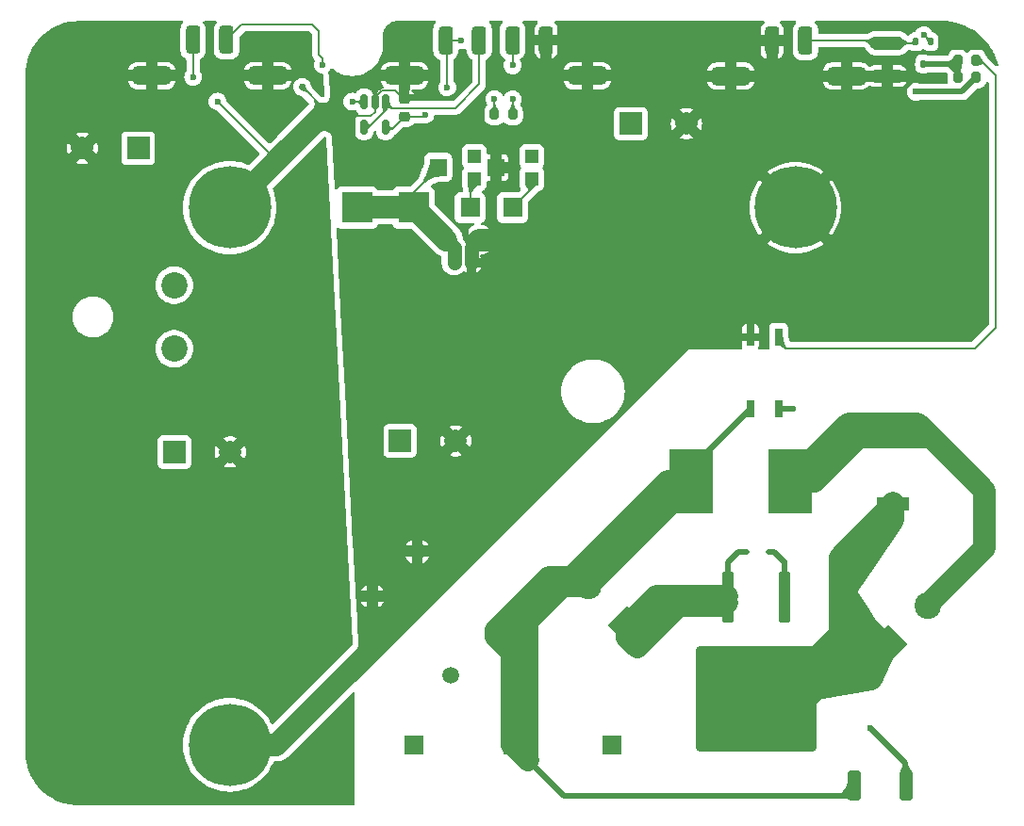
<source format=gbr>
%TF.GenerationSoftware,KiCad,Pcbnew,8.0.6*%
%TF.CreationDate,2025-02-06T23:23:13+01:00*%
%TF.ProjectId,TDK_DCDC_pcb,54444b5f-4443-4444-935f-7063622e6b69,rev?*%
%TF.SameCoordinates,Original*%
%TF.FileFunction,Copper,L1,Top*%
%TF.FilePolarity,Positive*%
%FSLAX46Y46*%
G04 Gerber Fmt 4.6, Leading zero omitted, Abs format (unit mm)*
G04 Created by KiCad (PCBNEW 8.0.6) date 2025-02-06 23:23:13*
%MOMM*%
%LPD*%
G01*
G04 APERTURE LIST*
G04 Aperture macros list*
%AMRoundRect*
0 Rectangle with rounded corners*
0 $1 Rounding radius*
0 $2 $3 $4 $5 $6 $7 $8 $9 X,Y pos of 4 corners*
0 Add a 4 corners polygon primitive as box body*
4,1,4,$2,$3,$4,$5,$6,$7,$8,$9,$2,$3,0*
0 Add four circle primitives for the rounded corners*
1,1,$1+$1,$2,$3*
1,1,$1+$1,$4,$5*
1,1,$1+$1,$6,$7*
1,1,$1+$1,$8,$9*
0 Add four rect primitives between the rounded corners*
20,1,$1+$1,$2,$3,$4,$5,0*
20,1,$1+$1,$4,$5,$6,$7,0*
20,1,$1+$1,$6,$7,$8,$9,0*
20,1,$1+$1,$8,$9,$2,$3,0*%
%AMRotRect*
0 Rectangle, with rotation*
0 The origin of the aperture is its center*
0 $1 length*
0 $2 width*
0 $3 Rotation angle, in degrees counterclockwise*
0 Add horizontal line*
21,1,$1,$2,0,0,$3*%
G04 Aperture macros list end*
%TA.AperFunction,SMDPad,CuDef*%
%ADD10RoundRect,0.250000X-1.100000X0.325000X-1.100000X-0.325000X1.100000X-0.325000X1.100000X0.325000X0*%
%TD*%
%TA.AperFunction,SMDPad,CuDef*%
%ADD11RoundRect,0.200000X-0.200000X-0.275000X0.200000X-0.275000X0.200000X0.275000X-0.200000X0.275000X0*%
%TD*%
%TA.AperFunction,ComponentPad*%
%ADD12C,1.500000*%
%TD*%
%TA.AperFunction,SMDPad,CuDef*%
%ADD13RoundRect,0.412500X-1.302500X-0.412500X1.302500X-0.412500X1.302500X0.412500X-1.302500X0.412500X0*%
%TD*%
%TA.AperFunction,SMDPad,CuDef*%
%ADD14RoundRect,0.317500X-0.317500X-0.952500X0.317500X-0.952500X0.317500X0.952500X-0.317500X0.952500X0*%
%TD*%
%TA.AperFunction,SMDPad,CuDef*%
%ADD15R,1.200000X1.200000*%
%TD*%
%TA.AperFunction,SMDPad,CuDef*%
%ADD16R,1.500000X1.600000*%
%TD*%
%TA.AperFunction,ComponentPad*%
%ADD17RotRect,2.400000X2.400000X135.000000*%
%TD*%
%TA.AperFunction,ComponentPad*%
%ADD18C,2.400000*%
%TD*%
%TA.AperFunction,ComponentPad*%
%ADD19R,2.000000X2.000000*%
%TD*%
%TA.AperFunction,ComponentPad*%
%ADD20C,2.000000*%
%TD*%
%TA.AperFunction,ComponentPad*%
%ADD21C,7.400000*%
%TD*%
%TA.AperFunction,SMDPad,CuDef*%
%ADD22R,4.000000X5.800000*%
%TD*%
%TA.AperFunction,ComponentPad*%
%ADD23RotRect,2.400000X2.400000X45.000000*%
%TD*%
%TA.AperFunction,SMDPad,CuDef*%
%ADD24RoundRect,0.250000X-0.325000X-0.650000X0.325000X-0.650000X0.325000X0.650000X-0.325000X0.650000X0*%
%TD*%
%TA.AperFunction,SMDPad,CuDef*%
%ADD25RoundRect,0.225000X-0.225000X-0.250000X0.225000X-0.250000X0.225000X0.250000X-0.225000X0.250000X0*%
%TD*%
%TA.AperFunction,SMDPad,CuDef*%
%ADD26RoundRect,0.112500X-0.187500X-0.112500X0.187500X-0.112500X0.187500X0.112500X-0.187500X0.112500X0*%
%TD*%
%TA.AperFunction,SMDPad,CuDef*%
%ADD27RoundRect,0.112500X0.112500X0.237500X-0.112500X0.237500X-0.112500X-0.237500X0.112500X-0.237500X0*%
%TD*%
%TA.AperFunction,SMDPad,CuDef*%
%ADD28R,2.920000X1.270000*%
%TD*%
%TA.AperFunction,SMDPad,CuDef*%
%ADD29RoundRect,0.250000X0.362500X1.075000X-0.362500X1.075000X-0.362500X-1.075000X0.362500X-1.075000X0*%
%TD*%
%TA.AperFunction,SMDPad,CuDef*%
%ADD30R,0.700000X1.550000*%
%TD*%
%TA.AperFunction,SMDPad,CuDef*%
%ADD31RoundRect,0.250000X-5.150000X4.450000X-5.150000X-4.450000X5.150000X-4.450000X5.150000X4.450000X0*%
%TD*%
%TA.AperFunction,SMDPad,CuDef*%
%ADD32RoundRect,0.275000X-0.275000X2.025000X-0.275000X-2.025000X0.275000X-2.025000X0.275000X2.025000X0*%
%TD*%
%TA.AperFunction,SMDPad,CuDef*%
%ADD33RoundRect,0.225000X0.250000X-0.225000X0.250000X0.225000X-0.250000X0.225000X-0.250000X-0.225000X0*%
%TD*%
%TA.AperFunction,ComponentPad*%
%ADD34R,2.400000X2.400000*%
%TD*%
%TA.AperFunction,SMDPad,CuDef*%
%ADD35RoundRect,0.150000X-0.150000X0.512500X-0.150000X-0.512500X0.150000X-0.512500X0.150000X0.512500X0*%
%TD*%
%TA.AperFunction,ComponentPad*%
%ADD36C,2.362200*%
%TD*%
%TA.AperFunction,ComponentPad*%
%ADD37R,1.752600X1.752600*%
%TD*%
%TA.AperFunction,ComponentPad*%
%ADD38R,2.768600X2.768600*%
%TD*%
%TA.AperFunction,ViaPad*%
%ADD39C,0.600000*%
%TD*%
%TA.AperFunction,ViaPad*%
%ADD40C,1.500000*%
%TD*%
%TA.AperFunction,Conductor*%
%ADD41C,0.200000*%
%TD*%
%TA.AperFunction,Conductor*%
%ADD42C,0.500000*%
%TD*%
%TA.AperFunction,Conductor*%
%ADD43C,2.000000*%
%TD*%
%TA.AperFunction,Conductor*%
%ADD44C,1.250000*%
%TD*%
G04 APERTURE END LIST*
D10*
%TO.P,C7,1*%
%TO.N,/3V_buttoncell*%
X177600000Y-63246000D03*
%TO.P,C7,2*%
%TO.N,GND*%
X177600000Y-66196002D03*
%TD*%
D11*
%TO.P,R3,1*%
%TO.N,Net-(D4-Pad3)*%
X183975000Y-64800000D03*
%TO.P,R3,2*%
%TO.N,Net-(R3-Pad2)*%
X185625000Y-64800000D03*
%TD*%
D12*
%TO.P,C3,1*%
%TO.N,GND*%
X131388932Y-112962876D03*
%TO.P,C3,2*%
%TO.N,/+VIN*%
X138460000Y-120033944D03*
%TD*%
D13*
%TO.P,J1,*%
%TO.N,GND*%
X163583000Y-66210000D03*
X173983000Y-66210000D03*
D14*
%TO.P,J1,1,Pin_1*%
%TO.N,/3V_buttoncell*%
X170283000Y-63010000D03*
%TO.P,J1,2,Pin_2*%
%TO.N,GND*%
X167283000Y-63010000D03*
%TD*%
D15*
%TO.P,R7,1*%
%TO.N,/TRM*%
X145720000Y-75420000D03*
D16*
%TO.P,R7,2*%
%TO.N,GND*%
X142470000Y-74420000D03*
D15*
%TO.P,R7,3*%
%TO.N,N/C*%
X145720000Y-73420000D03*
%TD*%
D17*
%TO.P,C1,1*%
%TO.N,/+VIN*%
X154300000Y-115584177D03*
D18*
%TO.P,C1,2*%
%TO.N,/-VIN*%
X150764466Y-112048643D03*
%TD*%
D19*
%TO.P,C10,1*%
%TO.N,/LV+*%
X110367678Y-72700000D03*
D20*
%TO.P,C10,2*%
%TO.N,/LV-*%
X105367678Y-72700000D03*
%TD*%
D21*
%TO.P,U6,1,1*%
%TO.N,GND*%
X118590000Y-78030000D03*
%TD*%
D22*
%TO.P,F3,1*%
%TO.N,/HV-in*%
X168925000Y-102659177D03*
%TO.P,F3,2*%
%TO.N,/-VIN*%
X160025000Y-102659177D03*
%TD*%
D23*
%TO.P,C6,1*%
%TO.N,/HV+in*%
X177700000Y-117300000D03*
D18*
%TO.P,C6,2*%
%TO.N,/HV-in*%
X181235534Y-113764466D03*
%TD*%
D24*
%TO.P,C4,1*%
%TO.N,/Vout+*%
X138025000Y-80921677D03*
%TO.P,C4,2*%
%TO.N,GND*%
X140975000Y-80921677D03*
%TD*%
D12*
%TO.P,C2,1*%
%TO.N,/-VIN*%
X142500000Y-116000000D03*
%TO.P,C2,2*%
%TO.N,GND*%
X135428932Y-108928932D03*
%TD*%
D25*
%TO.P,C5,1*%
%TO.N,/Vout+*%
X138750000Y-82984177D03*
%TO.P,C5,2*%
%TO.N,GND*%
X140300000Y-82984177D03*
%TD*%
D26*
%TO.P,D3,1,K*%
%TO.N,/+VIN*%
X164950000Y-109000000D03*
%TO.P,D3,2,A*%
%TO.N,/G*%
X167050000Y-109000000D03*
%TD*%
D11*
%TO.P,R4,1*%
%TO.N,+3V3*%
X142360000Y-69647500D03*
%TO.P,R4,2*%
%TO.N,/TEMP_TSDCDC*%
X144010000Y-69647500D03*
%TD*%
D13*
%TO.P,J3,*%
%TO.N,/LV-*%
X111600000Y-66160000D03*
X122000000Y-66160000D03*
D14*
%TO.P,J3,1,Pin_1*%
%TO.N,/TEMP_TSDCDC*%
X118300000Y-62960000D03*
%TO.P,J3,2,Pin_2*%
%TO.N,GND*%
X115300000Y-62960000D03*
%TD*%
D27*
%TO.P,D4,1*%
%TO.N,+3V3*%
X181513000Y-63119000D03*
%TO.P,D4,2*%
%TO.N,/3V_buttoncell*%
X180213000Y-63119000D03*
%TO.P,D4,3*%
%TO.N,Net-(D4-Pad3)*%
X180863000Y-65119000D03*
%TD*%
D21*
%TO.P,U7,1,1*%
%TO.N,GND*%
X118590000Y-126330000D03*
%TD*%
D19*
%TO.P,C9,1*%
%TO.N,/Vout+*%
X133882323Y-99000000D03*
D20*
%TO.P,C9,2*%
%TO.N,GND*%
X138882323Y-99000000D03*
%TD*%
D28*
%TO.P,HV_in1,1,HV-*%
%TO.N,/HV-in*%
X178170000Y-98690000D03*
%TO.P,HV_in1,3,HV+*%
%TO.N,/HV+in*%
X178170000Y-104690000D03*
%TD*%
D29*
%TO.P,R5,1*%
%TO.N,/G*%
X179312499Y-130000000D03*
%TO.P,R5,2*%
%TO.N,/-VIN*%
X174687501Y-130000000D03*
%TD*%
D19*
%TO.P,C11,1*%
%TO.N,/LV+*%
X113632323Y-100000000D03*
D20*
%TO.P,C11,2*%
%TO.N,/LV-*%
X118632323Y-100000000D03*
%TD*%
D30*
%TO.P,U2,1*%
%TO.N,Net-(R3-Pad2)*%
X167870000Y-89650000D03*
%TO.P,U2,2*%
%TO.N,GND*%
X165330000Y-89650000D03*
%TO.P,U2,3*%
%TO.N,/-VIN*%
X165330000Y-96150000D03*
%TO.P,U2,4*%
%TO.N,/~{EN}*%
X167870000Y-96150000D03*
%TD*%
D15*
%TO.P,R6,1*%
%TO.N,/+S*%
X140560000Y-75410000D03*
D16*
%TO.P,R6,2*%
%TO.N,/Vout+*%
X137310000Y-74410000D03*
D15*
%TO.P,R6,3*%
%TO.N,N/C*%
X140560000Y-73410000D03*
%TD*%
D19*
%TO.P,C8,1*%
%TO.N,/Vout+*%
X154604323Y-70485000D03*
D20*
%TO.P,C8,2*%
%TO.N,GND*%
X159604323Y-70485000D03*
%TD*%
D31*
%TO.P,Q1,1,D*%
%TO.N,/HV+in*%
X165860000Y-122215000D03*
D32*
%TO.P,Q1,2,G*%
%TO.N,/G*%
X168400000Y-113065000D03*
%TO.P,Q1,3,S*%
%TO.N,/+VIN*%
X163320000Y-113065000D03*
%TD*%
D13*
%TO.P,J2,*%
%TO.N,GND*%
X134294000Y-66167000D03*
X150694000Y-66167000D03*
D14*
%TO.P,J2,1,Pin_1*%
X146994000Y-62967000D03*
%TO.P,J2,2,Pin_2*%
%TO.N,/TEMP_TSDCDC*%
X143994000Y-62967000D03*
%TO.P,J2,3,Pin_3*%
%TO.N,/LV_I_measure*%
X140994000Y-62967000D03*
%TO.P,J2,4,Pin_4*%
%TO.N,+3V3*%
X137994000Y-62967000D03*
%TD*%
D11*
%TO.P,R1,1*%
%TO.N,Net-(D4-Pad3)*%
X183980000Y-66340000D03*
%TO.P,R1,2*%
%TO.N,Net-(D2-A)*%
X185630000Y-66340000D03*
%TD*%
D33*
%TO.P,C12,1*%
%TO.N,+3V3*%
X134260000Y-69845000D03*
%TO.P,C12,2*%
%TO.N,GND*%
X134260000Y-68295000D03*
%TD*%
D21*
%TO.P,U5,1,1*%
%TO.N,GND*%
X169390000Y-78030000D03*
%TD*%
D18*
%TO.P,F2,1*%
%TO.N,GND*%
X138950000Y-89589177D03*
D34*
X138950000Y-86189177D03*
D18*
%TO.P,F2,2*%
%TO.N,/LV-*%
X125480000Y-89589177D03*
X125480000Y-86189177D03*
%TD*%
D35*
%TO.P,U4,1*%
%TO.N,/LV_I_measure*%
X132569999Y-68502500D03*
%TO.P,U4,2,V-*%
%TO.N,GND*%
X131620000Y-68502500D03*
%TO.P,U4,3,+*%
%TO.N,/I_meas_weak*%
X130670001Y-68502500D03*
%TO.P,U4,4,-*%
%TO.N,/LV_I_measure*%
X130670001Y-70777500D03*
%TO.P,U4,5,V+*%
%TO.N,+3V3*%
X132569999Y-70777500D03*
%TD*%
D36*
%TO.P,LV_out1,1,Pin_1*%
%TO.N,/LV+*%
X113613551Y-90700779D03*
%TO.P,LV_out1,2,Pin_2*%
X113613551Y-85000776D03*
%TO.P,LV_out1,3,Pin_3*%
%TO.N,/LV-*%
X119113551Y-90700779D03*
%TO.P,LV_out1,4,Pin_4*%
X119113550Y-85000775D03*
%TD*%
D37*
%TO.P,U1,1,CNT*%
%TO.N,/~{EN}*%
X152880000Y-126320000D03*
%TO.P,U1,2,-VIN*%
%TO.N,/-VIN*%
X143990000Y-126320000D03*
%TO.P,U1,3,+VIN*%
%TO.N,/+VIN*%
X135100000Y-126320000D03*
D38*
%TO.P,U1,4,+Vout*%
%TO.N,/Vout+*%
X130020000Y-78020000D03*
%TO.P,U1,5,+Vout*%
X135100000Y-78020000D03*
D37*
%TO.P,U1,6,+S*%
%TO.N,/+S*%
X140180000Y-78020000D03*
%TO.P,U1,7,TRM*%
%TO.N,/TRM*%
X143990000Y-78020000D03*
%TO.P,U1,8,-S*%
%TO.N,GND*%
X147800000Y-78020000D03*
D38*
%TO.P,U1,9,-Vout*%
X152880000Y-78020000D03*
%TO.P,U1,10,-Vout*%
X157960000Y-78020000D03*
%TD*%
D39*
%TO.N,GND*%
X128040000Y-67280000D03*
X125100000Y-67184177D03*
X115300000Y-66284177D03*
X117500000Y-68500000D03*
D40*
%TO.N,/+VIN*%
X155196314Y-117540486D03*
D39*
%TO.N,+3V3*%
X142360000Y-68280000D03*
X138120000Y-67210000D03*
X180910000Y-62516000D03*
X136140000Y-69670000D03*
X139400000Y-63000000D03*
%TO.N,/TEMP_TSDCDC*%
X143995000Y-65232500D03*
X126940000Y-65170000D03*
X143995000Y-68290000D03*
%TO.N,/G*%
X168400000Y-109900000D03*
X176140000Y-124830000D03*
%TO.N,/~{EN}*%
X169200000Y-96100000D03*
%TO.N,/I_meas_weak*%
X129587500Y-68502500D03*
%TO.N,Net-(D2-A)*%
X180210000Y-67620000D03*
%TD*%
D41*
%TO.N,/I_meas_weak*%
X129587500Y-68502500D02*
X130670001Y-68502500D01*
%TO.N,/TEMP_TSDCDC*%
X143995000Y-69632500D02*
X144010000Y-69647500D01*
X143995000Y-68290000D02*
X143995000Y-69632500D01*
%TO.N,+3V3*%
X142360000Y-69647500D02*
X142360000Y-68280000D01*
%TO.N,/LV_I_measure*%
X140990000Y-66940000D02*
X140990000Y-62971000D01*
X140990000Y-62971000D02*
X140994000Y-62967000D01*
X138870000Y-69060000D02*
X140990000Y-66940000D01*
X133127499Y-69060000D02*
X138870000Y-69060000D01*
X132569999Y-68502500D02*
X133127499Y-69060000D01*
%TO.N,/Vout+*%
X135100000Y-76620000D02*
X137310000Y-74410000D01*
X135100000Y-78020000D02*
X135100000Y-76620000D01*
%TO.N,/+S*%
X140180000Y-75790000D02*
X140180000Y-78020000D01*
X140560000Y-75410000D02*
X140180000Y-75790000D01*
%TO.N,+3V3*%
X135965000Y-69845000D02*
X134260000Y-69845000D01*
X136140000Y-69670000D02*
X135965000Y-69845000D01*
%TO.N,GND*%
X131620000Y-68070000D02*
X131620000Y-68502500D01*
X132210000Y-67480000D02*
X131620000Y-68070000D01*
X133445000Y-67480000D02*
X132210000Y-67480000D01*
X134260000Y-68295000D02*
X133445000Y-67480000D01*
%TO.N,+3V3*%
X134260000Y-69845000D02*
X133170000Y-70935000D01*
X132727499Y-70935000D02*
X132569999Y-70777500D01*
X133170000Y-70935000D02*
X132727499Y-70935000D01*
%TO.N,GND*%
X131230000Y-69800000D02*
X127167500Y-69800000D01*
X127167500Y-69800000D02*
X126980000Y-69612500D01*
X131620000Y-69410000D02*
X131230000Y-69800000D01*
X131620000Y-68502500D02*
X131620000Y-69410000D01*
%TO.N,/LV_I_measure*%
X130670001Y-70777500D02*
X131072500Y-70777500D01*
X132569999Y-69280001D02*
X132569999Y-68502500D01*
X131072500Y-70777500D02*
X132569999Y-69280001D01*
D42*
%TO.N,/-VIN*%
X148584518Y-130909177D02*
X173795825Y-130909177D01*
D43*
X143975341Y-126300000D02*
X143975341Y-124684177D01*
X144100000Y-126424658D02*
X145342671Y-127667329D01*
X157925000Y-102659177D02*
X160025000Y-102659177D01*
X143975341Y-118059518D02*
X142500000Y-116584177D01*
X150764466Y-112048643D02*
X160025000Y-102788109D01*
D42*
X165330000Y-96150000D02*
X160025000Y-101455000D01*
D43*
X145650000Y-114934177D02*
X145300000Y-115284177D01*
D42*
X160025000Y-101455000D02*
X160025000Y-102659177D01*
D43*
X144100000Y-124684177D02*
X143975341Y-124684177D01*
X144100000Y-124684177D02*
X144100000Y-126424658D01*
X143950000Y-118034177D02*
X143950000Y-114534177D01*
X149300000Y-111284177D02*
X145650000Y-114934177D01*
X145300000Y-124975341D02*
X145300000Y-127624658D01*
X146435534Y-112048643D02*
X143950000Y-114534177D01*
X149300000Y-111284177D02*
X157925000Y-102659177D01*
X143975341Y-124684177D02*
X143975341Y-118059518D01*
X145300000Y-115284177D02*
X145300000Y-124975341D01*
X146435534Y-112048643D02*
X147200000Y-111284177D01*
X160025000Y-102788109D02*
X160025000Y-102659177D01*
X143975341Y-116608836D02*
X143975341Y-118059518D01*
X145300000Y-127624658D02*
X145342671Y-127667329D01*
X142500000Y-115984177D02*
X143950000Y-114534177D01*
X146435534Y-112048643D02*
X150764466Y-112048643D01*
X143975341Y-118059518D02*
X143950000Y-118034177D01*
D42*
X145342671Y-127667329D02*
X148584518Y-130909177D01*
D43*
X145300000Y-124975341D02*
X143975341Y-126300000D01*
D42*
X173795825Y-130909177D02*
X174635002Y-130070000D01*
D43*
X145650000Y-114934177D02*
X143975341Y-116608836D01*
D42*
X143975341Y-126300000D02*
X145342671Y-127667329D01*
D43*
X147200000Y-111284177D02*
X149300000Y-111284177D01*
X142500000Y-116584177D02*
X142500000Y-115984177D01*
%TO.N,GND*%
X123754831Y-72837669D02*
X125241250Y-71351250D01*
D41*
X134260000Y-66201000D02*
X134294000Y-66167000D01*
X115300000Y-66284177D02*
X115300000Y-66300000D01*
D43*
X126826250Y-69793750D02*
X118590000Y-78030000D01*
D44*
X140300000Y-81596677D02*
X140975000Y-80921677D01*
D43*
X122795580Y-73779757D02*
X123737669Y-72837669D01*
X149943664Y-80921677D02*
X140975000Y-80921677D01*
D41*
X115300000Y-62960000D02*
X115300000Y-66284177D01*
X132833001Y-66167000D02*
X134294000Y-66167000D01*
D43*
X118620000Y-126300000D02*
X118590000Y-126330000D01*
D41*
X126980000Y-69064177D02*
X126980000Y-69612500D01*
D43*
X122784177Y-126300000D02*
X118620000Y-126300000D01*
X152865341Y-78000000D02*
X157945341Y-78000000D01*
X152865341Y-78000000D02*
X149943664Y-80921677D01*
X122784177Y-126300000D02*
X131500000Y-117584177D01*
X126826250Y-69766250D02*
X126826250Y-69793750D01*
X123737669Y-72837669D02*
X123754831Y-72837669D01*
D41*
X125100000Y-67184177D02*
X126980000Y-69064177D01*
D43*
X122795579Y-73779757D02*
X122795580Y-73779757D01*
D41*
X126980000Y-69612500D02*
X125241250Y-71351250D01*
D43*
X123754831Y-72837669D02*
X126826250Y-69766250D01*
D41*
X117500000Y-68500000D02*
X122779757Y-73779757D01*
X122779757Y-73779757D02*
X122795580Y-73779757D01*
D44*
X140300000Y-82984177D02*
X140300000Y-81596677D01*
D42*
X122795580Y-73779757D02*
X122795580Y-73768080D01*
%TO.N,Net-(D4-Pad3)*%
X180863000Y-65119000D02*
X183200000Y-65119000D01*
X183980000Y-65899000D02*
X183200000Y-65119000D01*
X183656000Y-65119000D02*
X183975000Y-64800000D01*
X183980000Y-66340000D02*
X183980000Y-65899000D01*
X183975000Y-64800000D02*
X183980000Y-64805000D01*
X183200000Y-65119000D02*
X183656000Y-65119000D01*
X183980000Y-64805000D02*
X183980000Y-66340000D01*
%TO.N,/+VIN*%
X163320000Y-113065000D02*
X163320000Y-109930000D01*
D43*
X154300000Y-115584177D02*
X156800000Y-115584177D01*
X156892088Y-112992089D02*
X163247089Y-112992089D01*
X162960001Y-113802088D02*
X163247089Y-113515000D01*
X156082088Y-113802088D02*
X162960001Y-113802088D01*
D42*
X164250000Y-109000000D02*
X163525000Y-109725000D01*
D43*
X154300000Y-116644172D02*
X155196314Y-117540486D01*
X158644207Y-114092593D02*
X155196314Y-117540486D01*
D42*
X163320000Y-109930000D02*
X164250000Y-109000000D01*
D43*
X154300000Y-115584177D02*
X156082088Y-113802088D01*
X156800000Y-115584177D02*
X156800000Y-115516026D01*
X155196314Y-117540486D02*
X156800000Y-115584177D01*
D42*
X155196314Y-117655491D02*
X155196314Y-117540486D01*
D43*
X154300000Y-115584177D02*
X156892088Y-112992089D01*
D42*
X164950000Y-109000000D02*
X164250000Y-109000000D01*
D43*
X154300000Y-115584177D02*
X154300000Y-116644172D01*
D41*
%TO.N,+3V3*%
X139400000Y-63000000D02*
X139367000Y-62967000D01*
X138120000Y-67210000D02*
X138120000Y-63093000D01*
X138120000Y-63093000D02*
X137994000Y-62967000D01*
X139367000Y-62967000D02*
X137994000Y-62967000D01*
X180910000Y-62516000D02*
X181513000Y-63119000D01*
%TO.N,/3V_buttoncell*%
X177010000Y-63010000D02*
X170283000Y-63010000D01*
X176900002Y-62834177D02*
X176925003Y-62809176D01*
X180086000Y-63246000D02*
X177600000Y-63246000D01*
X180213000Y-63119000D02*
X180086000Y-63246000D01*
X177600000Y-63246000D02*
X177246000Y-63246000D01*
X177246000Y-63246000D02*
X177010000Y-63010000D01*
%TO.N,/TEMP_TSDCDC*%
X144002500Y-65050000D02*
X143995000Y-65057500D01*
X143994000Y-62967000D02*
X143994000Y-65041500D01*
X126000000Y-61600000D02*
X119660000Y-61600000D01*
X126600000Y-64291517D02*
X126600000Y-62200000D01*
X126940000Y-65170000D02*
X126940000Y-64631517D01*
X119660000Y-61600000D02*
X118300000Y-62960000D01*
X126940000Y-64631517D02*
X126600000Y-64291517D01*
X143994000Y-65041500D02*
X144002500Y-65050000D01*
X143995000Y-65057500D02*
X143995000Y-65232500D01*
X126600000Y-62200000D02*
X126000000Y-61600000D01*
D43*
%TO.N,/HV-in*%
X178170000Y-98690000D02*
X181630000Y-98690000D01*
X177030000Y-97434177D02*
X178180000Y-98584177D01*
X175175000Y-98584177D02*
X178180000Y-98584177D01*
X181630000Y-98690000D02*
X186380000Y-103440000D01*
X186380000Y-108620000D02*
X181376955Y-113623045D01*
X178170000Y-98690000D02*
X175069177Y-98690000D01*
X180374177Y-97434177D02*
X181630000Y-98690000D01*
X178180000Y-98584177D02*
X173000000Y-98584177D01*
X171100000Y-102659177D02*
X175175000Y-98584177D01*
X173000000Y-98584177D02*
X168925000Y-102659177D01*
X175069177Y-98690000D02*
X171100000Y-102659177D01*
X168925000Y-102659177D02*
X171100000Y-102659177D01*
X177030000Y-97434177D02*
X180374177Y-97434177D01*
X173000000Y-98584177D02*
X174150000Y-97434177D01*
X174150000Y-97434177D02*
X177030000Y-97434177D01*
X186380000Y-103440000D02*
X186380000Y-108620000D01*
%TO.N,/HV+in*%
X173762907Y-112527093D02*
X174069406Y-113010594D01*
X174069406Y-113010594D02*
X175074259Y-114595741D01*
X174915125Y-107944875D02*
X174915125Y-110845125D01*
X165860000Y-122215000D02*
X177558578Y-117441421D01*
X173770000Y-120847001D02*
X176171647Y-120431647D01*
X175700000Y-115582843D02*
X177558579Y-117441422D01*
X174000000Y-117953911D02*
X174000000Y-118049595D01*
X178170000Y-106089176D02*
X178170000Y-104690000D01*
X177700000Y-117300000D02*
X173770000Y-120847001D01*
X178170000Y-104690000D02*
X173390000Y-109470000D01*
X165860000Y-122215000D02*
X173770000Y-120847001D01*
X174000000Y-118049595D02*
X174000000Y-112764186D01*
X176035534Y-115918377D02*
X174000000Y-117953911D01*
X174915125Y-110845125D02*
X173762907Y-112527093D01*
X178180000Y-106079177D02*
X174129588Y-110129588D01*
X173390000Y-112154186D02*
X173762907Y-112527093D01*
X177700000Y-117300000D02*
X174000000Y-118049595D01*
X174129588Y-110129588D02*
X173390000Y-110869176D01*
X178180000Y-106079177D02*
X174915125Y-110845125D01*
X176171647Y-120431647D02*
X177558578Y-117441421D01*
X170263881Y-122215000D02*
X171920931Y-120557950D01*
X178180000Y-104584177D02*
X178180000Y-106079177D01*
X171530000Y-118550000D02*
X165860000Y-122215000D01*
X173390000Y-110869176D02*
X176005000Y-108254176D01*
X173390000Y-110869176D02*
X178170000Y-106089176D01*
X173390000Y-116391119D02*
X171380559Y-118400560D01*
X176035534Y-115918377D02*
X177558578Y-117441421D01*
X175074259Y-114595741D02*
X175700000Y-115582843D01*
X178170000Y-104690000D02*
X174915125Y-107944875D01*
X174000000Y-118049595D02*
X171530000Y-118550000D01*
X174000000Y-112764186D02*
X173390000Y-112154186D01*
X173390000Y-109470000D02*
X173390000Y-116391119D01*
X173390000Y-110869176D02*
X173390000Y-112154186D01*
X174095411Y-110163765D02*
X174129588Y-110129588D01*
X165860000Y-122215000D02*
X170263881Y-122215000D01*
D42*
%TO.N,/G*%
X179260000Y-127950000D02*
X176140000Y-124830000D01*
X167500000Y-109000000D02*
X167050000Y-109000000D01*
X168400000Y-113065000D02*
X168400000Y-109900000D01*
X168400000Y-109900000D02*
X167500000Y-109000000D01*
X179260000Y-130070000D02*
X179260000Y-127950000D01*
%TO.N,/~{EN}*%
X167920000Y-96100000D02*
X167870000Y-96150000D01*
X169200000Y-96100000D02*
X167920000Y-96100000D01*
D41*
%TO.N,/TRM*%
X145720000Y-76290000D02*
X145720000Y-75420000D01*
X143990000Y-78020000D02*
X145720000Y-76290000D01*
D42*
%TO.N,Net-(D2-A)*%
X180210000Y-67620000D02*
X184350000Y-67620000D01*
X184350000Y-67620000D02*
X185630000Y-66340000D01*
D44*
%TO.N,/Vout+*%
X138750000Y-81646677D02*
X138025000Y-80921677D01*
D43*
X135085341Y-78000000D02*
X135103323Y-78000000D01*
X135103323Y-78000000D02*
X138025000Y-80921677D01*
D44*
X138750000Y-82984177D02*
X138750000Y-81646677D01*
D43*
X130005341Y-78000000D02*
X135085341Y-78000000D01*
D41*
%TO.N,Net-(R3-Pad2)*%
X187345341Y-88838836D02*
X185500000Y-90684177D01*
X185625000Y-64800000D02*
X186045341Y-64800000D01*
X168484177Y-90684177D02*
X167870000Y-90070000D01*
X186045341Y-64800000D02*
X187345341Y-66100000D01*
X185500000Y-90684177D02*
X168484177Y-90684177D01*
X187345341Y-66100000D02*
X187345341Y-88838836D01*
X167870000Y-90070000D02*
X167870000Y-89650000D01*
%TD*%
%TA.AperFunction,Conductor*%
%TO.N,GND*%
G36*
X136990706Y-61244121D02*
G01*
X137057743Y-61263815D01*
X137103491Y-61316625D01*
X137113424Y-61385785D01*
X137084391Y-61449337D01*
X137078371Y-61455801D01*
X137032915Y-61501257D01*
X136934845Y-61657334D01*
X136873961Y-61831328D01*
X136858500Y-61968557D01*
X136858500Y-63965442D01*
X136873961Y-64102671D01*
X136916693Y-64224790D01*
X136932944Y-64271234D01*
X136934845Y-64276665D01*
X137008125Y-64393289D01*
X137032915Y-64432742D01*
X137163258Y-64563085D01*
X137231692Y-64606085D01*
X137314140Y-64657891D01*
X137319337Y-64661156D01*
X137436456Y-64702137D01*
X137493230Y-64742857D01*
X137518978Y-64807810D01*
X137519500Y-64819178D01*
X137519500Y-66627587D01*
X137499815Y-66694626D01*
X137492450Y-66704896D01*
X137490186Y-66707734D01*
X137394211Y-66860476D01*
X137334631Y-67030745D01*
X137334630Y-67030750D01*
X137314435Y-67209996D01*
X137314435Y-67210003D01*
X137334630Y-67389249D01*
X137334631Y-67389254D01*
X137394211Y-67559523D01*
X137471736Y-67682903D01*
X137490184Y-67712262D01*
X137617738Y-67839816D01*
X137670047Y-67872684D01*
X137762025Y-67930478D01*
X137770478Y-67935789D01*
X137871894Y-67971276D01*
X137940745Y-67995368D01*
X137940750Y-67995369D01*
X138119996Y-68015565D01*
X138120000Y-68015565D01*
X138120004Y-68015565D01*
X138299249Y-67995369D01*
X138299252Y-67995368D01*
X138299255Y-67995368D01*
X138469522Y-67935789D01*
X138622262Y-67839816D01*
X138749816Y-67712262D01*
X138845789Y-67559522D01*
X138905368Y-67389255D01*
X138905481Y-67388254D01*
X138925565Y-67210003D01*
X138925565Y-67209996D01*
X138905369Y-67030750D01*
X138905368Y-67030745D01*
X138861230Y-66904606D01*
X138845789Y-66860478D01*
X138841308Y-66853347D01*
X138795975Y-66781200D01*
X138749816Y-66707738D01*
X138749814Y-66707736D01*
X138749813Y-66707734D01*
X138747550Y-66704896D01*
X138746659Y-66702715D01*
X138746111Y-66701842D01*
X138746264Y-66701745D01*
X138721144Y-66640209D01*
X138720500Y-66627587D01*
X138720500Y-64697116D01*
X138740185Y-64630077D01*
X138778525Y-64592124D01*
X138824742Y-64563085D01*
X138955085Y-64432742D01*
X139053156Y-64276663D01*
X139114037Y-64102674D01*
X139114037Y-64102673D01*
X139114038Y-64102671D01*
X139122487Y-64027673D01*
X139129500Y-63965438D01*
X139129500Y-63913843D01*
X139149185Y-63846804D01*
X139201989Y-63801049D01*
X139267384Y-63790623D01*
X139399997Y-63805565D01*
X139400000Y-63805565D01*
X139400004Y-63805565D01*
X139579249Y-63785369D01*
X139579251Y-63785368D01*
X139579255Y-63785368D01*
X139579258Y-63785366D01*
X139579262Y-63785366D01*
X139693545Y-63745377D01*
X139763324Y-63741815D01*
X139823951Y-63776543D01*
X139856179Y-63838537D01*
X139858500Y-63862418D01*
X139858500Y-63965442D01*
X139873961Y-64102671D01*
X139916693Y-64224790D01*
X139932944Y-64271234D01*
X139934845Y-64276665D01*
X140008125Y-64393289D01*
X140032915Y-64432742D01*
X140163258Y-64563085D01*
X140319337Y-64661156D01*
X140319338Y-64661156D01*
X140325234Y-64664861D01*
X140324577Y-64665906D01*
X140371152Y-64707946D01*
X140389500Y-64772858D01*
X140389500Y-66639902D01*
X140369815Y-66706941D01*
X140353181Y-66727583D01*
X138657584Y-68423181D01*
X138596261Y-68456666D01*
X138569903Y-68459500D01*
X133934000Y-68459500D01*
X133866961Y-68439815D01*
X133821206Y-68387011D01*
X133810000Y-68335500D01*
X133810000Y-67477262D01*
X134710000Y-67477262D01*
X134710000Y-67845000D01*
X135095472Y-67845000D01*
X135088152Y-67819804D01*
X135007774Y-67683892D01*
X135007767Y-67683883D01*
X134927565Y-67603681D01*
X134894080Y-67542358D01*
X134899064Y-67472666D01*
X134940936Y-67416733D01*
X135006400Y-67392316D01*
X135015246Y-67392000D01*
X135642131Y-67392000D01*
X135642134Y-67391999D01*
X135778436Y-67376642D01*
X135951260Y-67316169D01*
X136106291Y-67218756D01*
X136235756Y-67089291D01*
X136333169Y-66934260D01*
X136393641Y-66761439D01*
X136393642Y-66761433D01*
X136404282Y-66667000D01*
X134794000Y-66667000D01*
X134794000Y-67352234D01*
X134774315Y-67419273D01*
X134744452Y-67451395D01*
X134710000Y-67477262D01*
X133810000Y-67477262D01*
X133810000Y-67457502D01*
X133801757Y-67446458D01*
X133794000Y-67403290D01*
X133794000Y-66667000D01*
X132183717Y-66667000D01*
X132194357Y-66761433D01*
X132194358Y-66761439D01*
X132254830Y-66934260D01*
X132352243Y-67089291D01*
X132394151Y-67131199D01*
X132427636Y-67192522D01*
X132422652Y-67262214D01*
X132380780Y-67318147D01*
X132323396Y-67339788D01*
X132323666Y-67341263D01*
X132317425Y-67342402D01*
X132159605Y-67388254D01*
X132159602Y-67388255D01*
X132045263Y-67455875D01*
X131977539Y-67473058D01*
X131936653Y-67464498D01*
X131920000Y-67457931D01*
X131920000Y-67523637D01*
X131902732Y-67586758D01*
X131818254Y-67729603D01*
X131818253Y-67729606D01*
X131772401Y-67887426D01*
X131772400Y-67887432D01*
X131769499Y-67924298D01*
X131769499Y-68678500D01*
X131749814Y-68745539D01*
X131697010Y-68791294D01*
X131645499Y-68802500D01*
X131594501Y-68802500D01*
X131527462Y-68782815D01*
X131481707Y-68730011D01*
X131470501Y-68678500D01*
X131470501Y-67924313D01*
X131470500Y-67924298D01*
X131469716Y-67914338D01*
X131467599Y-67887431D01*
X131453765Y-67839816D01*
X131423571Y-67735887D01*
X131421745Y-67729602D01*
X131356927Y-67620000D01*
X131337268Y-67586758D01*
X131320000Y-67523637D01*
X131320000Y-67457931D01*
X131319999Y-67457931D01*
X131303347Y-67464498D01*
X131233760Y-67470779D01*
X131194737Y-67455875D01*
X131121368Y-67412485D01*
X131080399Y-67388256D01*
X131080398Y-67388255D01*
X131080397Y-67388255D01*
X131080394Y-67388254D01*
X130922574Y-67342402D01*
X130922568Y-67342401D01*
X130885702Y-67339500D01*
X130885695Y-67339500D01*
X130454307Y-67339500D01*
X130454299Y-67339500D01*
X130417433Y-67342401D01*
X130417427Y-67342402D01*
X130259607Y-67388254D01*
X130259604Y-67388255D01*
X130118138Y-67471917D01*
X130118130Y-67471923D01*
X130001924Y-67588129D01*
X130001917Y-67588138D01*
X129950134Y-67675700D01*
X129899065Y-67723384D01*
X129830323Y-67735887D01*
X129802449Y-67729621D01*
X129766753Y-67717131D01*
X129587504Y-67696935D01*
X129587496Y-67696935D01*
X129408250Y-67717130D01*
X129408245Y-67717131D01*
X129237976Y-67776711D01*
X129085237Y-67872684D01*
X128957684Y-68000237D01*
X128861711Y-68152976D01*
X128802131Y-68323245D01*
X128802130Y-68323250D01*
X128781935Y-68502496D01*
X128781935Y-68502503D01*
X128802130Y-68681749D01*
X128802131Y-68681754D01*
X128861711Y-68852023D01*
X128956248Y-69002476D01*
X128957684Y-69004762D01*
X129085238Y-69132316D01*
X129175580Y-69189082D01*
X129190602Y-69198521D01*
X129237978Y-69228289D01*
X129286613Y-69245307D01*
X129408245Y-69287868D01*
X129408250Y-69287869D01*
X129587496Y-69308065D01*
X129587500Y-69308065D01*
X129587504Y-69308065D01*
X129766746Y-69287869D01*
X129766747Y-69287869D01*
X129766747Y-69287868D01*
X129766755Y-69287868D01*
X129802450Y-69275377D01*
X129872222Y-69271815D01*
X129932850Y-69306542D01*
X129950133Y-69329298D01*
X130001917Y-69416861D01*
X130001924Y-69416870D01*
X130118130Y-69533076D01*
X130118141Y-69533085D01*
X130118456Y-69533271D01*
X130118651Y-69533480D01*
X130124299Y-69537861D01*
X130123592Y-69538772D01*
X130166137Y-69584343D01*
X130178638Y-69653085D01*
X130151989Y-69717673D01*
X130124079Y-69741856D01*
X130124299Y-69742139D01*
X130119093Y-69746176D01*
X130118456Y-69746729D01*
X130118141Y-69746914D01*
X130118130Y-69746923D01*
X130001924Y-69863129D01*
X130001918Y-69863137D01*
X129918256Y-70004603D01*
X129918255Y-70004606D01*
X129872403Y-70162426D01*
X129872402Y-70162432D01*
X129869501Y-70199298D01*
X129869501Y-71355701D01*
X129872402Y-71392567D01*
X129872403Y-71392573D01*
X129918255Y-71550393D01*
X129918256Y-71550396D01*
X130001918Y-71691862D01*
X130001924Y-71691870D01*
X130118130Y-71808076D01*
X130118134Y-71808079D01*
X130118136Y-71808081D01*
X130259603Y-71891744D01*
X130301225Y-71903836D01*
X130417427Y-71937597D01*
X130417430Y-71937597D01*
X130417432Y-71937598D01*
X130454307Y-71940500D01*
X130454315Y-71940500D01*
X130885687Y-71940500D01*
X130885695Y-71940500D01*
X130922570Y-71937598D01*
X130922572Y-71937597D01*
X130922574Y-71937597D01*
X130964192Y-71925505D01*
X131080399Y-71891744D01*
X131221866Y-71808081D01*
X131338082Y-71691865D01*
X131421745Y-71550398D01*
X131467599Y-71392569D01*
X131470501Y-71355694D01*
X131470501Y-71280097D01*
X131490186Y-71213058D01*
X131506820Y-71192416D01*
X131557818Y-71141418D01*
X131619141Y-71107933D01*
X131688833Y-71112917D01*
X131744766Y-71154789D01*
X131769183Y-71220253D01*
X131769499Y-71229099D01*
X131769499Y-71355701D01*
X131772400Y-71392567D01*
X131772401Y-71392573D01*
X131818253Y-71550393D01*
X131818254Y-71550396D01*
X131901916Y-71691862D01*
X131901922Y-71691870D01*
X132018128Y-71808076D01*
X132018132Y-71808079D01*
X132018134Y-71808081D01*
X132159601Y-71891744D01*
X132201223Y-71903836D01*
X132317425Y-71937597D01*
X132317428Y-71937597D01*
X132317430Y-71937598D01*
X132354305Y-71940500D01*
X132354313Y-71940500D01*
X132785685Y-71940500D01*
X132785693Y-71940500D01*
X132822568Y-71937598D01*
X132822570Y-71937597D01*
X132822572Y-71937597D01*
X132864190Y-71925505D01*
X132980397Y-71891744D01*
X133121864Y-71808081D01*
X133238080Y-71691865D01*
X133320141Y-71553107D01*
X133371210Y-71505424D01*
X133394776Y-71496454D01*
X133401785Y-71494577D01*
X133451904Y-71465639D01*
X133538716Y-71415520D01*
X133650520Y-71303716D01*
X133650520Y-71303714D01*
X133660728Y-71293507D01*
X133660730Y-71293504D01*
X134122416Y-70831818D01*
X134183739Y-70798333D01*
X134210097Y-70795499D01*
X134558338Y-70795499D01*
X134558344Y-70795499D01*
X134558352Y-70795498D01*
X134558355Y-70795498D01*
X134612760Y-70789940D01*
X134657708Y-70785349D01*
X134818697Y-70732003D01*
X134963044Y-70642968D01*
X135082968Y-70523044D01*
X135094465Y-70504403D01*
X135146412Y-70457679D01*
X135200004Y-70445500D01*
X135878331Y-70445500D01*
X135878347Y-70445501D01*
X135885943Y-70445501D01*
X135911480Y-70445501D01*
X135952433Y-70452459D01*
X135960745Y-70455368D01*
X135960749Y-70455368D01*
X135960753Y-70455369D01*
X136139996Y-70475565D01*
X136140000Y-70475565D01*
X136140004Y-70475565D01*
X136319249Y-70455369D01*
X136319252Y-70455368D01*
X136319255Y-70455368D01*
X136489522Y-70395789D01*
X136642262Y-70299816D01*
X136769816Y-70172262D01*
X136865789Y-70019522D01*
X136925368Y-69849255D01*
X136925369Y-69849249D01*
X136934229Y-69770617D01*
X136961295Y-69706203D01*
X137018890Y-69666647D01*
X137057449Y-69660500D01*
X138783331Y-69660500D01*
X138783347Y-69660501D01*
X138790943Y-69660501D01*
X138949054Y-69660501D01*
X138949057Y-69660501D01*
X139101785Y-69619577D01*
X139160915Y-69585438D01*
X139238716Y-69540520D01*
X139350520Y-69428716D01*
X139350520Y-69428714D01*
X139360724Y-69418511D01*
X139360727Y-69418506D01*
X139463347Y-69315886D01*
X141459500Y-69315886D01*
X141459500Y-69979113D01*
X141465913Y-70049692D01*
X141516522Y-70212106D01*
X141604530Y-70357688D01*
X141724811Y-70477969D01*
X141724813Y-70477970D01*
X141724815Y-70477972D01*
X141870394Y-70565978D01*
X142032804Y-70616586D01*
X142103384Y-70623000D01*
X142103387Y-70623000D01*
X142616613Y-70623000D01*
X142616616Y-70623000D01*
X142687196Y-70616586D01*
X142849606Y-70565978D01*
X142995185Y-70477972D01*
X143027657Y-70445500D01*
X143097319Y-70375839D01*
X143158642Y-70342354D01*
X143228334Y-70347338D01*
X143272681Y-70375839D01*
X143374811Y-70477969D01*
X143374813Y-70477970D01*
X143374815Y-70477972D01*
X143520394Y-70565978D01*
X143682804Y-70616586D01*
X143753384Y-70623000D01*
X143753387Y-70623000D01*
X144266613Y-70623000D01*
X144266616Y-70623000D01*
X144337196Y-70616586D01*
X144499606Y-70565978D01*
X144645185Y-70477972D01*
X144765472Y-70357685D01*
X144853478Y-70212106D01*
X144904086Y-70049696D01*
X144910500Y-69979116D01*
X144910500Y-69437135D01*
X153103823Y-69437135D01*
X153103823Y-71532870D01*
X153103824Y-71532876D01*
X153110231Y-71592483D01*
X153160525Y-71727328D01*
X153160529Y-71727335D01*
X153246775Y-71842544D01*
X153246778Y-71842547D01*
X153361987Y-71928793D01*
X153361994Y-71928797D01*
X153496840Y-71979091D01*
X153496839Y-71979091D01*
X153503767Y-71979835D01*
X153556450Y-71985500D01*
X155652195Y-71985499D01*
X155711806Y-71979091D01*
X155846654Y-71928796D01*
X155961869Y-71842546D01*
X156019034Y-71766184D01*
X159030242Y-71766184D01*
X159040016Y-71771473D01*
X159040030Y-71771479D01*
X159259462Y-71846811D01*
X159488316Y-71885000D01*
X159720330Y-71885000D01*
X159949183Y-71846811D01*
X160168613Y-71771481D01*
X160168622Y-71771477D01*
X160178401Y-71766184D01*
X160178402Y-71766184D01*
X159600854Y-71188636D01*
X159587673Y-71197443D01*
X159584638Y-71207781D01*
X159568004Y-71228423D01*
X159030242Y-71766184D01*
X156019034Y-71766184D01*
X156048119Y-71727331D01*
X156098414Y-71592483D01*
X156104823Y-71532873D01*
X156104822Y-70484994D01*
X158199525Y-70484994D01*
X158199525Y-70485000D01*
X158218684Y-70716218D01*
X158275641Y-70941137D01*
X158326082Y-71056132D01*
X158326083Y-71056133D01*
X158897215Y-70485000D01*
X158897216Y-70484999D01*
X158831391Y-70419174D01*
X159104323Y-70419174D01*
X159104323Y-70550826D01*
X159138398Y-70677993D01*
X159204224Y-70792007D01*
X159297316Y-70885099D01*
X159411330Y-70950925D01*
X159538497Y-70985000D01*
X159670149Y-70985000D01*
X159797316Y-70950925D01*
X159911330Y-70885099D01*
X160004422Y-70792007D01*
X160070248Y-70677993D01*
X160104323Y-70550826D01*
X160104323Y-70481531D01*
X160307959Y-70481531D01*
X160882561Y-71056133D01*
X160882562Y-71056132D01*
X160933004Y-70941140D01*
X160989961Y-70716218D01*
X161009121Y-70485000D01*
X161009121Y-70484994D01*
X160989961Y-70253781D01*
X160933005Y-70028865D01*
X160882561Y-69913865D01*
X160347747Y-70448681D01*
X160319662Y-70464016D01*
X160307959Y-70481531D01*
X160104323Y-70481531D01*
X160104323Y-70419174D01*
X160070248Y-70292007D01*
X160004422Y-70177993D01*
X159911330Y-70084901D01*
X159797316Y-70019075D01*
X159670149Y-69985000D01*
X159538497Y-69985000D01*
X159411330Y-70019075D01*
X159297316Y-70084901D01*
X159204224Y-70177993D01*
X159138398Y-70292007D01*
X159104323Y-70419174D01*
X158831391Y-70419174D01*
X158326083Y-69913866D01*
X158275640Y-70028864D01*
X158218684Y-70253781D01*
X158199525Y-70484994D01*
X156104822Y-70484994D01*
X156104822Y-69437128D01*
X156098414Y-69377517D01*
X156080429Y-69329298D01*
X156048120Y-69242671D01*
X156048116Y-69242664D01*
X156019033Y-69203814D01*
X159030242Y-69203814D01*
X159604321Y-69777892D01*
X159604322Y-69777893D01*
X159604323Y-69777893D01*
X159604323Y-69777892D01*
X160178402Y-69203814D01*
X160178401Y-69203813D01*
X160168623Y-69198522D01*
X159949183Y-69123188D01*
X159720330Y-69085000D01*
X159488316Y-69085000D01*
X159259462Y-69123188D01*
X159040032Y-69198519D01*
X159040025Y-69198521D01*
X159030242Y-69203814D01*
X156019033Y-69203814D01*
X155961870Y-69127455D01*
X155961867Y-69127452D01*
X155846658Y-69041206D01*
X155846651Y-69041202D01*
X155711805Y-68990908D01*
X155711806Y-68990908D01*
X155652206Y-68984501D01*
X155652204Y-68984500D01*
X155652196Y-68984500D01*
X155652187Y-68984500D01*
X153556452Y-68984500D01*
X153556446Y-68984501D01*
X153496839Y-68990908D01*
X153361994Y-69041202D01*
X153361987Y-69041206D01*
X153246778Y-69127452D01*
X153246775Y-69127455D01*
X153160529Y-69242664D01*
X153160525Y-69242671D01*
X153110231Y-69377517D01*
X153104727Y-69428716D01*
X153103824Y-69437123D01*
X153103823Y-69437135D01*
X144910500Y-69437135D01*
X144910500Y-69315884D01*
X144904086Y-69245304D01*
X144853478Y-69082894D01*
X144765472Y-68937315D01*
X144765470Y-68937313D01*
X144765469Y-68937311D01*
X144719868Y-68891710D01*
X144699945Y-68865652D01*
X144692140Y-68852023D01*
X144679116Y-68829281D01*
X144662883Y-68761326D01*
X144681728Y-68701687D01*
X144720788Y-68639524D01*
X144724288Y-68629522D01*
X144780368Y-68469255D01*
X144780369Y-68469249D01*
X144800565Y-68290003D01*
X144800565Y-68289996D01*
X144780369Y-68110750D01*
X144780368Y-68110745D01*
X144741700Y-68000238D01*
X144720789Y-67940478D01*
X144714504Y-67930476D01*
X144644964Y-67819804D01*
X144624816Y-67787738D01*
X144497262Y-67660184D01*
X144481347Y-67650184D01*
X144344523Y-67564211D01*
X144174254Y-67504631D01*
X144174249Y-67504630D01*
X143995004Y-67484435D01*
X143994996Y-67484435D01*
X143815750Y-67504630D01*
X143815745Y-67504631D01*
X143645476Y-67564211D01*
X143492737Y-67660184D01*
X143365184Y-67787737D01*
X143365182Y-67787740D01*
X143285634Y-67914338D01*
X143233299Y-67960629D01*
X143164246Y-67971276D01*
X143100397Y-67942901D01*
X143075647Y-67914337D01*
X143049475Y-67872684D01*
X142989816Y-67777738D01*
X142862262Y-67650184D01*
X142709523Y-67554211D01*
X142539254Y-67494631D01*
X142539249Y-67494630D01*
X142360004Y-67474435D01*
X142359996Y-67474435D01*
X142180750Y-67494630D01*
X142180745Y-67494631D01*
X142010476Y-67554211D01*
X141857737Y-67650184D01*
X141730184Y-67777737D01*
X141634211Y-67930476D01*
X141574631Y-68100745D01*
X141574630Y-68100750D01*
X141554435Y-68279996D01*
X141554435Y-68280003D01*
X141574630Y-68459249D01*
X141574631Y-68459254D01*
X141621030Y-68591853D01*
X141634211Y-68629522D01*
X141669130Y-68685096D01*
X141679889Y-68702218D01*
X141698889Y-68769454D01*
X141683819Y-68827449D01*
X141657492Y-68875841D01*
X141652251Y-68884595D01*
X141649717Y-68888458D01*
X141633717Y-68908125D01*
X141604529Y-68937313D01*
X141568945Y-68996175D01*
X141568030Y-68997664D01*
X141566002Y-69000913D01*
X141565136Y-69002474D01*
X141541726Y-69041202D01*
X141516521Y-69082896D01*
X141501229Y-69131969D01*
X141500429Y-69134444D01*
X141500310Y-69134798D01*
X141499520Y-69137452D01*
X141465914Y-69245300D01*
X141465914Y-69245303D01*
X141459500Y-69315886D01*
X139463347Y-69315886D01*
X141470520Y-67308716D01*
X141549577Y-67171784D01*
X141590501Y-67019057D01*
X141590501Y-66860942D01*
X141590501Y-66853347D01*
X141590500Y-66853329D01*
X141590500Y-66667000D01*
X148583717Y-66667000D01*
X148594357Y-66761433D01*
X148594358Y-66761439D01*
X148654830Y-66934260D01*
X148752243Y-67089291D01*
X148881708Y-67218756D01*
X149036739Y-67316169D01*
X149209563Y-67376642D01*
X149345865Y-67391999D01*
X149345869Y-67392000D01*
X150194000Y-67392000D01*
X151194000Y-67392000D01*
X152042131Y-67392000D01*
X152042134Y-67391999D01*
X152178436Y-67376642D01*
X152351260Y-67316169D01*
X152506291Y-67218756D01*
X152635756Y-67089291D01*
X152733169Y-66934260D01*
X152793641Y-66761439D01*
X152793642Y-66761433D01*
X152799437Y-66710000D01*
X161472717Y-66710000D01*
X161483357Y-66804433D01*
X161483358Y-66804439D01*
X161543830Y-66977260D01*
X161641243Y-67132291D01*
X161770708Y-67261756D01*
X161925739Y-67359169D01*
X162098563Y-67419642D01*
X162234865Y-67434999D01*
X162234869Y-67435000D01*
X163083000Y-67435000D01*
X164083000Y-67435000D01*
X164931131Y-67435000D01*
X164931134Y-67434999D01*
X165067436Y-67419642D01*
X165240260Y-67359169D01*
X165395291Y-67261756D01*
X165524756Y-67132291D01*
X165622169Y-66977260D01*
X165682641Y-66804439D01*
X165682642Y-66804433D01*
X165693282Y-66710000D01*
X171872717Y-66710000D01*
X171883357Y-66804433D01*
X171883358Y-66804439D01*
X171943830Y-66977260D01*
X172041243Y-67132291D01*
X172170708Y-67261756D01*
X172325739Y-67359169D01*
X172498563Y-67419642D01*
X172634865Y-67434999D01*
X172634869Y-67435000D01*
X173483000Y-67435000D01*
X173483000Y-66710000D01*
X174483000Y-66710000D01*
X174483000Y-67435000D01*
X175331131Y-67435000D01*
X175331134Y-67434999D01*
X175467436Y-67419642D01*
X175640260Y-67359169D01*
X175795291Y-67261756D01*
X175924756Y-67132291D01*
X175924756Y-67132290D01*
X175950474Y-67091361D01*
X176002808Y-67045069D01*
X176071861Y-67034419D01*
X176118590Y-67050599D01*
X176239803Y-67122284D01*
X176239806Y-67122285D01*
X176397504Y-67168101D01*
X176397510Y-67168102D01*
X176434350Y-67171001D01*
X176434366Y-67171002D01*
X177100000Y-67171002D01*
X178100000Y-67171002D01*
X178765634Y-67171002D01*
X178765649Y-67171001D01*
X178802489Y-67168102D01*
X178802495Y-67168101D01*
X178960193Y-67122285D01*
X178960196Y-67122284D01*
X179101552Y-67038687D01*
X179101561Y-67038680D01*
X179217678Y-66922563D01*
X179217685Y-66922554D01*
X179301281Y-66781200D01*
X179326033Y-66696002D01*
X178100000Y-66696002D01*
X178100000Y-67171002D01*
X177100000Y-67171002D01*
X177100000Y-66696002D01*
X176122443Y-66696002D01*
X176101998Y-66707166D01*
X176075640Y-66710000D01*
X174483000Y-66710000D01*
X173483000Y-66710000D01*
X171872717Y-66710000D01*
X165693282Y-66710000D01*
X164083000Y-66710000D01*
X164083000Y-67435000D01*
X163083000Y-67435000D01*
X163083000Y-66710000D01*
X161472717Y-66710000D01*
X152799437Y-66710000D01*
X152804282Y-66667000D01*
X151194000Y-66667000D01*
X151194000Y-67392000D01*
X150194000Y-67392000D01*
X150194000Y-66667000D01*
X148583717Y-66667000D01*
X141590500Y-66667000D01*
X141590500Y-64776489D01*
X141610185Y-64709450D01*
X141662402Y-64664203D01*
X141662390Y-64664177D01*
X141662486Y-64664130D01*
X141662989Y-64663695D01*
X141665429Y-64662713D01*
X141668663Y-64661156D01*
X141673859Y-64657891D01*
X141824742Y-64563085D01*
X141955085Y-64432742D01*
X142053156Y-64276663D01*
X142114037Y-64102674D01*
X142114037Y-64102673D01*
X142114038Y-64102671D01*
X142122487Y-64027673D01*
X142129500Y-63965438D01*
X142129500Y-61968562D01*
X142119482Y-61879647D01*
X142114038Y-61831328D01*
X142086351Y-61752204D01*
X142053156Y-61657337D01*
X141955085Y-61501258D01*
X141910322Y-61456495D01*
X141876837Y-61395172D01*
X141881821Y-61325480D01*
X141923693Y-61269547D01*
X141989157Y-61245130D01*
X141997997Y-61244814D01*
X142989876Y-61244952D01*
X143056912Y-61264646D01*
X143102660Y-61317456D01*
X143112593Y-61386616D01*
X143083560Y-61450168D01*
X143077540Y-61456632D01*
X143032915Y-61501257D01*
X142934845Y-61657334D01*
X142873961Y-61831328D01*
X142858500Y-61968557D01*
X142858500Y-63965442D01*
X142873961Y-64102671D01*
X142916693Y-64224790D01*
X142932944Y-64271234D01*
X142934845Y-64276665D01*
X143008125Y-64393289D01*
X143032915Y-64432742D01*
X143163258Y-64563085D01*
X143278333Y-64635392D01*
X143324624Y-64687726D01*
X143335272Y-64756779D01*
X143317355Y-64806357D01*
X143269211Y-64882976D01*
X143209631Y-65053245D01*
X143209630Y-65053250D01*
X143189435Y-65232496D01*
X143189435Y-65232503D01*
X143209630Y-65411749D01*
X143209631Y-65411754D01*
X143269211Y-65582023D01*
X143333955Y-65685061D01*
X143365184Y-65734762D01*
X143492738Y-65862316D01*
X143531653Y-65886768D01*
X143614192Y-65938631D01*
X143645478Y-65958289D01*
X143783006Y-66006412D01*
X143815745Y-66017868D01*
X143815750Y-66017869D01*
X143994996Y-66038065D01*
X143995000Y-66038065D01*
X143995004Y-66038065D01*
X144174249Y-66017869D01*
X144174252Y-66017868D01*
X144174255Y-66017868D01*
X144344522Y-65958289D01*
X144497262Y-65862316D01*
X144624816Y-65734762D01*
X144640376Y-65709999D01*
X161472717Y-65709999D01*
X161472717Y-65710000D01*
X163083000Y-65710000D01*
X164083000Y-65710000D01*
X165693283Y-65710000D01*
X165693282Y-65709999D01*
X171872717Y-65709999D01*
X171872717Y-65710000D01*
X173483000Y-65710000D01*
X174483000Y-65710000D01*
X175825557Y-65710000D01*
X175846002Y-65698836D01*
X175872360Y-65696002D01*
X177100000Y-65696002D01*
X178100000Y-65696002D01*
X179326033Y-65696002D01*
X179301281Y-65610803D01*
X179217685Y-65469449D01*
X179217678Y-65469440D01*
X179101561Y-65353323D01*
X179101552Y-65353316D01*
X178960196Y-65269719D01*
X178960193Y-65269718D01*
X178802495Y-65223902D01*
X178802489Y-65223901D01*
X178765649Y-65221002D01*
X178100000Y-65221002D01*
X178100000Y-65696002D01*
X177100000Y-65696002D01*
X177100000Y-65221002D01*
X176434350Y-65221002D01*
X176397510Y-65223901D01*
X176397504Y-65223902D01*
X176239806Y-65269718D01*
X176239805Y-65269718D01*
X176105764Y-65348989D01*
X176038040Y-65366171D01*
X175971778Y-65344011D01*
X175937651Y-65308229D01*
X175924758Y-65287711D01*
X175924756Y-65287708D01*
X175795291Y-65158243D01*
X175640260Y-65060830D01*
X175467436Y-65000357D01*
X175331134Y-64985000D01*
X174483000Y-64985000D01*
X174483000Y-65710000D01*
X173483000Y-65710000D01*
X173483000Y-64985000D01*
X172634865Y-64985000D01*
X172498563Y-65000357D01*
X172325739Y-65060830D01*
X172170708Y-65158243D01*
X172041243Y-65287708D01*
X171943830Y-65442739D01*
X171883358Y-65615560D01*
X171883357Y-65615566D01*
X171872717Y-65709999D01*
X165693282Y-65709999D01*
X165682642Y-65615566D01*
X165682641Y-65615560D01*
X165622169Y-65442739D01*
X165524756Y-65287708D01*
X165395291Y-65158243D01*
X165240260Y-65060830D01*
X165067436Y-65000357D01*
X164931134Y-64985000D01*
X164083000Y-64985000D01*
X164083000Y-65710000D01*
X163083000Y-65710000D01*
X163083000Y-64985000D01*
X162234865Y-64985000D01*
X162098563Y-65000357D01*
X161925739Y-65060830D01*
X161770708Y-65158243D01*
X161641243Y-65287708D01*
X161543830Y-65442739D01*
X161483358Y-65615560D01*
X161483357Y-65615566D01*
X161472717Y-65709999D01*
X144640376Y-65709999D01*
X144667394Y-65666999D01*
X148583717Y-65666999D01*
X148583717Y-65667000D01*
X150194000Y-65667000D01*
X151194000Y-65667000D01*
X152804283Y-65667000D01*
X152804282Y-65666999D01*
X152793642Y-65572566D01*
X152793641Y-65572560D01*
X152733169Y-65399739D01*
X152635756Y-65244708D01*
X152506291Y-65115243D01*
X152351260Y-65017830D01*
X152178436Y-64957357D01*
X152042134Y-64942000D01*
X151194000Y-64942000D01*
X151194000Y-65667000D01*
X150194000Y-65667000D01*
X150194000Y-64942000D01*
X149345865Y-64942000D01*
X149209563Y-64957357D01*
X149036739Y-65017830D01*
X148881708Y-65115243D01*
X148752243Y-65244708D01*
X148654830Y-65399739D01*
X148594358Y-65572560D01*
X148594357Y-65572566D01*
X148583717Y-65666999D01*
X144667394Y-65666999D01*
X144720789Y-65582022D01*
X144780368Y-65411755D01*
X144786952Y-65353323D01*
X144800565Y-65232503D01*
X144800565Y-65232496D01*
X144780369Y-65053250D01*
X144780368Y-65053245D01*
X144720788Y-64882975D01*
X144672079Y-64805457D01*
X144653078Y-64738220D01*
X144673445Y-64671385D01*
X144711097Y-64634492D01*
X144824742Y-64563085D01*
X144955085Y-64432742D01*
X145053156Y-64276663D01*
X145114037Y-64102674D01*
X145114037Y-64102673D01*
X145114038Y-64102671D01*
X145122487Y-64027673D01*
X145129287Y-63967324D01*
X145959001Y-63967324D01*
X145969038Y-64065579D01*
X146021796Y-64224790D01*
X146021798Y-64224795D01*
X146109851Y-64367550D01*
X146228449Y-64486148D01*
X146371204Y-64574201D01*
X146371209Y-64574203D01*
X146494000Y-64614891D01*
X147494000Y-64614891D01*
X147616790Y-64574203D01*
X147616795Y-64574201D01*
X147759550Y-64486148D01*
X147878148Y-64367550D01*
X147966201Y-64224795D01*
X147966203Y-64224790D01*
X148018961Y-64065575D01*
X148024606Y-64010324D01*
X166248001Y-64010324D01*
X166258038Y-64108579D01*
X166310796Y-64267790D01*
X166310798Y-64267795D01*
X166398851Y-64410550D01*
X166517449Y-64529148D01*
X166660204Y-64617201D01*
X166660209Y-64617203D01*
X166783000Y-64657891D01*
X167783000Y-64657891D01*
X167905790Y-64617203D01*
X167905795Y-64617201D01*
X168048550Y-64529148D01*
X168167148Y-64410550D01*
X168255201Y-64267795D01*
X168255203Y-64267790D01*
X168307961Y-64108575D01*
X168317999Y-64010322D01*
X168318000Y-64010309D01*
X168318000Y-63510000D01*
X167783000Y-63510000D01*
X167783000Y-64657891D01*
X166783000Y-64657891D01*
X166783000Y-63510000D01*
X166248001Y-63510000D01*
X166248001Y-64010324D01*
X148024606Y-64010324D01*
X148028999Y-63967322D01*
X148029000Y-63967309D01*
X148029000Y-63467000D01*
X147494000Y-63467000D01*
X147494000Y-64614891D01*
X146494000Y-64614891D01*
X146494000Y-63467000D01*
X145959001Y-63467000D01*
X145959001Y-63967324D01*
X145129287Y-63967324D01*
X145129500Y-63965438D01*
X145129500Y-61968562D01*
X145119482Y-61879647D01*
X145114038Y-61831328D01*
X145086351Y-61752204D01*
X145053156Y-61657337D01*
X144955085Y-61501258D01*
X144910739Y-61456912D01*
X144877254Y-61395589D01*
X144882238Y-61325897D01*
X144924110Y-61269964D01*
X144989574Y-61245547D01*
X144998418Y-61245231D01*
X146131569Y-61245388D01*
X146198604Y-61265082D01*
X146244352Y-61317892D01*
X146254285Y-61387052D01*
X146225252Y-61450604D01*
X146219232Y-61457069D01*
X146109849Y-61566452D01*
X146021798Y-61709204D01*
X146021796Y-61709209D01*
X145969038Y-61868424D01*
X145959000Y-61966677D01*
X145959000Y-62467000D01*
X148028999Y-62467000D01*
X148028999Y-61966692D01*
X148028998Y-61966675D01*
X148018961Y-61868420D01*
X147966203Y-61709209D01*
X147966201Y-61709204D01*
X147878148Y-61566449D01*
X147769007Y-61457308D01*
X147735522Y-61395985D01*
X147740506Y-61326293D01*
X147782378Y-61270360D01*
X147847842Y-61245943D01*
X147856680Y-61245627D01*
X166473616Y-61248208D01*
X166540651Y-61267902D01*
X166586399Y-61320712D01*
X166596332Y-61389872D01*
X166567299Y-61453424D01*
X166538696Y-61477745D01*
X166517453Y-61490847D01*
X166398851Y-61609449D01*
X166310798Y-61752204D01*
X166310796Y-61752209D01*
X166258038Y-61911424D01*
X166248000Y-62009677D01*
X166248000Y-62510000D01*
X168317999Y-62510000D01*
X168317999Y-62009692D01*
X168317998Y-62009675D01*
X168307961Y-61911420D01*
X168255203Y-61752209D01*
X168255201Y-61752204D01*
X168167148Y-61609449D01*
X168048550Y-61490851D01*
X168027667Y-61477970D01*
X167980944Y-61426021D01*
X167969723Y-61357058D01*
X167997567Y-61292977D01*
X168055636Y-61254121D01*
X168092776Y-61248433D01*
X169318228Y-61248602D01*
X169385262Y-61268296D01*
X169431010Y-61321106D01*
X169440943Y-61390266D01*
X169411910Y-61453818D01*
X169405890Y-61460283D01*
X169321914Y-61544259D01*
X169223845Y-61700334D01*
X169162961Y-61874328D01*
X169147500Y-62011557D01*
X169147500Y-64008442D01*
X169162961Y-64145671D01*
X169192536Y-64230189D01*
X169220812Y-64310999D01*
X169223845Y-64319665D01*
X169228878Y-64327675D01*
X169321915Y-64475742D01*
X169452258Y-64606085D01*
X169608337Y-64704156D01*
X169718939Y-64742857D01*
X169782328Y-64765038D01*
X169870090Y-64774925D01*
X169919557Y-64780499D01*
X169919558Y-64780500D01*
X169919562Y-64780500D01*
X170646442Y-64780500D01*
X170646442Y-64780499D01*
X170714262Y-64772858D01*
X170783671Y-64765038D01*
X170807274Y-64756779D01*
X170957663Y-64704156D01*
X171113742Y-64606085D01*
X171244085Y-64475742D01*
X171342156Y-64319663D01*
X171403037Y-64145674D01*
X171403037Y-64145673D01*
X171403038Y-64145671D01*
X171414982Y-64039657D01*
X171418500Y-64008438D01*
X171418500Y-63734500D01*
X171438185Y-63667461D01*
X171490989Y-63621706D01*
X171542500Y-63610500D01*
X175497242Y-63610500D01*
X175564281Y-63630185D01*
X175570078Y-63634146D01*
X175584290Y-63644461D01*
X175595927Y-63654039D01*
X175663578Y-63716998D01*
X175672149Y-63725809D01*
X175753239Y-63817894D01*
X175759560Y-63825687D01*
X175832570Y-63923555D01*
X175847232Y-63943209D01*
X175853379Y-63952257D01*
X175907285Y-64039652D01*
X175907288Y-64039656D01*
X176031344Y-64163712D01*
X176180666Y-64255814D01*
X176347203Y-64310999D01*
X176449991Y-64321500D01*
X178750008Y-64321499D01*
X178852797Y-64310999D01*
X178972447Y-64271349D01*
X178981065Y-64268875D01*
X178981620Y-64268697D01*
X178981629Y-64268695D01*
X178983535Y-64267928D01*
X178990775Y-64265276D01*
X179019334Y-64255814D01*
X179168656Y-64163712D01*
X179292712Y-64039656D01*
X179298739Y-64029883D01*
X179326688Y-63998254D01*
X179374876Y-63959603D01*
X179386693Y-63951214D01*
X179464546Y-63902541D01*
X179479544Y-63894540D01*
X179540901Y-63867035D01*
X179559130Y-63860520D01*
X179594848Y-63850827D01*
X179627320Y-63846500D01*
X179690898Y-63846500D01*
X179754018Y-63863767D01*
X179855113Y-63923555D01*
X180003844Y-63966765D01*
X180038595Y-63969500D01*
X180387404Y-63969499D01*
X180422156Y-63966765D01*
X180570887Y-63923555D01*
X180704198Y-63844715D01*
X180731019Y-63817894D01*
X180775319Y-63773595D01*
X180836642Y-63740110D01*
X180906334Y-63745094D01*
X180950681Y-63773595D01*
X181021796Y-63844710D01*
X181021805Y-63844717D01*
X181044962Y-63858412D01*
X181155113Y-63923555D01*
X181303844Y-63966765D01*
X181338595Y-63969500D01*
X181687404Y-63969499D01*
X181722156Y-63966765D01*
X181870887Y-63923555D01*
X182004198Y-63844715D01*
X182113715Y-63735198D01*
X182192555Y-63601887D01*
X182235765Y-63453156D01*
X182238500Y-63418405D01*
X182238499Y-62819596D01*
X182235765Y-62784844D01*
X182192555Y-62636113D01*
X182113715Y-62502802D01*
X182113713Y-62502800D01*
X182113710Y-62502796D01*
X182004203Y-62393289D01*
X182004194Y-62393282D01*
X181870887Y-62314445D01*
X181870882Y-62314443D01*
X181728167Y-62272981D01*
X181669282Y-62235375D01*
X181645721Y-62194860D01*
X181635790Y-62166481D01*
X181635789Y-62166477D01*
X181571664Y-62064424D01*
X181539816Y-62013738D01*
X181412262Y-61886184D01*
X181405987Y-61882241D01*
X181259523Y-61790211D01*
X181089254Y-61730631D01*
X181089249Y-61730630D01*
X180910004Y-61710435D01*
X180909996Y-61710435D01*
X180730750Y-61730630D01*
X180730745Y-61730631D01*
X180560476Y-61790211D01*
X180407737Y-61886184D01*
X180280184Y-62013737D01*
X180184212Y-62166475D01*
X180184211Y-62166478D01*
X180179130Y-62181000D01*
X180177570Y-62185457D01*
X180136847Y-62242232D01*
X180071893Y-62267978D01*
X180060534Y-62268500D01*
X180038609Y-62268500D01*
X180038583Y-62268501D01*
X180003847Y-62271234D01*
X180003844Y-62271235D01*
X179855113Y-62314445D01*
X179855111Y-62314445D01*
X179855111Y-62314446D01*
X179721805Y-62393282D01*
X179721796Y-62393289D01*
X179612289Y-62502796D01*
X179612280Y-62502807D01*
X179599686Y-62524103D01*
X179548615Y-62571785D01*
X179479873Y-62584287D01*
X179427225Y-62566122D01*
X179386708Y-62540792D01*
X179374859Y-62532380D01*
X179364540Y-62524103D01*
X179326687Y-62493740D01*
X179298737Y-62462112D01*
X179292712Y-62452344D01*
X179168656Y-62328288D01*
X179168652Y-62328285D01*
X179071673Y-62268467D01*
X179070638Y-62267822D01*
X179066933Y-62265486D01*
X179066911Y-62265472D01*
X179060823Y-62261774D01*
X179060279Y-62261441D01*
X179019334Y-62236186D01*
X178929935Y-62206561D01*
X178922237Y-62203724D01*
X178919149Y-62202468D01*
X178917486Y-62202055D01*
X178908384Y-62199420D01*
X178852799Y-62181001D01*
X178852795Y-62181000D01*
X178750010Y-62170500D01*
X176449998Y-62170500D01*
X176449981Y-62170501D01*
X176347200Y-62181001D01*
X176292136Y-62199246D01*
X176279258Y-62202756D01*
X176266221Y-62205565D01*
X176266214Y-62205567D01*
X176248888Y-62213067D01*
X176238640Y-62216974D01*
X176180666Y-62236186D01*
X176180665Y-62236186D01*
X176153389Y-62253009D01*
X176137575Y-62261255D01*
X176134167Y-62262730D01*
X176026310Y-62329057D01*
X176013016Y-62336157D01*
X175941206Y-62369066D01*
X175925352Y-62375058D01*
X175865745Y-62393036D01*
X175847726Y-62397036D01*
X175796940Y-62404397D01*
X175777698Y-62405670D01*
X175692639Y-62404671D01*
X175692635Y-62404671D01*
X175632629Y-62407536D01*
X175628680Y-62408129D01*
X175610292Y-62409500D01*
X171542500Y-62409500D01*
X171475461Y-62389815D01*
X171429706Y-62337011D01*
X171418500Y-62285500D01*
X171418500Y-62011558D01*
X171418499Y-62011557D01*
X171418287Y-62009677D01*
X171410158Y-61937523D01*
X171403038Y-61874328D01*
X171378259Y-61803514D01*
X171342156Y-61700337D01*
X171244085Y-61544258D01*
X171160378Y-61460551D01*
X171126893Y-61399228D01*
X171131877Y-61329536D01*
X171173749Y-61273603D01*
X171239213Y-61249186D01*
X171248076Y-61248870D01*
X171711487Y-61248934D01*
X182975743Y-61250495D01*
X182992678Y-61251661D01*
X183397085Y-61307545D01*
X183406967Y-61309321D01*
X183817257Y-61400349D01*
X183826945Y-61402914D01*
X184228557Y-61526855D01*
X184238000Y-61530194D01*
X184628247Y-61686222D01*
X184637386Y-61690312D01*
X184865093Y-61803514D01*
X185013735Y-61877410D01*
X185022539Y-61882241D01*
X185382492Y-62099167D01*
X185390877Y-62104695D01*
X185732110Y-62350048D01*
X185740003Y-62356224D01*
X185957190Y-62540793D01*
X186060256Y-62628380D01*
X186067639Y-62635188D01*
X186364811Y-62932360D01*
X186371619Y-62939743D01*
X186482258Y-63069935D01*
X186643769Y-63259988D01*
X186649957Y-63267897D01*
X186895304Y-63609122D01*
X186900832Y-63617507D01*
X187117758Y-63977460D01*
X187122589Y-63986264D01*
X187268472Y-64279707D01*
X187306876Y-64356958D01*
X187309681Y-64362599D01*
X187313783Y-64371765D01*
X187469800Y-64761987D01*
X187473148Y-64771455D01*
X187596657Y-65171666D01*
X187597617Y-65241529D01*
X187560653Y-65300821D01*
X187497502Y-65330716D01*
X187428214Y-65321723D01*
X187390490Y-65295913D01*
X186714410Y-64619834D01*
X186710791Y-64616060D01*
X186694215Y-64598023D01*
X186694213Y-64598021D01*
X186694210Y-64598018D01*
X186690225Y-64594763D01*
X186680984Y-64586408D01*
X186623106Y-64528530D01*
X186612188Y-64516043D01*
X186602086Y-64502796D01*
X186586249Y-64482029D01*
X186580484Y-64473799D01*
X186557715Y-64438309D01*
X186533370Y-64400363D01*
X186529263Y-64393480D01*
X186529157Y-64393289D01*
X186509040Y-64356957D01*
X186499138Y-64333789D01*
X186468478Y-64235394D01*
X186380472Y-64089815D01*
X186380470Y-64089813D01*
X186380469Y-64089811D01*
X186260188Y-63969530D01*
X186260138Y-63969500D01*
X186114606Y-63881522D01*
X185952196Y-63830914D01*
X185952194Y-63830913D01*
X185952192Y-63830913D01*
X185902778Y-63826423D01*
X185881616Y-63824500D01*
X185368384Y-63824500D01*
X185349145Y-63826248D01*
X185297807Y-63830913D01*
X185135393Y-63881522D01*
X184989811Y-63969530D01*
X184989810Y-63969531D01*
X184887681Y-64071661D01*
X184826358Y-64105146D01*
X184756666Y-64100162D01*
X184712319Y-64071661D01*
X184610188Y-63969530D01*
X184610138Y-63969500D01*
X184464606Y-63881522D01*
X184302196Y-63830914D01*
X184302194Y-63830913D01*
X184302192Y-63830913D01*
X184252778Y-63826423D01*
X184231616Y-63824500D01*
X183718384Y-63824500D01*
X183699145Y-63826248D01*
X183647807Y-63830913D01*
X183485393Y-63881522D01*
X183339811Y-63969530D01*
X183219530Y-64089811D01*
X183185762Y-64145671D01*
X183134926Y-64229764D01*
X183131521Y-64235396D01*
X183126993Y-64249925D01*
X183095437Y-64301556D01*
X183078505Y-64318163D01*
X183072847Y-64323377D01*
X183055681Y-64338241D01*
X182992115Y-64367244D01*
X182974511Y-64368500D01*
X181346211Y-64368500D01*
X181283090Y-64351232D01*
X181220887Y-64314445D01*
X181072156Y-64271235D01*
X181072153Y-64271234D01*
X181072151Y-64271234D01*
X181041395Y-64268814D01*
X181037405Y-64268500D01*
X181037404Y-64268500D01*
X180688606Y-64268500D01*
X180688584Y-64268501D01*
X180653847Y-64271234D01*
X180624683Y-64279707D01*
X180505113Y-64314445D01*
X180505111Y-64314445D01*
X180505111Y-64314446D01*
X180371805Y-64393282D01*
X180371796Y-64393289D01*
X180262289Y-64502796D01*
X180262282Y-64502805D01*
X180186874Y-64630315D01*
X180183445Y-64636113D01*
X180153780Y-64738220D01*
X180140234Y-64784847D01*
X180140234Y-64784849D01*
X180137500Y-64819589D01*
X180137500Y-64907188D01*
X180135117Y-64931380D01*
X180112500Y-65045079D01*
X180112500Y-65192919D01*
X180120373Y-65232500D01*
X180131355Y-65287711D01*
X180135117Y-65306621D01*
X180137500Y-65330812D01*
X180137500Y-65418392D01*
X180137501Y-65418416D01*
X180140234Y-65453152D01*
X180140234Y-65453155D01*
X180140235Y-65453156D01*
X180183445Y-65601887D01*
X180209360Y-65645706D01*
X180262282Y-65735194D01*
X180262289Y-65735203D01*
X180371796Y-65844710D01*
X180371800Y-65844713D01*
X180371802Y-65844715D01*
X180505113Y-65923555D01*
X180653844Y-65966765D01*
X180688595Y-65969500D01*
X181037404Y-65969499D01*
X181072156Y-65966765D01*
X181220887Y-65923555D01*
X181283090Y-65886767D01*
X181346211Y-65869500D01*
X182837770Y-65869500D01*
X182904809Y-65889185D01*
X182925446Y-65905814D01*
X183043182Y-66023549D01*
X183076666Y-66084870D01*
X183079500Y-66111229D01*
X183079500Y-66671616D01*
X183085194Y-66734279D01*
X183071659Y-66802823D01*
X183023213Y-66853169D01*
X182961704Y-66869500D01*
X180509972Y-66869500D01*
X180469017Y-66862542D01*
X180389254Y-66834631D01*
X180389249Y-66834630D01*
X180210004Y-66814435D01*
X180209996Y-66814435D01*
X180030750Y-66834630D01*
X180030745Y-66834631D01*
X179860476Y-66894211D01*
X179707737Y-66990184D01*
X179580184Y-67117737D01*
X179484211Y-67270476D01*
X179424631Y-67440745D01*
X179424630Y-67440750D01*
X179404435Y-67619996D01*
X179404435Y-67620003D01*
X179424630Y-67799249D01*
X179424631Y-67799254D01*
X179484211Y-67969523D01*
X179573498Y-68111621D01*
X179580184Y-68122262D01*
X179707738Y-68249816D01*
X179771695Y-68290003D01*
X179853903Y-68341658D01*
X179860478Y-68345789D01*
X179978284Y-68387011D01*
X180030745Y-68405368D01*
X180030750Y-68405369D01*
X180209996Y-68425565D01*
X180210000Y-68425565D01*
X180210004Y-68425565D01*
X180389249Y-68405369D01*
X180389252Y-68405368D01*
X180389255Y-68405368D01*
X180469017Y-68377457D01*
X180509972Y-68370500D01*
X184423920Y-68370500D01*
X184521462Y-68351096D01*
X184568913Y-68341658D01*
X184674547Y-68297902D01*
X184705488Y-68285087D01*
X184705488Y-68285086D01*
X184705495Y-68285084D01*
X184758277Y-68249816D01*
X184828416Y-68202952D01*
X185679548Y-67351818D01*
X185740871Y-67318334D01*
X185767229Y-67315500D01*
X185886613Y-67315500D01*
X185886616Y-67315500D01*
X185957196Y-67309086D01*
X186119606Y-67258478D01*
X186265185Y-67170472D01*
X186385472Y-67050185D01*
X186473478Y-66904606D01*
X186502455Y-66811610D01*
X186541193Y-66753463D01*
X186605218Y-66725489D01*
X186674203Y-66736570D01*
X186726246Y-66783189D01*
X186744841Y-66848501D01*
X186744841Y-88538739D01*
X186725156Y-88605778D01*
X186708522Y-88626420D01*
X185287584Y-90047358D01*
X185226261Y-90080843D01*
X185199903Y-90083677D01*
X168988024Y-90083677D01*
X168920985Y-90063992D01*
X168875230Y-90011188D01*
X168869435Y-89995908D01*
X168832461Y-89874887D01*
X168831799Y-89872643D01*
X168776720Y-89679385D01*
X168771181Y-89659950D01*
X168770705Y-89658229D01*
X168724696Y-89485946D01*
X168720499Y-89453959D01*
X168720499Y-88827129D01*
X168720498Y-88827123D01*
X168720497Y-88827116D01*
X168714091Y-88767517D01*
X168707499Y-88749844D01*
X168663797Y-88632671D01*
X168663793Y-88632664D01*
X168577547Y-88517455D01*
X168577544Y-88517452D01*
X168462335Y-88431206D01*
X168462328Y-88431202D01*
X168327482Y-88380908D01*
X168327483Y-88380908D01*
X168267883Y-88374501D01*
X168267881Y-88374500D01*
X168267873Y-88374500D01*
X168267864Y-88374500D01*
X167472129Y-88374500D01*
X167472123Y-88374501D01*
X167412516Y-88380908D01*
X167277671Y-88431202D01*
X167277664Y-88431206D01*
X167162455Y-88517452D01*
X167162452Y-88517455D01*
X167076206Y-88632664D01*
X167076202Y-88632671D01*
X167025908Y-88767517D01*
X167019501Y-88827116D01*
X167019501Y-88827123D01*
X167019500Y-88827135D01*
X167019500Y-90472870D01*
X167019501Y-90472876D01*
X167025908Y-90532483D01*
X167057373Y-90616844D01*
X167062357Y-90686536D01*
X167028872Y-90747859D01*
X166967548Y-90781343D01*
X166941191Y-90784177D01*
X166148270Y-90784177D01*
X166081231Y-90764492D01*
X166035476Y-90711688D01*
X166025532Y-90642530D01*
X166037785Y-90603882D01*
X166065166Y-90550144D01*
X166080000Y-90456486D01*
X166080000Y-90000000D01*
X164580001Y-90000000D01*
X164580001Y-90456479D01*
X164594835Y-90550149D01*
X164622214Y-90603882D01*
X164635110Y-90672551D01*
X164608834Y-90737291D01*
X164551728Y-90777549D01*
X164511729Y-90784177D01*
X159799999Y-90784177D01*
X129977691Y-120606485D01*
X129916368Y-120639970D01*
X129846676Y-120634986D01*
X129790743Y-120593114D01*
X129767079Y-120535050D01*
X129468697Y-118277005D01*
X129479429Y-118207968D01*
X129503939Y-118173092D01*
X129939877Y-117737155D01*
X129984116Y-117686604D01*
X130004082Y-117660471D01*
X130041234Y-117604488D01*
X130094147Y-117470691D01*
X130109070Y-117408030D01*
X130109643Y-117406018D01*
X130110328Y-117402745D01*
X130110334Y-117402722D01*
X130110335Y-117402719D01*
X130123409Y-117259434D01*
X129926545Y-113462876D01*
X130353220Y-113462876D01*
X130406991Y-113570865D01*
X130535432Y-113740947D01*
X130692932Y-113884527D01*
X130692934Y-113884529D01*
X130874134Y-113996723D01*
X130874136Y-113996724D01*
X130888932Y-114002455D01*
X130888932Y-114002454D01*
X131888932Y-114002454D01*
X131903727Y-113996724D01*
X131903729Y-113996723D01*
X132084929Y-113884529D01*
X132084931Y-113884527D01*
X132242431Y-113740947D01*
X132370872Y-113570865D01*
X132424644Y-113462876D01*
X131888932Y-113462876D01*
X131888932Y-114002454D01*
X130888932Y-114002454D01*
X130888932Y-113462876D01*
X130353220Y-113462876D01*
X129926545Y-113462876D01*
X129897547Y-112903632D01*
X130938932Y-112903632D01*
X130938932Y-113022120D01*
X130969599Y-113136570D01*
X131028842Y-113239182D01*
X131112626Y-113322966D01*
X131215238Y-113382209D01*
X131329688Y-113412876D01*
X131448176Y-113412876D01*
X131562626Y-113382209D01*
X131665238Y-113322966D01*
X131749022Y-113239182D01*
X131808265Y-113136570D01*
X131838932Y-113022120D01*
X131838932Y-112903632D01*
X131808265Y-112789182D01*
X131749022Y-112686570D01*
X131665238Y-112602786D01*
X131562626Y-112543543D01*
X131448176Y-112512876D01*
X131329688Y-112512876D01*
X131215238Y-112543543D01*
X131112626Y-112602786D01*
X131028842Y-112686570D01*
X130969599Y-112789182D01*
X130938932Y-112903632D01*
X129897547Y-112903632D01*
X129874692Y-112462875D01*
X130353219Y-112462875D01*
X130353220Y-112462876D01*
X130888932Y-112462876D01*
X131888932Y-112462876D01*
X132424644Y-112462876D01*
X132424644Y-112462875D01*
X132370872Y-112354886D01*
X132242431Y-112184804D01*
X132084931Y-112041224D01*
X132084929Y-112041222D01*
X131903733Y-111929031D01*
X131903725Y-111929027D01*
X131888932Y-111923295D01*
X131888932Y-112462876D01*
X130888932Y-112462876D01*
X130888932Y-111923296D01*
X130888931Y-111923295D01*
X130874138Y-111929027D01*
X130874130Y-111929031D01*
X130692934Y-112041222D01*
X130692932Y-112041224D01*
X130535432Y-112184804D01*
X130406991Y-112354886D01*
X130353219Y-112462875D01*
X129874692Y-112462875D01*
X129717372Y-109428932D01*
X134393220Y-109428932D01*
X134446991Y-109536921D01*
X134575432Y-109707003D01*
X134732932Y-109850583D01*
X134732934Y-109850585D01*
X134914134Y-109962779D01*
X134914136Y-109962780D01*
X134928932Y-109968511D01*
X134928932Y-109968510D01*
X135928932Y-109968510D01*
X135943727Y-109962780D01*
X135943729Y-109962779D01*
X136124929Y-109850585D01*
X136124931Y-109850583D01*
X136282431Y-109707003D01*
X136410872Y-109536921D01*
X136464644Y-109428932D01*
X135928932Y-109428932D01*
X135928932Y-109968510D01*
X134928932Y-109968510D01*
X134928932Y-109428932D01*
X134393220Y-109428932D01*
X129717372Y-109428932D01*
X129688374Y-108869688D01*
X134978932Y-108869688D01*
X134978932Y-108988176D01*
X135009599Y-109102626D01*
X135068842Y-109205238D01*
X135152626Y-109289022D01*
X135255238Y-109348265D01*
X135369688Y-109378932D01*
X135488176Y-109378932D01*
X135602626Y-109348265D01*
X135705238Y-109289022D01*
X135789022Y-109205238D01*
X135848265Y-109102626D01*
X135878932Y-108988176D01*
X135878932Y-108869688D01*
X135848265Y-108755238D01*
X135789022Y-108652626D01*
X135705238Y-108568842D01*
X135602626Y-108509599D01*
X135488176Y-108478932D01*
X135369688Y-108478932D01*
X135255238Y-108509599D01*
X135152626Y-108568842D01*
X135068842Y-108652626D01*
X135009599Y-108755238D01*
X134978932Y-108869688D01*
X129688374Y-108869688D01*
X129665519Y-108428931D01*
X134393219Y-108428931D01*
X134393220Y-108428932D01*
X134928932Y-108428932D01*
X135928932Y-108428932D01*
X136464644Y-108428932D01*
X136464644Y-108428931D01*
X136410872Y-108320942D01*
X136282431Y-108150860D01*
X136124931Y-108007280D01*
X136124929Y-108007278D01*
X135943733Y-107895087D01*
X135943725Y-107895083D01*
X135928932Y-107889351D01*
X135928932Y-108428932D01*
X134928932Y-108428932D01*
X134928932Y-107889352D01*
X134928931Y-107889351D01*
X134914138Y-107895083D01*
X134914130Y-107895087D01*
X134732934Y-108007278D01*
X134732932Y-108007280D01*
X134575432Y-108150860D01*
X134446991Y-108320942D01*
X134393219Y-108428931D01*
X129665519Y-108428931D01*
X129122264Y-97952135D01*
X132381823Y-97952135D01*
X132381823Y-100047870D01*
X132381824Y-100047876D01*
X132388231Y-100107483D01*
X132438525Y-100242328D01*
X132438529Y-100242335D01*
X132524775Y-100357544D01*
X132524778Y-100357547D01*
X132639987Y-100443793D01*
X132639994Y-100443797D01*
X132774840Y-100494091D01*
X132774839Y-100494091D01*
X132781767Y-100494835D01*
X132834450Y-100500500D01*
X134930195Y-100500499D01*
X134989806Y-100494091D01*
X135124654Y-100443796D01*
X135239869Y-100357546D01*
X135297034Y-100281184D01*
X138308242Y-100281184D01*
X138318016Y-100286473D01*
X138318030Y-100286479D01*
X138537462Y-100361811D01*
X138766316Y-100400000D01*
X138998330Y-100400000D01*
X139227183Y-100361811D01*
X139446613Y-100286481D01*
X139446622Y-100286477D01*
X139456401Y-100281184D01*
X139456402Y-100281184D01*
X138878854Y-99703636D01*
X138865673Y-99712443D01*
X138862638Y-99722781D01*
X138846004Y-99743423D01*
X138308242Y-100281184D01*
X135297034Y-100281184D01*
X135326119Y-100242331D01*
X135376414Y-100107483D01*
X135382823Y-100047873D01*
X135382822Y-98999994D01*
X137477525Y-98999994D01*
X137477525Y-99000000D01*
X137496684Y-99231218D01*
X137553641Y-99456137D01*
X137604082Y-99571132D01*
X137604083Y-99571133D01*
X138175215Y-99000000D01*
X138175216Y-98999999D01*
X138109391Y-98934174D01*
X138382323Y-98934174D01*
X138382323Y-99065826D01*
X138416398Y-99192993D01*
X138482224Y-99307007D01*
X138575316Y-99400099D01*
X138689330Y-99465925D01*
X138816497Y-99500000D01*
X138948149Y-99500000D01*
X139075316Y-99465925D01*
X139189330Y-99400099D01*
X139282422Y-99307007D01*
X139348248Y-99192993D01*
X139382323Y-99065826D01*
X139382323Y-98996531D01*
X139585959Y-98996531D01*
X140160561Y-99571133D01*
X140160562Y-99571132D01*
X140211004Y-99456140D01*
X140267961Y-99231218D01*
X140287121Y-99000000D01*
X140287121Y-98999994D01*
X140267961Y-98768781D01*
X140211005Y-98543865D01*
X140160561Y-98428865D01*
X139625747Y-98963681D01*
X139597662Y-98979016D01*
X139585959Y-98996531D01*
X139382323Y-98996531D01*
X139382323Y-98934174D01*
X139348248Y-98807007D01*
X139282422Y-98692993D01*
X139189330Y-98599901D01*
X139075316Y-98534075D01*
X138948149Y-98500000D01*
X138816497Y-98500000D01*
X138689330Y-98534075D01*
X138575316Y-98599901D01*
X138482224Y-98692993D01*
X138416398Y-98807007D01*
X138382323Y-98934174D01*
X138109391Y-98934174D01*
X137604083Y-98428866D01*
X137553640Y-98543864D01*
X137496684Y-98768781D01*
X137477525Y-98999994D01*
X135382822Y-98999994D01*
X135382822Y-97952128D01*
X135376414Y-97892517D01*
X135326119Y-97757669D01*
X135326118Y-97757668D01*
X135326116Y-97757664D01*
X135297033Y-97718814D01*
X138308242Y-97718814D01*
X138882321Y-98292892D01*
X138882322Y-98292893D01*
X138882323Y-98292893D01*
X138882323Y-98292892D01*
X139456402Y-97718814D01*
X139456401Y-97718813D01*
X139446623Y-97713522D01*
X139227183Y-97638188D01*
X138998330Y-97600000D01*
X138766316Y-97600000D01*
X138537462Y-97638188D01*
X138318032Y-97713519D01*
X138318025Y-97713521D01*
X138308242Y-97718814D01*
X135297033Y-97718814D01*
X135239870Y-97642455D01*
X135239867Y-97642452D01*
X135124658Y-97556206D01*
X135124651Y-97556202D01*
X134989805Y-97505908D01*
X134989806Y-97505908D01*
X134930206Y-97499501D01*
X134930204Y-97499500D01*
X134930196Y-97499500D01*
X134930187Y-97499500D01*
X132834452Y-97499500D01*
X132834446Y-97499501D01*
X132774839Y-97505908D01*
X132639994Y-97556202D01*
X132639987Y-97556206D01*
X132524778Y-97642452D01*
X132524775Y-97642455D01*
X132438529Y-97757664D01*
X132438525Y-97757671D01*
X132388231Y-97892517D01*
X132381824Y-97952116D01*
X132381824Y-97952123D01*
X132381823Y-97952135D01*
X129122264Y-97952135D01*
X128945334Y-94539996D01*
X148354669Y-94539996D01*
X148354669Y-94540003D01*
X148373976Y-94871484D01*
X148373977Y-94871495D01*
X148431631Y-95198467D01*
X148431634Y-95198481D01*
X148526866Y-95516580D01*
X148658379Y-95821461D01*
X148658385Y-95821474D01*
X148824406Y-96109031D01*
X149022678Y-96375356D01*
X149022683Y-96375362D01*
X149022690Y-96375371D01*
X149250553Y-96616893D01*
X149362295Y-96710655D01*
X149504912Y-96830325D01*
X149504920Y-96830331D01*
X149782330Y-97012787D01*
X149782334Y-97012789D01*
X150079061Y-97161811D01*
X150391082Y-97275377D01*
X150391088Y-97275378D01*
X150391090Y-97275379D01*
X150714161Y-97351949D01*
X150714168Y-97351950D01*
X150714177Y-97351952D01*
X151043977Y-97390500D01*
X151043984Y-97390500D01*
X151376016Y-97390500D01*
X151376023Y-97390500D01*
X151705823Y-97351952D01*
X151705832Y-97351949D01*
X151705838Y-97351949D01*
X151966445Y-97290183D01*
X152028918Y-97275377D01*
X152340939Y-97161811D01*
X152637666Y-97012789D01*
X152915085Y-96830327D01*
X153169447Y-96616893D01*
X153397310Y-96375371D01*
X153595594Y-96109030D01*
X153761617Y-95821470D01*
X153893133Y-95516581D01*
X153988365Y-95198485D01*
X154046024Y-94871484D01*
X154065331Y-94540000D01*
X154046024Y-94208516D01*
X153988365Y-93881515D01*
X153893133Y-93563419D01*
X153761617Y-93258530D01*
X153595594Y-92970970D01*
X153595593Y-92970968D01*
X153397321Y-92704643D01*
X153397314Y-92704635D01*
X153397310Y-92704629D01*
X153169447Y-92463107D01*
X152939974Y-92270557D01*
X152915087Y-92249674D01*
X152915079Y-92249668D01*
X152637669Y-92067212D01*
X152340946Y-91918192D01*
X152340940Y-91918189D01*
X152028930Y-91804627D01*
X152028909Y-91804620D01*
X151705838Y-91728050D01*
X151705823Y-91728048D01*
X151376023Y-91689500D01*
X151043977Y-91689500D01*
X150755402Y-91723229D01*
X150714176Y-91728048D01*
X150714161Y-91728050D01*
X150391090Y-91804620D01*
X150391069Y-91804627D01*
X150079059Y-91918189D01*
X150079053Y-91918192D01*
X149782330Y-92067212D01*
X149504920Y-92249668D01*
X149504912Y-92249674D01*
X149298936Y-92422508D01*
X149250553Y-92463107D01*
X149022690Y-92704629D01*
X149022687Y-92704632D01*
X149022685Y-92704635D01*
X149022678Y-92704643D01*
X148824406Y-92970968D01*
X148658385Y-93258525D01*
X148658379Y-93258538D01*
X148526866Y-93563419D01*
X148431634Y-93881518D01*
X148431631Y-93881532D01*
X148373977Y-94208504D01*
X148373976Y-94208515D01*
X148354669Y-94539996D01*
X128945334Y-94539996D01*
X128649953Y-88843513D01*
X164580000Y-88843513D01*
X164580000Y-89300000D01*
X164980000Y-89300000D01*
X165680000Y-89300000D01*
X166079999Y-89300000D01*
X166079999Y-88843520D01*
X166065164Y-88749850D01*
X166065162Y-88749844D01*
X166007643Y-88636958D01*
X166007636Y-88636949D01*
X165918050Y-88547363D01*
X165918046Y-88547360D01*
X165805144Y-88489833D01*
X165711486Y-88475000D01*
X165680000Y-88475000D01*
X165680000Y-89300000D01*
X164980000Y-89300000D01*
X164980000Y-88474999D01*
X164948521Y-88475000D01*
X164854849Y-88489835D01*
X164854844Y-88489837D01*
X164741958Y-88547356D01*
X164741949Y-88547363D01*
X164652363Y-88636949D01*
X164652360Y-88636953D01*
X164594833Y-88749855D01*
X164580000Y-88843513D01*
X128649953Y-88843513D01*
X128188740Y-79948929D01*
X128204927Y-79880961D01*
X128255291Y-79832533D01*
X128323842Y-79819022D01*
X128386885Y-79843242D01*
X128393369Y-79848096D01*
X128393371Y-79848097D01*
X128528217Y-79898391D01*
X128528216Y-79898391D01*
X128535144Y-79899135D01*
X128587827Y-79904800D01*
X131452172Y-79904799D01*
X131511783Y-79898391D01*
X131646631Y-79848096D01*
X131761846Y-79761846D01*
X131848096Y-79646631D01*
X131864742Y-79602002D01*
X131872513Y-79581167D01*
X131914384Y-79525233D01*
X131979849Y-79500816D01*
X131988695Y-79500500D01*
X133131305Y-79500500D01*
X133198344Y-79520185D01*
X133244099Y-79572989D01*
X133247487Y-79581167D01*
X133271902Y-79646628D01*
X133271906Y-79646635D01*
X133358152Y-79761844D01*
X133358155Y-79761847D01*
X133473364Y-79848093D01*
X133473371Y-79848097D01*
X133608217Y-79898391D01*
X133608216Y-79898391D01*
X133615144Y-79899135D01*
X133667827Y-79904800D01*
X134834733Y-79904799D01*
X134901772Y-79924484D01*
X134922414Y-79941118D01*
X137047490Y-82066194D01*
X137238566Y-82205020D01*
X137449008Y-82312245D01*
X137538820Y-82341426D01*
X137596493Y-82380861D01*
X137623692Y-82445219D01*
X137624500Y-82459356D01*
X137624500Y-83072755D01*
X137652214Y-83247733D01*
X137706956Y-83416216D01*
X137706957Y-83416219D01*
X137741680Y-83484365D01*
X137787386Y-83574067D01*
X137891517Y-83717391D01*
X138016786Y-83842660D01*
X138160110Y-83946791D01*
X138224073Y-83979382D01*
X138317957Y-84027219D01*
X138317960Y-84027220D01*
X138402201Y-84054591D01*
X138486445Y-84081963D01*
X138661421Y-84109677D01*
X138661422Y-84109677D01*
X138838578Y-84109677D01*
X138838579Y-84109677D01*
X139013555Y-84081963D01*
X139182042Y-84027219D01*
X139339890Y-83946791D01*
X139483214Y-83842660D01*
X139561205Y-83764668D01*
X139622524Y-83731186D01*
X139692216Y-83736170D01*
X139712004Y-83745620D01*
X139824804Y-83812329D01*
X139850000Y-83819649D01*
X140750000Y-83819649D01*
X140775195Y-83812329D01*
X140911107Y-83731951D01*
X140911116Y-83731944D01*
X141022767Y-83620293D01*
X141022773Y-83620285D01*
X141103155Y-83484365D01*
X141103156Y-83484364D01*
X141117737Y-83434177D01*
X140750000Y-83434177D01*
X140750000Y-83819649D01*
X139850000Y-83819649D01*
X139850000Y-83243510D01*
X139851527Y-83224112D01*
X139875500Y-83072754D01*
X139875500Y-82658177D01*
X139895185Y-82591138D01*
X139947989Y-82545383D01*
X139999500Y-82534177D01*
X141117737Y-82534177D01*
X141103156Y-82483990D01*
X141058688Y-82408797D01*
X141041506Y-82341073D01*
X141063666Y-82274811D01*
X141118133Y-82231048D01*
X141165421Y-82221677D01*
X141365634Y-82221677D01*
X141365649Y-82221676D01*
X141402489Y-82218777D01*
X141402495Y-82218776D01*
X141560193Y-82172960D01*
X141560196Y-82172959D01*
X141701552Y-82089362D01*
X141701561Y-82089355D01*
X141817678Y-81973238D01*
X141817685Y-81973229D01*
X141901282Y-81831873D01*
X141901283Y-81831870D01*
X141947099Y-81674172D01*
X141947100Y-81674166D01*
X141949999Y-81637326D01*
X141950000Y-81637311D01*
X141950000Y-81421677D01*
X139950405Y-81421677D01*
X139883366Y-81401992D01*
X139837611Y-81349188D01*
X139832474Y-81335995D01*
X139793043Y-81214637D01*
X139793042Y-81214634D01*
X139737682Y-81105986D01*
X139712614Y-81056787D01*
X139711450Y-81055185D01*
X139700248Y-81039765D01*
X139700248Y-81039764D01*
X139608489Y-80913469D01*
X139608485Y-80913464D01*
X139559050Y-80864029D01*
X139525565Y-80802706D01*
X139524258Y-80795746D01*
X139500526Y-80645910D01*
X139488552Y-80570308D01*
X139415568Y-80345685D01*
X139308343Y-80135243D01*
X139169517Y-79944167D01*
X137021118Y-77795768D01*
X136987633Y-77734445D01*
X136984799Y-77708087D01*
X136984799Y-77095835D01*
X138803200Y-77095835D01*
X138803200Y-78944170D01*
X138803201Y-78944176D01*
X138809608Y-79003783D01*
X138859902Y-79138628D01*
X138859906Y-79138635D01*
X138946152Y-79253844D01*
X138946155Y-79253847D01*
X139061364Y-79340093D01*
X139061371Y-79340097D01*
X139196217Y-79390391D01*
X139196216Y-79390391D01*
X139203144Y-79391135D01*
X139255827Y-79396800D01*
X140460255Y-79396799D01*
X140527293Y-79416484D01*
X140573048Y-79469287D01*
X140582992Y-79538446D01*
X140553967Y-79602002D01*
X140495189Y-79639776D01*
X140494849Y-79639875D01*
X140389806Y-79670392D01*
X140389803Y-79670394D01*
X140248447Y-79753991D01*
X140248438Y-79753998D01*
X140132321Y-79870115D01*
X140132314Y-79870124D01*
X140048717Y-80011480D01*
X140048716Y-80011483D01*
X140002900Y-80169181D01*
X140002899Y-80169187D01*
X140000000Y-80206027D01*
X140000000Y-80421677D01*
X141950000Y-80421677D01*
X141950000Y-80206042D01*
X141949999Y-80206027D01*
X141947100Y-80169187D01*
X141947099Y-80169181D01*
X141901283Y-80011483D01*
X141901282Y-80011480D01*
X141817685Y-79870124D01*
X141817678Y-79870115D01*
X141701561Y-79753998D01*
X141701552Y-79753991D01*
X141560196Y-79670394D01*
X141560193Y-79670393D01*
X141402495Y-79624577D01*
X141402489Y-79624576D01*
X141365649Y-79621677D01*
X141230968Y-79621677D01*
X141163929Y-79601992D01*
X141118174Y-79549188D01*
X141108230Y-79480030D01*
X141137255Y-79416474D01*
X141187635Y-79381495D01*
X141298628Y-79340097D01*
X141298627Y-79340097D01*
X141298631Y-79340096D01*
X141413846Y-79253846D01*
X141500096Y-79138631D01*
X141550391Y-79003783D01*
X141556800Y-78944173D01*
X141556799Y-77095835D01*
X142613200Y-77095835D01*
X142613200Y-78944170D01*
X142613201Y-78944176D01*
X142619608Y-79003783D01*
X142669902Y-79138628D01*
X142669906Y-79138635D01*
X142756152Y-79253844D01*
X142756155Y-79253847D01*
X142871364Y-79340093D01*
X142871371Y-79340097D01*
X143006217Y-79390391D01*
X143006216Y-79390391D01*
X143013144Y-79391135D01*
X143065827Y-79396800D01*
X144914172Y-79396799D01*
X144973783Y-79390391D01*
X145108631Y-79340096D01*
X145223846Y-79253846D01*
X145310096Y-79138631D01*
X145360391Y-79003783D01*
X145366800Y-78944173D01*
X145366799Y-78030000D01*
X165285055Y-78030000D01*
X165304822Y-78432363D01*
X165363929Y-78830831D01*
X165461813Y-79221603D01*
X165597524Y-79600892D01*
X165597525Y-79600894D01*
X165769763Y-79965061D01*
X165976861Y-80310582D01*
X166158031Y-80554860D01*
X167484066Y-79228825D01*
X167515179Y-79282715D01*
X167694731Y-79516711D01*
X167903289Y-79725269D01*
X168137285Y-79904821D01*
X168191172Y-79935933D01*
X166865138Y-81261967D01*
X167109417Y-81443138D01*
X167454938Y-81650236D01*
X167819105Y-81822474D01*
X167819107Y-81822475D01*
X168198396Y-81958186D01*
X168589168Y-82056070D01*
X168987636Y-82115177D01*
X169390000Y-82134944D01*
X169792363Y-82115177D01*
X170190831Y-82056070D01*
X170581603Y-81958186D01*
X170960892Y-81822475D01*
X170960894Y-81822474D01*
X171325061Y-81650236D01*
X171670589Y-81443134D01*
X171914860Y-81261968D01*
X171914861Y-81261968D01*
X170588826Y-79935933D01*
X170642715Y-79904821D01*
X170876711Y-79725269D01*
X171085269Y-79516711D01*
X171264821Y-79282715D01*
X171295933Y-79228826D01*
X172621967Y-80554861D01*
X172621968Y-80554860D01*
X172803134Y-80310589D01*
X173010236Y-79965061D01*
X173182474Y-79600894D01*
X173182475Y-79600892D01*
X173318186Y-79221603D01*
X173416070Y-78830831D01*
X173475177Y-78432363D01*
X173494944Y-78030000D01*
X173475177Y-77627636D01*
X173416070Y-77229168D01*
X173318186Y-76838396D01*
X173182475Y-76459107D01*
X173182474Y-76459105D01*
X173010236Y-76094938D01*
X172803138Y-75749417D01*
X172621967Y-75505138D01*
X171295933Y-76831172D01*
X171264821Y-76777285D01*
X171085269Y-76543289D01*
X170876711Y-76334731D01*
X170642715Y-76155179D01*
X170588826Y-76124066D01*
X171914861Y-74798031D01*
X171670582Y-74616861D01*
X171325061Y-74409763D01*
X170960894Y-74237525D01*
X170960892Y-74237524D01*
X170581603Y-74101813D01*
X170190831Y-74003929D01*
X169792363Y-73944822D01*
X169390000Y-73925055D01*
X168987636Y-73944822D01*
X168589168Y-74003929D01*
X168198396Y-74101813D01*
X167819107Y-74237524D01*
X167819105Y-74237525D01*
X167454938Y-74409763D01*
X167109417Y-74616861D01*
X166865138Y-74798031D01*
X168191173Y-76124066D01*
X168137285Y-76155179D01*
X167903289Y-76334731D01*
X167694731Y-76543289D01*
X167515179Y-76777285D01*
X167484066Y-76831173D01*
X166158031Y-75505138D01*
X165976861Y-75749417D01*
X165769763Y-76094938D01*
X165597525Y-76459105D01*
X165597524Y-76459107D01*
X165461813Y-76838396D01*
X165363929Y-77229168D01*
X165304822Y-77627636D01*
X165285055Y-78030000D01*
X145366799Y-78030000D01*
X145366799Y-77543795D01*
X145386484Y-77476757D01*
X145403113Y-77456120D01*
X146078506Y-76780728D01*
X146078511Y-76780724D01*
X146088714Y-76770520D01*
X146088716Y-76770520D01*
X146200520Y-76658716D01*
X146232296Y-76603675D01*
X146269688Y-76563319D01*
X146300652Y-76542144D01*
X146364600Y-76521362D01*
X146364576Y-76520900D01*
X146364571Y-76520854D01*
X146364573Y-76520853D01*
X146364564Y-76520676D01*
X146367857Y-76520499D01*
X146367872Y-76520499D01*
X146427483Y-76514091D01*
X146562331Y-76463796D01*
X146677546Y-76377546D01*
X146763796Y-76262331D01*
X146814091Y-76127483D01*
X146820500Y-76067873D01*
X146820499Y-74772128D01*
X146814091Y-74712517D01*
X146810361Y-74702517D01*
X146763797Y-74577671D01*
X146763796Y-74577669D01*
X146701394Y-74494311D01*
X146676977Y-74428847D01*
X146691828Y-74360574D01*
X146701394Y-74345689D01*
X146720636Y-74319985D01*
X146763796Y-74262331D01*
X146814091Y-74127483D01*
X146820500Y-74067873D01*
X146820499Y-72772128D01*
X146814091Y-72712517D01*
X146810361Y-72702517D01*
X146763797Y-72577671D01*
X146763793Y-72577664D01*
X146677547Y-72462455D01*
X146677544Y-72462452D01*
X146562335Y-72376206D01*
X146562328Y-72376202D01*
X146427482Y-72325908D01*
X146427483Y-72325908D01*
X146367883Y-72319501D01*
X146367881Y-72319500D01*
X146367873Y-72319500D01*
X146367864Y-72319500D01*
X145072129Y-72319500D01*
X145072123Y-72319501D01*
X145012516Y-72325908D01*
X144877671Y-72376202D01*
X144877664Y-72376206D01*
X144762455Y-72462452D01*
X144762452Y-72462455D01*
X144676206Y-72577664D01*
X144676202Y-72577671D01*
X144625908Y-72712517D01*
X144620575Y-72762127D01*
X144619501Y-72772123D01*
X144619500Y-72772135D01*
X144619500Y-74067870D01*
X144619501Y-74067876D01*
X144625908Y-74127483D01*
X144676202Y-74262328D01*
X144676203Y-74262330D01*
X144738606Y-74345689D01*
X144763023Y-74411153D01*
X144748172Y-74479426D01*
X144738606Y-74494311D01*
X144676203Y-74577669D01*
X144676202Y-74577671D01*
X144625908Y-74712517D01*
X144620576Y-74762116D01*
X144619501Y-74772123D01*
X144619500Y-74772135D01*
X144619500Y-76067870D01*
X144619501Y-76067876D01*
X144625908Y-76127483D01*
X144676202Y-76262328D01*
X144676203Y-76262329D01*
X144676204Y-76262331D01*
X144693985Y-76286083D01*
X144706952Y-76303405D01*
X144731369Y-76368869D01*
X144716518Y-76437142D01*
X144695366Y-76465397D01*
X144553882Y-76606881D01*
X144492559Y-76640366D01*
X144466201Y-76643200D01*
X143065829Y-76643200D01*
X143065823Y-76643201D01*
X143006216Y-76649608D01*
X142871371Y-76699902D01*
X142871364Y-76699906D01*
X142756155Y-76786152D01*
X142756152Y-76786155D01*
X142669906Y-76901364D01*
X142669902Y-76901371D01*
X142619608Y-77036217D01*
X142613201Y-77095816D01*
X142613201Y-77095823D01*
X142613200Y-77095835D01*
X141556799Y-77095835D01*
X141556799Y-77095828D01*
X141550391Y-77036217D01*
X141520510Y-76956103D01*
X141500097Y-76901371D01*
X141500093Y-76901364D01*
X141413847Y-76786156D01*
X141413848Y-76786156D01*
X141413846Y-76786154D01*
X141298631Y-76699904D01*
X141298630Y-76699903D01*
X141295478Y-76697544D01*
X141253607Y-76641610D01*
X141248623Y-76571918D01*
X141282108Y-76510595D01*
X141326457Y-76482095D01*
X141402326Y-76453798D01*
X141402326Y-76453797D01*
X141402331Y-76453796D01*
X141517546Y-76367546D01*
X141603796Y-76252331D01*
X141654091Y-76117483D01*
X141660500Y-76057873D01*
X141660499Y-75743996D01*
X141680183Y-75676960D01*
X141732987Y-75631205D01*
X141784499Y-75619999D01*
X141969999Y-75619999D01*
X142970000Y-75619999D01*
X143251479Y-75619999D01*
X143345149Y-75605164D01*
X143345155Y-75605162D01*
X143458041Y-75547643D01*
X143458050Y-75547636D01*
X143547636Y-75458050D01*
X143547639Y-75458046D01*
X143605166Y-75345144D01*
X143620000Y-75251486D01*
X143620000Y-74920000D01*
X142970000Y-74920000D01*
X142970000Y-75619999D01*
X141969999Y-75619999D01*
X141970000Y-75619998D01*
X141970000Y-73920000D01*
X142970000Y-73920000D01*
X143619999Y-73920000D01*
X143619999Y-73588520D01*
X143605164Y-73494850D01*
X143605162Y-73494844D01*
X143547643Y-73381958D01*
X143547636Y-73381949D01*
X143458050Y-73292363D01*
X143458046Y-73292360D01*
X143345144Y-73234833D01*
X143251486Y-73220000D01*
X142970000Y-73220000D01*
X142970000Y-73920000D01*
X141970000Y-73920000D01*
X141970000Y-73220000D01*
X141784499Y-73220000D01*
X141717460Y-73200315D01*
X141671705Y-73147511D01*
X141660499Y-73096000D01*
X141660499Y-72762129D01*
X141660498Y-72762123D01*
X141660497Y-72762116D01*
X141654091Y-72702517D01*
X141637495Y-72658022D01*
X141603797Y-72567671D01*
X141603793Y-72567664D01*
X141517547Y-72452455D01*
X141517544Y-72452452D01*
X141402335Y-72366206D01*
X141402328Y-72366202D01*
X141267482Y-72315908D01*
X141267483Y-72315908D01*
X141207883Y-72309501D01*
X141207881Y-72309500D01*
X141207873Y-72309500D01*
X141207864Y-72309500D01*
X139912129Y-72309500D01*
X139912123Y-72309501D01*
X139852516Y-72315908D01*
X139717671Y-72366202D01*
X139717664Y-72366206D01*
X139602455Y-72452452D01*
X139602452Y-72452455D01*
X139516206Y-72567664D01*
X139516202Y-72567671D01*
X139465908Y-72702517D01*
X139461119Y-72747069D01*
X139459501Y-72762123D01*
X139459500Y-72762135D01*
X139459500Y-74057870D01*
X139459501Y-74057876D01*
X139465908Y-74117483D01*
X139516202Y-74252328D01*
X139516203Y-74252330D01*
X139578606Y-74335689D01*
X139603023Y-74401153D01*
X139588172Y-74469426D01*
X139578606Y-74484311D01*
X139516203Y-74567669D01*
X139516202Y-74567671D01*
X139465908Y-74702517D01*
X139459501Y-74762116D01*
X139459500Y-74762135D01*
X139459500Y-75957881D01*
X139459287Y-75965147D01*
X139456415Y-76014072D01*
X139456415Y-76014079D01*
X139458326Y-76027868D01*
X139459500Y-76044880D01*
X139459500Y-76057856D01*
X139459501Y-76057872D01*
X139465908Y-76117479D01*
X139465910Y-76117488D01*
X139468848Y-76125366D01*
X139475486Y-76151648D01*
X139476171Y-76156586D01*
X139476172Y-76156590D01*
X139494017Y-76218523D01*
X139495546Y-76224358D01*
X139513533Y-76300530D01*
X139514444Y-76304710D01*
X139534728Y-76406134D01*
X139535311Y-76409258D01*
X139550706Y-76498007D01*
X139542770Y-76567424D01*
X139498563Y-76621531D01*
X139432121Y-76643148D01*
X139428532Y-76643200D01*
X139255830Y-76643200D01*
X139255823Y-76643201D01*
X139196216Y-76649608D01*
X139061371Y-76699902D01*
X139061364Y-76699906D01*
X138946155Y-76786152D01*
X138946152Y-76786155D01*
X138859906Y-76901364D01*
X138859902Y-76901371D01*
X138809608Y-77036217D01*
X138803201Y-77095816D01*
X138803201Y-77095823D01*
X138803200Y-77095835D01*
X136984799Y-77095835D01*
X136984799Y-76587829D01*
X136984798Y-76587823D01*
X136983088Y-76571918D01*
X136978391Y-76528217D01*
X136975834Y-76521362D01*
X136928097Y-76393371D01*
X136928093Y-76393364D01*
X136841847Y-76278155D01*
X136841844Y-76278152D01*
X136726635Y-76191906D01*
X136723730Y-76190320D01*
X136721388Y-76187978D01*
X136719531Y-76186588D01*
X136719730Y-76186320D01*
X136674325Y-76140914D01*
X136659474Y-76072641D01*
X136683891Y-76007177D01*
X136727045Y-75970911D01*
X136886058Y-75890226D01*
X136898613Y-75884708D01*
X137124261Y-75800139D01*
X137138565Y-75795744D01*
X137356226Y-75743035D01*
X137371898Y-75740291D01*
X137611402Y-75714060D01*
X137619879Y-75712689D01*
X137623602Y-75712088D01*
X137643389Y-75710499D01*
X138107871Y-75710499D01*
X138107872Y-75710499D01*
X138167483Y-75704091D01*
X138302331Y-75653796D01*
X138417546Y-75567546D01*
X138503796Y-75452331D01*
X138554091Y-75317483D01*
X138560500Y-75257873D01*
X138560499Y-73562128D01*
X138554091Y-73502517D01*
X138551231Y-73494850D01*
X138503797Y-73367671D01*
X138503793Y-73367664D01*
X138417547Y-73252455D01*
X138417544Y-73252452D01*
X138302335Y-73166206D01*
X138302328Y-73166202D01*
X138167482Y-73115908D01*
X138167483Y-73115908D01*
X138107883Y-73109501D01*
X138107881Y-73109500D01*
X138107873Y-73109500D01*
X138107864Y-73109500D01*
X136512129Y-73109500D01*
X136512123Y-73109501D01*
X136452516Y-73115908D01*
X136317671Y-73166202D01*
X136317664Y-73166206D01*
X136202455Y-73252452D01*
X136202452Y-73252455D01*
X136116206Y-73367664D01*
X136116202Y-73367671D01*
X136065908Y-73502517D01*
X136062461Y-73534584D01*
X136059501Y-73562123D01*
X136059500Y-73562135D01*
X136059500Y-73986753D01*
X136053783Y-74023968D01*
X136025961Y-74112395D01*
X135960645Y-74319985D01*
X135959386Y-74323773D01*
X135846632Y-74645558D01*
X135844923Y-74650143D01*
X135734980Y-74928234D01*
X135732594Y-74933859D01*
X135626989Y-75166718D01*
X135623543Y-75173723D01*
X135548770Y-75314334D01*
X135526968Y-75343795D01*
X134771882Y-76098881D01*
X134710559Y-76132366D01*
X134684201Y-76135200D01*
X133667829Y-76135200D01*
X133667823Y-76135201D01*
X133608216Y-76141608D01*
X133473371Y-76191902D01*
X133473364Y-76191906D01*
X133358155Y-76278152D01*
X133358152Y-76278155D01*
X133271906Y-76393364D01*
X133271902Y-76393371D01*
X133262406Y-76418833D01*
X133220535Y-76474767D01*
X133155070Y-76499184D01*
X133146224Y-76499500D01*
X131973776Y-76499500D01*
X131906737Y-76479815D01*
X131860982Y-76427011D01*
X131857594Y-76418833D01*
X131848097Y-76393371D01*
X131848093Y-76393364D01*
X131761847Y-76278155D01*
X131761844Y-76278152D01*
X131646635Y-76191906D01*
X131646628Y-76191902D01*
X131511782Y-76141608D01*
X131511783Y-76141608D01*
X131452183Y-76135201D01*
X131452181Y-76135200D01*
X131452173Y-76135200D01*
X131452164Y-76135200D01*
X128587829Y-76135200D01*
X128587823Y-76135201D01*
X128528216Y-76141608D01*
X128393371Y-76191902D01*
X128393364Y-76191906D01*
X128278156Y-76278151D01*
X128221875Y-76353332D01*
X128165940Y-76395202D01*
X128096248Y-76400185D01*
X128034926Y-76366698D01*
X128001442Y-76305375D01*
X127998776Y-76285454D01*
X127763592Y-71749853D01*
X127763306Y-71744822D01*
X127763156Y-71742397D01*
X127762832Y-71737542D01*
X127732248Y-71596950D01*
X127707831Y-71531486D01*
X127638880Y-71405211D01*
X127537143Y-71303471D01*
X127481210Y-71261599D01*
X127481204Y-71261594D01*
X127481198Y-71261591D01*
X127354920Y-71192639D01*
X127214336Y-71162058D01*
X127214330Y-71162057D01*
X127214329Y-71162057D01*
X127191098Y-71160395D01*
X127144639Y-71157073D01*
X127144637Y-71157073D01*
X127001131Y-71167336D01*
X127001128Y-71167336D01*
X127001128Y-71167337D01*
X126866320Y-71217616D01*
X126866314Y-71217619D01*
X126806957Y-71250030D01*
X126805487Y-71250798D01*
X126804996Y-71251101D01*
X126689824Y-71337317D01*
X126689806Y-71337333D01*
X123843309Y-74183830D01*
X123781986Y-74217315D01*
X123712294Y-74212331D01*
X123656361Y-74170459D01*
X123632698Y-74112395D01*
X123341944Y-71912082D01*
X123352676Y-71843045D01*
X123377189Y-71808166D01*
X126038291Y-69147066D01*
X126106099Y-69062923D01*
X126134600Y-69018576D01*
X126182979Y-68921927D01*
X126195221Y-68865652D01*
X126213560Y-68781346D01*
X126213560Y-68781343D01*
X126213562Y-68781335D01*
X126218546Y-68711643D01*
X126208282Y-68568132D01*
X126180910Y-68494747D01*
X126163581Y-68448286D01*
X126158596Y-68378594D01*
X126192080Y-68317271D01*
X126253403Y-68283785D01*
X126323095Y-68288769D01*
X126367443Y-68317270D01*
X126493590Y-68443417D01*
X126510695Y-68459500D01*
X126516271Y-68464743D01*
X126527711Y-68474854D01*
X126545775Y-68489854D01*
X126551667Y-68494746D01*
X126551671Y-68494749D01*
X126676575Y-68566164D01*
X126741532Y-68591853D01*
X126741536Y-68591854D01*
X126741546Y-68591858D01*
X126881511Y-68625191D01*
X127025199Y-68617742D01*
X127093750Y-68604231D01*
X127093752Y-68604230D01*
X127093864Y-68604190D01*
X127100305Y-68601991D01*
X127101139Y-68601638D01*
X127229520Y-68556600D01*
X127346370Y-68472649D01*
X127396734Y-68424221D01*
X127485197Y-68310752D01*
X127538110Y-68176955D01*
X127553684Y-68111556D01*
X127554265Y-68109333D01*
X127554297Y-68108986D01*
X127554298Y-68108984D01*
X127567372Y-67965699D01*
X127468372Y-66056453D01*
X127460515Y-65990129D01*
X127454533Y-65957990D01*
X127438006Y-65893298D01*
X127438005Y-65893296D01*
X127437332Y-65890661D01*
X127439809Y-65820835D01*
X127469792Y-65772286D01*
X127514556Y-65727522D01*
X127569816Y-65672262D01*
X127630264Y-65576058D01*
X127682598Y-65529767D01*
X127751652Y-65519118D01*
X127815500Y-65547493D01*
X127817859Y-65549605D01*
X127819020Y-65550579D01*
X128076012Y-65741902D01*
X128117479Y-65765843D01*
X128353486Y-65902102D01*
X128647679Y-66029004D01*
X128954616Y-66120895D01*
X128954624Y-66120896D01*
X128954630Y-66120898D01*
X129132152Y-66152199D01*
X129270145Y-66176532D01*
X129526563Y-66191466D01*
X129589996Y-66195161D01*
X129590000Y-66195161D01*
X129590004Y-66195161D01*
X129650439Y-66191640D01*
X129909855Y-66176532D01*
X130107633Y-66141658D01*
X130225369Y-66120898D01*
X130225372Y-66120896D01*
X130225384Y-66120895D01*
X130532321Y-66029004D01*
X130826514Y-65902102D01*
X131103986Y-65741903D01*
X131204600Y-65666999D01*
X132183717Y-65666999D01*
X132183717Y-65667000D01*
X133794000Y-65667000D01*
X134794000Y-65667000D01*
X136404283Y-65667000D01*
X136404282Y-65666999D01*
X136393642Y-65572566D01*
X136393641Y-65572560D01*
X136333169Y-65399739D01*
X136235756Y-65244708D01*
X136106291Y-65115243D01*
X135951260Y-65017830D01*
X135778436Y-64957357D01*
X135642134Y-64942000D01*
X134794000Y-64942000D01*
X134794000Y-65667000D01*
X133794000Y-65667000D01*
X133794000Y-64942000D01*
X132945865Y-64942000D01*
X132809563Y-64957357D01*
X132636739Y-65017830D01*
X132481708Y-65115243D01*
X132352243Y-65244708D01*
X132254830Y-65399739D01*
X132194358Y-65572560D01*
X132194357Y-65572566D01*
X132183717Y-65666999D01*
X131204600Y-65666999D01*
X131360983Y-65550576D01*
X131594031Y-65330706D01*
X131799979Y-65085268D01*
X131976039Y-64817581D01*
X132119833Y-64531264D01*
X132229415Y-64230189D01*
X132260232Y-64100162D01*
X132303301Y-63918444D01*
X132303301Y-63918438D01*
X132303304Y-63918429D01*
X132340500Y-63600198D01*
X132340500Y-63440000D01*
X132340500Y-63395830D01*
X132340500Y-62468224D01*
X132342395Y-62446631D01*
X132349308Y-62407537D01*
X132375295Y-62260587D01*
X132380311Y-62241364D01*
X132444954Y-62056005D01*
X132452980Y-62037830D01*
X132546414Y-61865197D01*
X132557248Y-61848529D01*
X132570505Y-61831328D01*
X132677072Y-61693053D01*
X132690426Y-61678335D01*
X132833569Y-61544002D01*
X132849092Y-61531618D01*
X133011869Y-61421890D01*
X133029186Y-61412140D01*
X133207393Y-61329847D01*
X133226052Y-61322985D01*
X133415128Y-61270235D01*
X133434642Y-61266445D01*
X133631222Y-61244425D01*
X133645006Y-61243656D01*
X136990706Y-61244121D01*
G37*
%TD.AperFunction*%
%TA.AperFunction,Conductor*%
G36*
X125152173Y-66893187D02*
G01*
X125179237Y-66899364D01*
X125215620Y-66912095D01*
X125240636Y-66924143D01*
X125273266Y-66944646D01*
X125294975Y-66961958D01*
X125322218Y-66989201D01*
X125339530Y-67010909D01*
X125366741Y-67054214D01*
X125375620Y-67071105D01*
X125377120Y-67074585D01*
X125377131Y-67074610D01*
X125382645Y-67086622D01*
X125386961Y-67097309D01*
X125417776Y-67185165D01*
X125418640Y-67187715D01*
X125419313Y-67189776D01*
X125420882Y-67194964D01*
X125421344Y-67196621D01*
X125422024Y-67199164D01*
X125431524Y-67236264D01*
X125431545Y-67236346D01*
X125431631Y-67236679D01*
X125431634Y-67236691D01*
X125435726Y-67252670D01*
X125469081Y-67339500D01*
X125477710Y-67361961D01*
X125477714Y-67361970D01*
X125504194Y-67412485D01*
X125504203Y-67412501D01*
X125511854Y-67423710D01*
X125533388Y-67490178D01*
X125515568Y-67557737D01*
X125464052Y-67604937D01*
X125395196Y-67616793D01*
X125339533Y-67596031D01*
X125328325Y-67588381D01*
X125328320Y-67588378D01*
X125277783Y-67561886D01*
X125228070Y-67542790D01*
X125168484Y-67519901D01*
X125126734Y-67509210D01*
X125114992Y-67506203D01*
X125112448Y-67505522D01*
X125110784Y-67505058D01*
X125105631Y-67503500D01*
X125103562Y-67502825D01*
X125100980Y-67501951D01*
X125032973Y-67478098D01*
X125020725Y-67473053D01*
X125015947Y-67470779D01*
X125010014Y-67467955D01*
X124993696Y-67460895D01*
X124984039Y-67457122D01*
X124963199Y-67446621D01*
X124944703Y-67434999D01*
X124926731Y-67423706D01*
X124905024Y-67406395D01*
X124877781Y-67379152D01*
X124860469Y-67357443D01*
X124839966Y-67324813D01*
X124827918Y-67299796D01*
X124815190Y-67263422D01*
X124809011Y-67236352D01*
X124804696Y-67198047D01*
X124804697Y-67170288D01*
X124809010Y-67132002D01*
X124815186Y-67104938D01*
X124827919Y-67068550D01*
X124839966Y-67043538D01*
X124860469Y-67010908D01*
X124877777Y-66989203D01*
X124905026Y-66961954D01*
X124926731Y-66944646D01*
X124959361Y-66924143D01*
X124984373Y-66912096D01*
X125020761Y-66899363D01*
X125047822Y-66893187D01*
X125086118Y-66888873D01*
X125113880Y-66888873D01*
X125152173Y-66893187D01*
G37*
%TD.AperFunction*%
%TD*%
%TA.AperFunction,Conductor*%
%TO.N,/LV-*%
G36*
X117354400Y-61266077D02*
G01*
X117400172Y-61318866D01*
X117410139Y-61388021D01*
X117381135Y-61451587D01*
X117375077Y-61458095D01*
X117338915Y-61494257D01*
X117240845Y-61650334D01*
X117179961Y-61824328D01*
X117164500Y-61961557D01*
X117164500Y-63958442D01*
X117179961Y-64095671D01*
X117220828Y-64212460D01*
X117240844Y-64269663D01*
X117338915Y-64425742D01*
X117469258Y-64556085D01*
X117625337Y-64654156D01*
X117757559Y-64700422D01*
X117799328Y-64715038D01*
X117887090Y-64724925D01*
X117936557Y-64730499D01*
X117936558Y-64730500D01*
X117936562Y-64730500D01*
X118663442Y-64730500D01*
X118663442Y-64730499D01*
X118725673Y-64723487D01*
X118800671Y-64715038D01*
X118835405Y-64702884D01*
X118974663Y-64654156D01*
X119130742Y-64556085D01*
X119261085Y-64425742D01*
X119359156Y-64269663D01*
X119420037Y-64095674D01*
X119420037Y-64095673D01*
X119420038Y-64095671D01*
X119430881Y-63999428D01*
X119435500Y-63958438D01*
X119435500Y-62725097D01*
X119455185Y-62658058D01*
X119471819Y-62637416D01*
X119872416Y-62236819D01*
X119933739Y-62203334D01*
X119960097Y-62200500D01*
X125699903Y-62200500D01*
X125766942Y-62220185D01*
X125787584Y-62236819D01*
X125963181Y-62412416D01*
X125996666Y-62473739D01*
X125999500Y-62500097D01*
X125999500Y-64204847D01*
X125999499Y-64204865D01*
X125999499Y-64370571D01*
X125999498Y-64370571D01*
X126040423Y-64523303D01*
X126040424Y-64523304D01*
X126060054Y-64557304D01*
X126117072Y-64656063D01*
X126119481Y-64660234D01*
X126176098Y-64716851D01*
X126209583Y-64778174D01*
X126205459Y-64845486D01*
X126154632Y-64990742D01*
X126154630Y-64990750D01*
X126134435Y-65169996D01*
X126134435Y-65170003D01*
X126154630Y-65349249D01*
X126154631Y-65349254D01*
X126214211Y-65519523D01*
X126295979Y-65649655D01*
X126310184Y-65672262D01*
X126437738Y-65799816D01*
X126590478Y-65895789D01*
X126608520Y-65902102D01*
X126760745Y-65955368D01*
X126760749Y-65955369D01*
X126853599Y-65965830D01*
X126918013Y-65992896D01*
X126957568Y-66050490D01*
X126963550Y-66082629D01*
X127062550Y-67991875D01*
X127046363Y-68059844D01*
X126995999Y-68108272D01*
X126927448Y-68121783D01*
X126862475Y-68096088D01*
X126851035Y-68085977D01*
X125990464Y-67225406D01*
X125973898Y-67204870D01*
X125969529Y-67198086D01*
X125951914Y-67177798D01*
X125925424Y-67127265D01*
X125921332Y-67111286D01*
X125910062Y-67067273D01*
X125904269Y-67046502D01*
X125903976Y-67045532D01*
X125897080Y-67024393D01*
X125858254Y-66913697D01*
X125853601Y-66900981D01*
X125853594Y-66900962D01*
X125853390Y-66900425D01*
X125853383Y-66900409D01*
X125836519Y-66863676D01*
X125832175Y-66852906D01*
X125825790Y-66834657D01*
X125825789Y-66834655D01*
X125729816Y-66681915D01*
X125602262Y-66554361D01*
X125602023Y-66554211D01*
X125449523Y-66458388D01*
X125279254Y-66398808D01*
X125279249Y-66398807D01*
X125100004Y-66378612D01*
X125099996Y-66378612D01*
X124920750Y-66398807D01*
X124920745Y-66398808D01*
X124750476Y-66458388D01*
X124597737Y-66554361D01*
X124470184Y-66681914D01*
X124374211Y-66834653D01*
X124314631Y-67004922D01*
X124314630Y-67004927D01*
X124294435Y-67184173D01*
X124294435Y-67184180D01*
X124314630Y-67363426D01*
X124314631Y-67363431D01*
X124374211Y-67533700D01*
X124470184Y-67686439D01*
X124597738Y-67813993D01*
X124652999Y-67848716D01*
X124750477Y-67909966D01*
X124792972Y-67924835D01*
X124809290Y-67931895D01*
X124829520Y-67942431D01*
X124940216Y-67981257D01*
X124961355Y-67988153D01*
X124962325Y-67988446D01*
X124962339Y-67988450D01*
X124962346Y-67988452D01*
X124965672Y-67989379D01*
X124983096Y-67994239D01*
X125043088Y-68009601D01*
X125093621Y-68036091D01*
X125113907Y-68053704D01*
X125128360Y-68065368D01*
X125141868Y-68076270D01*
X125151671Y-68085083D01*
X125680849Y-68614261D01*
X125714334Y-68675584D01*
X125709350Y-68745276D01*
X125680849Y-68789623D01*
X122829823Y-71640648D01*
X122815030Y-71653283D01*
X122760162Y-71693148D01*
X122760156Y-71693153D01*
X122238953Y-72214356D01*
X122177630Y-72247841D01*
X122107938Y-72242857D01*
X122063591Y-72214356D01*
X118330700Y-68481465D01*
X118297215Y-68420142D01*
X118295163Y-68407686D01*
X118285368Y-68320745D01*
X118225789Y-68150478D01*
X118129816Y-67997738D01*
X118002262Y-67870184D01*
X117912835Y-67813993D01*
X117849523Y-67774211D01*
X117679254Y-67714631D01*
X117679249Y-67714630D01*
X117500004Y-67694435D01*
X117499996Y-67694435D01*
X117320750Y-67714630D01*
X117320745Y-67714631D01*
X117150476Y-67774211D01*
X116997737Y-67870184D01*
X116870184Y-67997737D01*
X116774211Y-68150476D01*
X116714631Y-68320745D01*
X116714630Y-68320750D01*
X116694435Y-68499996D01*
X116694435Y-68500003D01*
X116714630Y-68679249D01*
X116714631Y-68679254D01*
X116774211Y-68849523D01*
X116856081Y-68979817D01*
X116870184Y-69002262D01*
X116997738Y-69129816D01*
X117150478Y-69225789D01*
X117320745Y-69285368D01*
X117407669Y-69295161D01*
X117472080Y-69322226D01*
X117481465Y-69330700D01*
X121236687Y-73085922D01*
X121270172Y-73147245D01*
X121265188Y-73216937D01*
X121236687Y-73261284D01*
X120365708Y-74132263D01*
X120304385Y-74165748D01*
X120234693Y-74160764D01*
X120225011Y-74156677D01*
X120199408Y-74144568D01*
X120199400Y-74144564D01*
X119956202Y-74057546D01*
X119810817Y-74005526D01*
X119810815Y-74005525D01*
X119810811Y-74005524D01*
X119611811Y-73955677D01*
X119410471Y-73905244D01*
X119410466Y-73905243D01*
X119410465Y-73905243D01*
X119309577Y-73890277D01*
X119002227Y-73844686D01*
X119002223Y-73844685D01*
X119002218Y-73844685D01*
X118590000Y-73824434D01*
X118177782Y-73844685D01*
X118177776Y-73844685D01*
X118177772Y-73844686D01*
X117769528Y-73905244D01*
X117467316Y-73980944D01*
X117369189Y-74005524D01*
X117369186Y-74005524D01*
X117369178Y-74005527D01*
X116980620Y-74144555D01*
X116980604Y-74144562D01*
X116607506Y-74321024D01*
X116253515Y-74533198D01*
X115922011Y-74779058D01*
X115616215Y-75056215D01*
X115339058Y-75362011D01*
X115093198Y-75693515D01*
X114881024Y-76047506D01*
X114704562Y-76420604D01*
X114704555Y-76420620D01*
X114565527Y-76809178D01*
X114465244Y-77209528D01*
X114465243Y-77209535D01*
X114404685Y-77617782D01*
X114384434Y-78030000D01*
X114404685Y-78442218D01*
X114404685Y-78442223D01*
X114404686Y-78442227D01*
X114465244Y-78850471D01*
X114565527Y-79250821D01*
X114704555Y-79639379D01*
X114704562Y-79639395D01*
X114704564Y-79639400D01*
X114881022Y-80012490D01*
X114881024Y-80012493D01*
X115093198Y-80366484D01*
X115339058Y-80697988D01*
X115616215Y-81003784D01*
X115922011Y-81280941D01*
X115922017Y-81280946D01*
X116253513Y-81526800D01*
X116607510Y-81738978D01*
X116980600Y-81915436D01*
X116980609Y-81915439D01*
X116980620Y-81915444D01*
X117341738Y-82044654D01*
X117369189Y-82054476D01*
X117769535Y-82154757D01*
X118177782Y-82215315D01*
X118590000Y-82235566D01*
X119002218Y-82215315D01*
X119410465Y-82154757D01*
X119810811Y-82054476D01*
X119991380Y-81989866D01*
X120199379Y-81915444D01*
X120199385Y-81915441D01*
X120199400Y-81915436D01*
X120572490Y-81738978D01*
X120926487Y-81526800D01*
X121257983Y-81280946D01*
X121563784Y-81003784D01*
X121840946Y-80697983D01*
X122086800Y-80366487D01*
X122298978Y-80012490D01*
X122475436Y-79639400D01*
X122525136Y-79500500D01*
X122564470Y-79390568D01*
X122614476Y-79250811D01*
X122714757Y-78850465D01*
X122775315Y-78442218D01*
X122795566Y-78030000D01*
X122775315Y-77617782D01*
X122714757Y-77209535D01*
X122614476Y-76809189D01*
X122475436Y-76420600D01*
X122463320Y-76394984D01*
X122452454Y-76325965D01*
X122480627Y-76262027D01*
X122487724Y-76254301D01*
X127047259Y-71694767D01*
X127108578Y-71661285D01*
X127178270Y-71666269D01*
X127234203Y-71708141D01*
X127258620Y-71773605D01*
X127258770Y-71776030D01*
X129618587Y-117285611D01*
X129602400Y-117353580D01*
X129582434Y-117379713D01*
X122524833Y-124437315D01*
X122463510Y-124470800D01*
X122393818Y-124465816D01*
X122337885Y-124423944D01*
X122325057Y-124402651D01*
X122298978Y-124347510D01*
X122086800Y-123993513D01*
X121840946Y-123662017D01*
X121840941Y-123662011D01*
X121563784Y-123356215D01*
X121257988Y-123079058D01*
X120926484Y-122833198D01*
X120572493Y-122621024D01*
X120572494Y-122621024D01*
X120572490Y-122621022D01*
X120199400Y-122444564D01*
X120199396Y-122444562D01*
X120199395Y-122444562D01*
X120199379Y-122444555D01*
X119810821Y-122305527D01*
X119810815Y-122305525D01*
X119810811Y-122305524D01*
X119612205Y-122255776D01*
X119410471Y-122205244D01*
X119410466Y-122205243D01*
X119410465Y-122205243D01*
X119309577Y-122190277D01*
X119002227Y-122144686D01*
X119002223Y-122144685D01*
X119002218Y-122144685D01*
X118590000Y-122124434D01*
X118177782Y-122144685D01*
X118177776Y-122144685D01*
X118177772Y-122144686D01*
X117769528Y-122205244D01*
X117467316Y-122280944D01*
X117369189Y-122305524D01*
X117369186Y-122305524D01*
X117369178Y-122305527D01*
X116980620Y-122444555D01*
X116980604Y-122444562D01*
X116607506Y-122621024D01*
X116253515Y-122833198D01*
X115922011Y-123079058D01*
X115616215Y-123356215D01*
X115339058Y-123662011D01*
X115093198Y-123993515D01*
X114881024Y-124347506D01*
X114881022Y-124347510D01*
X114838548Y-124437315D01*
X114704562Y-124720604D01*
X114704555Y-124720620D01*
X114565527Y-125109178D01*
X114465244Y-125509528D01*
X114465243Y-125509535D01*
X114404685Y-125917782D01*
X114384434Y-126330000D01*
X114404685Y-126742218D01*
X114404685Y-126742223D01*
X114404686Y-126742227D01*
X114465244Y-127150471D01*
X114515776Y-127352205D01*
X114538898Y-127444515D01*
X114565527Y-127550821D01*
X114704555Y-127939379D01*
X114704562Y-127939395D01*
X114704564Y-127939400D01*
X114881022Y-128312490D01*
X114881024Y-128312493D01*
X115093198Y-128666484D01*
X115339058Y-128997988D01*
X115616215Y-129303784D01*
X115922011Y-129580941D01*
X115922017Y-129580946D01*
X116253513Y-129826800D01*
X116607510Y-130038978D01*
X116980600Y-130215436D01*
X116980609Y-130215439D01*
X116980620Y-130215444D01*
X117341738Y-130344654D01*
X117369189Y-130354476D01*
X117769535Y-130454757D01*
X118177782Y-130515315D01*
X118590000Y-130535566D01*
X119002218Y-130515315D01*
X119410465Y-130454757D01*
X119810811Y-130354476D01*
X119991380Y-130289866D01*
X120199379Y-130215444D01*
X120199385Y-130215441D01*
X120199400Y-130215436D01*
X120572490Y-130038978D01*
X120926487Y-129826800D01*
X121257983Y-129580946D01*
X121563784Y-129303784D01*
X121840946Y-128997983D01*
X122086800Y-128666487D01*
X122298978Y-128312490D01*
X122475436Y-127939400D01*
X122495715Y-127882725D01*
X122536834Y-127826236D01*
X122601965Y-127800945D01*
X122612466Y-127800500D01*
X122902274Y-127800500D01*
X123135545Y-127763553D01*
X123360169Y-127690568D01*
X123570611Y-127583343D01*
X123761687Y-127444517D01*
X129588319Y-121617885D01*
X129649642Y-121584400D01*
X129719334Y-121589384D01*
X129775267Y-121631256D01*
X129799684Y-121696720D01*
X129800000Y-121705566D01*
X129800000Y-131621750D01*
X129780315Y-131688789D01*
X129727511Y-131734544D01*
X129676019Y-131745750D01*
X105002799Y-131749500D01*
X105002706Y-131749500D01*
X104997297Y-131749382D01*
X104914109Y-131745750D01*
X104862018Y-131743475D01*
X104591460Y-131731663D01*
X104580685Y-131730720D01*
X104380656Y-131704385D01*
X104180629Y-131678051D01*
X104169977Y-131676173D01*
X103915393Y-131619733D01*
X103776022Y-131588836D01*
X103765579Y-131586038D01*
X103380733Y-131464696D01*
X103370570Y-131460997D01*
X102997773Y-131306579D01*
X102987969Y-131302007D01*
X102630057Y-131115690D01*
X102620689Y-131110282D01*
X102280361Y-130893469D01*
X102271500Y-130887264D01*
X101951372Y-130641621D01*
X101943085Y-130634667D01*
X101645587Y-130362061D01*
X101637938Y-130354412D01*
X101365332Y-130056914D01*
X101358378Y-130048627D01*
X101112735Y-129728499D01*
X101106530Y-129719638D01*
X100889717Y-129379310D01*
X100884309Y-129369942D01*
X100852050Y-129307973D01*
X100697989Y-129012024D01*
X100693420Y-129002226D01*
X100691665Y-128997988D01*
X100538996Y-128629414D01*
X100535307Y-128619279D01*
X100413956Y-128234405D01*
X100411167Y-128223993D01*
X100323823Y-127830010D01*
X100321950Y-127819386D01*
X100269277Y-127419293D01*
X100268337Y-127408558D01*
X100250618Y-127002701D01*
X100250500Y-126997293D01*
X100250500Y-98952135D01*
X112131823Y-98952135D01*
X112131823Y-101047870D01*
X112131824Y-101047876D01*
X112138231Y-101107483D01*
X112188525Y-101242328D01*
X112188529Y-101242335D01*
X112274775Y-101357544D01*
X112274778Y-101357547D01*
X112389987Y-101443793D01*
X112389994Y-101443797D01*
X112524840Y-101494091D01*
X112524839Y-101494091D01*
X112531767Y-101494835D01*
X112584450Y-101500500D01*
X114680195Y-101500499D01*
X114739806Y-101494091D01*
X114874654Y-101443796D01*
X114989869Y-101357546D01*
X115047034Y-101281184D01*
X118058242Y-101281184D01*
X118068016Y-101286473D01*
X118068030Y-101286479D01*
X118287462Y-101361811D01*
X118516316Y-101400000D01*
X118748330Y-101400000D01*
X118977183Y-101361811D01*
X119196613Y-101286481D01*
X119196622Y-101286477D01*
X119206401Y-101281184D01*
X119206402Y-101281184D01*
X118628854Y-100703636D01*
X118615673Y-100712443D01*
X118612638Y-100722781D01*
X118596004Y-100743423D01*
X118058242Y-101281184D01*
X115047034Y-101281184D01*
X115076119Y-101242331D01*
X115126414Y-101107483D01*
X115132823Y-101047873D01*
X115132822Y-99999994D01*
X117227525Y-99999994D01*
X117227525Y-100000000D01*
X117246684Y-100231218D01*
X117303641Y-100456137D01*
X117354082Y-100571132D01*
X117354083Y-100571133D01*
X117925215Y-100000000D01*
X117925216Y-99999999D01*
X117859391Y-99934174D01*
X118132323Y-99934174D01*
X118132323Y-100065826D01*
X118166398Y-100192993D01*
X118232224Y-100307007D01*
X118325316Y-100400099D01*
X118439330Y-100465925D01*
X118566497Y-100500000D01*
X118698149Y-100500000D01*
X118825316Y-100465925D01*
X118939330Y-100400099D01*
X119032422Y-100307007D01*
X119098248Y-100192993D01*
X119132323Y-100065826D01*
X119132323Y-99996531D01*
X119335959Y-99996531D01*
X119910561Y-100571133D01*
X119910562Y-100571132D01*
X119961004Y-100456140D01*
X120017961Y-100231218D01*
X120037121Y-100000000D01*
X120037121Y-99999994D01*
X120017961Y-99768781D01*
X119961005Y-99543865D01*
X119910561Y-99428865D01*
X119375747Y-99963681D01*
X119347662Y-99979016D01*
X119335959Y-99996531D01*
X119132323Y-99996531D01*
X119132323Y-99934174D01*
X119098248Y-99807007D01*
X119032422Y-99692993D01*
X118939330Y-99599901D01*
X118825316Y-99534075D01*
X118698149Y-99500000D01*
X118566497Y-99500000D01*
X118439330Y-99534075D01*
X118325316Y-99599901D01*
X118232224Y-99692993D01*
X118166398Y-99807007D01*
X118132323Y-99934174D01*
X117859391Y-99934174D01*
X117354083Y-99428866D01*
X117303640Y-99543864D01*
X117246684Y-99768781D01*
X117227525Y-99999994D01*
X115132822Y-99999994D01*
X115132822Y-98952128D01*
X115126414Y-98892517D01*
X115076119Y-98757669D01*
X115076118Y-98757668D01*
X115076116Y-98757664D01*
X115047033Y-98718814D01*
X118058242Y-98718814D01*
X118632321Y-99292892D01*
X118632322Y-99292893D01*
X118632323Y-99292893D01*
X118632323Y-99292892D01*
X119206402Y-98718814D01*
X119206401Y-98718813D01*
X119196623Y-98713522D01*
X118977183Y-98638188D01*
X118748330Y-98600000D01*
X118516316Y-98600000D01*
X118287462Y-98638188D01*
X118068032Y-98713519D01*
X118068025Y-98713521D01*
X118058242Y-98718814D01*
X115047033Y-98718814D01*
X114989870Y-98642455D01*
X114989867Y-98642452D01*
X114874658Y-98556206D01*
X114874651Y-98556202D01*
X114739805Y-98505908D01*
X114739806Y-98505908D01*
X114680206Y-98499501D01*
X114680204Y-98499500D01*
X114680196Y-98499500D01*
X114680187Y-98499500D01*
X112584452Y-98499500D01*
X112584446Y-98499501D01*
X112524839Y-98505908D01*
X112389994Y-98556202D01*
X112389987Y-98556206D01*
X112274778Y-98642452D01*
X112274775Y-98642455D01*
X112188529Y-98757664D01*
X112188525Y-98757671D01*
X112138231Y-98892517D01*
X112131824Y-98952116D01*
X112131824Y-98952123D01*
X112131823Y-98952135D01*
X100250500Y-98952135D01*
X100250500Y-90700774D01*
X111927236Y-90700774D01*
X111927236Y-90700783D01*
X111946070Y-90952109D01*
X111946070Y-90952111D01*
X112002150Y-91197815D01*
X112002152Y-91197824D01*
X112002154Y-91197829D01*
X112094234Y-91432444D01*
X112220252Y-91650714D01*
X112347173Y-91809867D01*
X112377398Y-91847768D01*
X112551807Y-92009595D01*
X112562151Y-92019193D01*
X112770394Y-92161171D01*
X112770399Y-92161173D01*
X112770400Y-92161174D01*
X112770401Y-92161175D01*
X112891000Y-92219251D01*
X112997467Y-92270523D01*
X112997468Y-92270523D01*
X112997471Y-92270525D01*
X113238311Y-92344815D01*
X113238312Y-92344815D01*
X113238315Y-92344816D01*
X113487525Y-92382378D01*
X113487530Y-92382378D01*
X113487533Y-92382379D01*
X113487534Y-92382379D01*
X113739568Y-92382379D01*
X113739569Y-92382379D01*
X113739576Y-92382378D01*
X113988786Y-92344816D01*
X113988787Y-92344815D01*
X113988791Y-92344815D01*
X114229631Y-92270525D01*
X114456709Y-92161171D01*
X114664951Y-92019193D01*
X114849707Y-91847764D01*
X115006850Y-91650714D01*
X115132868Y-91432444D01*
X115224948Y-91197829D01*
X115281031Y-90952111D01*
X115299866Y-90700779D01*
X115281031Y-90449447D01*
X115224948Y-90203729D01*
X115132868Y-89969114D01*
X115006850Y-89750844D01*
X114849707Y-89553794D01*
X114849706Y-89553793D01*
X114849703Y-89553789D01*
X114734815Y-89447189D01*
X114664951Y-89382365D01*
X114456709Y-89240387D01*
X114456705Y-89240385D01*
X114456702Y-89240383D01*
X114456701Y-89240382D01*
X114229633Y-89131034D01*
X114229635Y-89131034D01*
X113988792Y-89056743D01*
X113988786Y-89056741D01*
X113739576Y-89019179D01*
X113739569Y-89019179D01*
X113487533Y-89019179D01*
X113487525Y-89019179D01*
X113238315Y-89056741D01*
X113238309Y-89056743D01*
X112997467Y-89131034D01*
X112770401Y-89240382D01*
X112770400Y-89240383D01*
X112562150Y-89382365D01*
X112377398Y-89553789D01*
X112220252Y-89750844D01*
X112094234Y-89969113D01*
X112002156Y-90203723D01*
X112002150Y-90203742D01*
X111946070Y-90449446D01*
X111946070Y-90449448D01*
X111927236Y-90700774D01*
X100250500Y-90700774D01*
X100250500Y-87731192D01*
X104489050Y-87731192D01*
X104489050Y-87970361D01*
X104520266Y-88207479D01*
X104582170Y-88438506D01*
X104673691Y-88659457D01*
X104673694Y-88659464D01*
X104793278Y-88866590D01*
X104793280Y-88866593D01*
X104793281Y-88866594D01*
X104938873Y-89056333D01*
X104938879Y-89056340D01*
X105107986Y-89225447D01*
X105107993Y-89225453D01*
X105219468Y-89310991D01*
X105297737Y-89371049D01*
X105504863Y-89490633D01*
X105725825Y-89582158D01*
X105956844Y-89644060D01*
X106134685Y-89667472D01*
X106193965Y-89675277D01*
X106193966Y-89675277D01*
X106433135Y-89675277D01*
X106480558Y-89669033D01*
X106670256Y-89644060D01*
X106901275Y-89582158D01*
X107122237Y-89490633D01*
X107329363Y-89371049D01*
X107519108Y-89225452D01*
X107688225Y-89056335D01*
X107833822Y-88866590D01*
X107953406Y-88659464D01*
X108044931Y-88438502D01*
X108106833Y-88207483D01*
X108138050Y-87970361D01*
X108138050Y-87731193D01*
X108106833Y-87494071D01*
X108044931Y-87263052D01*
X107953406Y-87042090D01*
X107833822Y-86834964D01*
X107688225Y-86645219D01*
X107688220Y-86645213D01*
X107519113Y-86476106D01*
X107519106Y-86476100D01*
X107329367Y-86330508D01*
X107329366Y-86330507D01*
X107329363Y-86330505D01*
X107122237Y-86210921D01*
X107122230Y-86210918D01*
X106901279Y-86119397D01*
X106670252Y-86057493D01*
X106433135Y-86026277D01*
X106433134Y-86026277D01*
X106193966Y-86026277D01*
X106193965Y-86026277D01*
X105956847Y-86057493D01*
X105725820Y-86119397D01*
X105504869Y-86210918D01*
X105504860Y-86210922D01*
X105325483Y-86314485D01*
X105317334Y-86319191D01*
X105297732Y-86330508D01*
X105107993Y-86476100D01*
X105107986Y-86476106D01*
X104938879Y-86645213D01*
X104938873Y-86645220D01*
X104793281Y-86834959D01*
X104673695Y-87042087D01*
X104673691Y-87042096D01*
X104582170Y-87263047D01*
X104520266Y-87494074D01*
X104489050Y-87731192D01*
X100250500Y-87731192D01*
X100250500Y-85000771D01*
X111927236Y-85000771D01*
X111927236Y-85000780D01*
X111946070Y-85252106D01*
X111946070Y-85252108D01*
X112002150Y-85497812D01*
X112002152Y-85497821D01*
X112002154Y-85497826D01*
X112094234Y-85732441D01*
X112220252Y-85950711D01*
X112305409Y-86057494D01*
X112377398Y-86147765D01*
X112551807Y-86309592D01*
X112562151Y-86319190D01*
X112770394Y-86461168D01*
X112770399Y-86461170D01*
X112770400Y-86461171D01*
X112770401Y-86461172D01*
X112891000Y-86519248D01*
X112997467Y-86570520D01*
X112997468Y-86570520D01*
X112997471Y-86570522D01*
X113238311Y-86644812D01*
X113238312Y-86644812D01*
X113238315Y-86644813D01*
X113487525Y-86682375D01*
X113487530Y-86682375D01*
X113487533Y-86682376D01*
X113487534Y-86682376D01*
X113739568Y-86682376D01*
X113739569Y-86682376D01*
X113739576Y-86682375D01*
X113988786Y-86644813D01*
X113988787Y-86644812D01*
X113988791Y-86644812D01*
X114229631Y-86570522D01*
X114456709Y-86461168D01*
X114664951Y-86319190D01*
X114849707Y-86147761D01*
X115006850Y-85950711D01*
X115132868Y-85732441D01*
X115224948Y-85497826D01*
X115281031Y-85252108D01*
X115299866Y-85000776D01*
X115281031Y-84749444D01*
X115224948Y-84503726D01*
X115132868Y-84269111D01*
X115006850Y-84050841D01*
X114849707Y-83853791D01*
X114849706Y-83853790D01*
X114849703Y-83853786D01*
X114734815Y-83747186D01*
X114664951Y-83682362D01*
X114456709Y-83540384D01*
X114456705Y-83540382D01*
X114456702Y-83540380D01*
X114456701Y-83540379D01*
X114229633Y-83431031D01*
X114229635Y-83431031D01*
X113988792Y-83356740D01*
X113988786Y-83356738D01*
X113739576Y-83319176D01*
X113739569Y-83319176D01*
X113487533Y-83319176D01*
X113487525Y-83319176D01*
X113238315Y-83356738D01*
X113238309Y-83356740D01*
X112997467Y-83431031D01*
X112770401Y-83540379D01*
X112770400Y-83540380D01*
X112562150Y-83682362D01*
X112377398Y-83853786D01*
X112220252Y-84050841D01*
X112094234Y-84269110D01*
X112002156Y-84503720D01*
X112002150Y-84503739D01*
X111946070Y-84749443D01*
X111946070Y-84749445D01*
X111927236Y-85000771D01*
X100250500Y-85000771D01*
X100250500Y-73981184D01*
X104793597Y-73981184D01*
X104803371Y-73986473D01*
X104803385Y-73986479D01*
X105022817Y-74061811D01*
X105251671Y-74100000D01*
X105483685Y-74100000D01*
X105712538Y-74061811D01*
X105931968Y-73986481D01*
X105931977Y-73986477D01*
X105941756Y-73981184D01*
X105941757Y-73981184D01*
X105364209Y-73403636D01*
X105351028Y-73412443D01*
X105347993Y-73422781D01*
X105331359Y-73443423D01*
X104793597Y-73981184D01*
X100250500Y-73981184D01*
X100250500Y-72699994D01*
X103962880Y-72699994D01*
X103962880Y-72700000D01*
X103982039Y-72931218D01*
X104038996Y-73156137D01*
X104089437Y-73271132D01*
X104089438Y-73271133D01*
X104660570Y-72700000D01*
X104660571Y-72699999D01*
X104594746Y-72634174D01*
X104867678Y-72634174D01*
X104867678Y-72765826D01*
X104901753Y-72892993D01*
X104967579Y-73007007D01*
X105060671Y-73100099D01*
X105174685Y-73165925D01*
X105301852Y-73200000D01*
X105433504Y-73200000D01*
X105560671Y-73165925D01*
X105674685Y-73100099D01*
X105767777Y-73007007D01*
X105833603Y-72892993D01*
X105867678Y-72765826D01*
X105867678Y-72696531D01*
X106071314Y-72696531D01*
X106645916Y-73271133D01*
X106645917Y-73271132D01*
X106696359Y-73156140D01*
X106753316Y-72931218D01*
X106772476Y-72700000D01*
X106772476Y-72699994D01*
X106753316Y-72468781D01*
X106696360Y-72243865D01*
X106645916Y-72128865D01*
X106111102Y-72663681D01*
X106083017Y-72679016D01*
X106071314Y-72696531D01*
X105867678Y-72696531D01*
X105867678Y-72634174D01*
X105833603Y-72507007D01*
X105767777Y-72392993D01*
X105674685Y-72299901D01*
X105560671Y-72234075D01*
X105433504Y-72200000D01*
X105301852Y-72200000D01*
X105174685Y-72234075D01*
X105060671Y-72299901D01*
X104967579Y-72392993D01*
X104901753Y-72507007D01*
X104867678Y-72634174D01*
X104594746Y-72634174D01*
X104089438Y-72128866D01*
X104038995Y-72243864D01*
X103982039Y-72468781D01*
X103962880Y-72699994D01*
X100250500Y-72699994D01*
X100250500Y-71418814D01*
X104793597Y-71418814D01*
X105367676Y-71992892D01*
X105367677Y-71992893D01*
X105367678Y-71992893D01*
X105367678Y-71992892D01*
X105708436Y-71652135D01*
X108867178Y-71652135D01*
X108867178Y-73747870D01*
X108867179Y-73747876D01*
X108873586Y-73807483D01*
X108923880Y-73942328D01*
X108923884Y-73942335D01*
X109010130Y-74057544D01*
X109010133Y-74057547D01*
X109125342Y-74143793D01*
X109125349Y-74143797D01*
X109260195Y-74194091D01*
X109260194Y-74194091D01*
X109267122Y-74194835D01*
X109319805Y-74200500D01*
X111415550Y-74200499D01*
X111475161Y-74194091D01*
X111610009Y-74143796D01*
X111725224Y-74057546D01*
X111811474Y-73942331D01*
X111861769Y-73807483D01*
X111868178Y-73747873D01*
X111868177Y-71652128D01*
X111861769Y-71592517D01*
X111811474Y-71457669D01*
X111811473Y-71457668D01*
X111811471Y-71457664D01*
X111725225Y-71342455D01*
X111725222Y-71342452D01*
X111610013Y-71256206D01*
X111610006Y-71256202D01*
X111475160Y-71205908D01*
X111475161Y-71205908D01*
X111415561Y-71199501D01*
X111415559Y-71199500D01*
X111415551Y-71199500D01*
X111415542Y-71199500D01*
X109319807Y-71199500D01*
X109319801Y-71199501D01*
X109260194Y-71205908D01*
X109125349Y-71256202D01*
X109125342Y-71256206D01*
X109010133Y-71342452D01*
X109010130Y-71342455D01*
X108923884Y-71457664D01*
X108923880Y-71457671D01*
X108873586Y-71592517D01*
X108868412Y-71640648D01*
X108867179Y-71652123D01*
X108867178Y-71652135D01*
X105708436Y-71652135D01*
X105941757Y-71418814D01*
X105941756Y-71418813D01*
X105931978Y-71413522D01*
X105712538Y-71338188D01*
X105483685Y-71300000D01*
X105251671Y-71300000D01*
X105022817Y-71338188D01*
X104803387Y-71413519D01*
X104803380Y-71413521D01*
X104793597Y-71418814D01*
X100250500Y-71418814D01*
X100250500Y-66660000D01*
X109489717Y-66660000D01*
X109500357Y-66754433D01*
X109500358Y-66754439D01*
X109560830Y-66927260D01*
X109658243Y-67082291D01*
X109787708Y-67211756D01*
X109942739Y-67309169D01*
X110115563Y-67369642D01*
X110251865Y-67384999D01*
X110251869Y-67385000D01*
X111100000Y-67385000D01*
X112100000Y-67385000D01*
X112948131Y-67385000D01*
X112948134Y-67384999D01*
X113084436Y-67369642D01*
X113257260Y-67309169D01*
X113412291Y-67211756D01*
X113541756Y-67082291D01*
X113639169Y-66927260D01*
X113699641Y-66754439D01*
X113699642Y-66754433D01*
X113710282Y-66660000D01*
X112100000Y-66660000D01*
X112100000Y-67385000D01*
X111100000Y-67385000D01*
X111100000Y-66660000D01*
X109489717Y-66660000D01*
X100250500Y-66660000D01*
X100250500Y-66154348D01*
X100251118Y-66146716D01*
X100251044Y-66140960D01*
X100251045Y-66140958D01*
X100250513Y-66099473D01*
X100250562Y-66094125D01*
X100263292Y-65683419D01*
X100264100Y-65672619D01*
X100265603Y-65659999D01*
X109489717Y-65659999D01*
X109489717Y-65660000D01*
X111100000Y-65660000D01*
X112100000Y-65660000D01*
X113710283Y-65660000D01*
X113710282Y-65659999D01*
X113699642Y-65565566D01*
X113699641Y-65565560D01*
X113639169Y-65392739D01*
X113541756Y-65237708D01*
X113412291Y-65108243D01*
X113257260Y-65010830D01*
X113084436Y-64950357D01*
X112948134Y-64935000D01*
X112100000Y-64935000D01*
X112100000Y-65660000D01*
X111100000Y-65660000D01*
X111100000Y-64935000D01*
X110251865Y-64935000D01*
X110115563Y-64950357D01*
X109942739Y-65010830D01*
X109787708Y-65108243D01*
X109658243Y-65237708D01*
X109560830Y-65392739D01*
X109500358Y-65565560D01*
X109500357Y-65565566D01*
X109489717Y-65659999D01*
X100265603Y-65659999D01*
X100312385Y-65267326D01*
X100314133Y-65256653D01*
X100397686Y-64857139D01*
X100400371Y-64846625D01*
X100400716Y-64845486D01*
X100518544Y-64455978D01*
X100522139Y-64445739D01*
X100530158Y-64425742D01*
X100674029Y-64066933D01*
X100678507Y-64057044D01*
X100748733Y-63918429D01*
X100862959Y-63692963D01*
X100868267Y-63683533D01*
X101083877Y-63336960D01*
X101089997Y-63328022D01*
X101335082Y-63001658D01*
X101341956Y-62993293D01*
X101614667Y-62689603D01*
X101622250Y-62681869D01*
X101920455Y-62403225D01*
X101928702Y-62396169D01*
X101950847Y-62378843D01*
X102250151Y-62144668D01*
X102258959Y-62138378D01*
X102601199Y-61915948D01*
X102610517Y-61910457D01*
X102970892Y-61718822D01*
X102980658Y-61714165D01*
X103356421Y-61554788D01*
X103366554Y-61551005D01*
X103754818Y-61425110D01*
X103765242Y-61422227D01*
X104163033Y-61330780D01*
X104173670Y-61328820D01*
X104577942Y-61272518D01*
X104588710Y-61271497D01*
X104998756Y-61250656D01*
X105004941Y-61250497D01*
X114286356Y-61247413D01*
X114353402Y-61267075D01*
X114399174Y-61319864D01*
X114409141Y-61389019D01*
X114380137Y-61452585D01*
X114374079Y-61459093D01*
X114338915Y-61494257D01*
X114240845Y-61650334D01*
X114179961Y-61824328D01*
X114164500Y-61961557D01*
X114164500Y-63958442D01*
X114179961Y-64095671D01*
X114220828Y-64212460D01*
X114240844Y-64269663D01*
X114338915Y-64425742D01*
X114469258Y-64556085D01*
X114625337Y-64654156D01*
X114625340Y-64654157D01*
X114629298Y-64656063D01*
X114681159Y-64702884D01*
X114699500Y-64767785D01*
X114699500Y-65701764D01*
X114679815Y-65768803D01*
X114672450Y-65779073D01*
X114670186Y-65781911D01*
X114574211Y-65934653D01*
X114514631Y-66104922D01*
X114514630Y-66104927D01*
X114494435Y-66284173D01*
X114494435Y-66284180D01*
X114514630Y-66463426D01*
X114514631Y-66463431D01*
X114574211Y-66633700D01*
X114604507Y-66681915D01*
X114670184Y-66786439D01*
X114797738Y-66913993D01*
X114888080Y-66970759D01*
X114942450Y-67004922D01*
X114950478Y-67009966D01*
X115052120Y-67045532D01*
X115120745Y-67069545D01*
X115120750Y-67069546D01*
X115299996Y-67089742D01*
X115300000Y-67089742D01*
X115300004Y-67089742D01*
X115479249Y-67069546D01*
X115479252Y-67069545D01*
X115479255Y-67069545D01*
X115649522Y-67009966D01*
X115802262Y-66913993D01*
X115929816Y-66786439D01*
X116009263Y-66660000D01*
X119889717Y-66660000D01*
X119900357Y-66754433D01*
X119900358Y-66754439D01*
X119960830Y-66927260D01*
X120058243Y-67082291D01*
X120187708Y-67211756D01*
X120342739Y-67309169D01*
X120515563Y-67369642D01*
X120651865Y-67384999D01*
X120651869Y-67385000D01*
X121500000Y-67385000D01*
X122500000Y-67385000D01*
X123348131Y-67385000D01*
X123348134Y-67384999D01*
X123484436Y-67369642D01*
X123657260Y-67309169D01*
X123812291Y-67211756D01*
X123941756Y-67082291D01*
X124039169Y-66927260D01*
X124099641Y-66754439D01*
X124099642Y-66754433D01*
X124110282Y-66660000D01*
X122500000Y-66660000D01*
X122500000Y-67385000D01*
X121500000Y-67385000D01*
X121500000Y-66660000D01*
X119889717Y-66660000D01*
X116009263Y-66660000D01*
X116025789Y-66633699D01*
X116085368Y-66463432D01*
X116085369Y-66463426D01*
X116105565Y-66284180D01*
X116105565Y-66284173D01*
X116085369Y-66104927D01*
X116085368Y-66104922D01*
X116040104Y-65975565D01*
X116025789Y-65934655D01*
X115929816Y-65781915D01*
X115929814Y-65781913D01*
X115929813Y-65781911D01*
X115927550Y-65779073D01*
X115926659Y-65776892D01*
X115926111Y-65776019D01*
X115926264Y-65775922D01*
X115901144Y-65714386D01*
X115900500Y-65701764D01*
X115900500Y-65659999D01*
X119889717Y-65659999D01*
X119889717Y-65660000D01*
X121500000Y-65660000D01*
X122500000Y-65660000D01*
X124110283Y-65660000D01*
X124110282Y-65659999D01*
X124099642Y-65565566D01*
X124099641Y-65565560D01*
X124039169Y-65392739D01*
X123941756Y-65237708D01*
X123812291Y-65108243D01*
X123657260Y-65010830D01*
X123484436Y-64950357D01*
X123348134Y-64935000D01*
X122500000Y-64935000D01*
X122500000Y-65660000D01*
X121500000Y-65660000D01*
X121500000Y-64935000D01*
X120651865Y-64935000D01*
X120515563Y-64950357D01*
X120342739Y-65010830D01*
X120187708Y-65108243D01*
X120058243Y-65237708D01*
X119960830Y-65392739D01*
X119900358Y-65565560D01*
X119900357Y-65565566D01*
X119889717Y-65659999D01*
X115900500Y-65659999D01*
X115900500Y-64767785D01*
X115920185Y-64700746D01*
X115970702Y-64656063D01*
X115974655Y-64654158D01*
X115974663Y-64654156D01*
X116130742Y-64556085D01*
X116261085Y-64425742D01*
X116359156Y-64269663D01*
X116420037Y-64095674D01*
X116420037Y-64095673D01*
X116420038Y-64095671D01*
X116430881Y-63999428D01*
X116435500Y-63958438D01*
X116435500Y-61961562D01*
X116429741Y-61910447D01*
X116420038Y-61824328D01*
X116396990Y-61758462D01*
X116359156Y-61650337D01*
X116261085Y-61494258D01*
X116225247Y-61458420D01*
X116191762Y-61397097D01*
X116196746Y-61327405D01*
X116238618Y-61271472D01*
X116304082Y-61247055D01*
X116312875Y-61246739D01*
X117287354Y-61246415D01*
X117354400Y-61266077D01*
G37*
%TD.AperFunction*%
%TD*%
%TA.AperFunction,Conductor*%
%TO.N,/I_meas_weak*%
G36*
X130378287Y-68210759D02*
G01*
X130378385Y-68210856D01*
X130662686Y-68494213D01*
X130666127Y-68502481D01*
X130662714Y-68510759D01*
X130662686Y-68510787D01*
X130378385Y-68794143D01*
X130370107Y-68797556D01*
X130361839Y-68794115D01*
X130361796Y-68794071D01*
X130310001Y-68740866D01*
X130250000Y-68690050D01*
X130249996Y-68690047D01*
X130190010Y-68650055D01*
X130189996Y-68650047D01*
X130130008Y-68620869D01*
X130130005Y-68620868D01*
X130130001Y-68620866D01*
X130078275Y-68605032D01*
X130071369Y-68599334D01*
X130070001Y-68593845D01*
X130070001Y-68411154D01*
X130073428Y-68402881D01*
X130078273Y-68399967D01*
X130130001Y-68384133D01*
X130190000Y-68354949D01*
X130250001Y-68314949D01*
X130310001Y-68264133D01*
X130361744Y-68210980D01*
X130369969Y-68207444D01*
X130378287Y-68210759D01*
G37*
%TD.AperFunction*%
%TD*%
%TA.AperFunction,Conductor*%
%TO.N,/TEMP_TSDCDC*%
G36*
X144095541Y-68775927D02*
G01*
X144098031Y-68779613D01*
X144154940Y-68913159D01*
X144154948Y-68913177D01*
X144154955Y-68913192D01*
X144214910Y-69035885D01*
X144214916Y-69035895D01*
X144274860Y-69140568D01*
X144274872Y-69140588D01*
X144334816Y-69227265D01*
X144387265Y-69287357D01*
X144390123Y-69295844D01*
X144386354Y-69303678D01*
X144017904Y-69641258D01*
X144009489Y-69644320D01*
X144002096Y-69641258D01*
X143633182Y-69303254D01*
X143629397Y-69295138D01*
X143631850Y-69287444D01*
X143679179Y-69226603D01*
X143733134Y-69139577D01*
X143787089Y-69034885D01*
X143841044Y-68912525D01*
X143892113Y-68779993D01*
X143898286Y-68773505D01*
X143903031Y-68772500D01*
X144087268Y-68772500D01*
X144095541Y-68775927D01*
G37*
%TD.AperFunction*%
%TD*%
%TA.AperFunction,Conductor*%
%TO.N,+3V3*%
G36*
X142460393Y-68775927D02*
G01*
X142462962Y-68779803D01*
X142516941Y-68912913D01*
X142516968Y-68912977D01*
X142573908Y-69035513D01*
X142630866Y-69140210D01*
X142687822Y-69227027D01*
X142737695Y-69287393D01*
X142740322Y-69295954D01*
X142736579Y-69303472D01*
X142367904Y-69641258D01*
X142359489Y-69644320D01*
X142352096Y-69641258D01*
X141983420Y-69303472D01*
X141979635Y-69295356D01*
X141982304Y-69287393D01*
X142032179Y-69227024D01*
X142089134Y-69140209D01*
X142146089Y-69035516D01*
X142203044Y-68912946D01*
X142257038Y-68779802D01*
X142263322Y-68773424D01*
X142267880Y-68772500D01*
X142452120Y-68772500D01*
X142460393Y-68775927D01*
G37*
%TD.AperFunction*%
%TD*%
%TA.AperFunction,Conductor*%
%TO.N,/LV_I_measure*%
G36*
X132868146Y-68382701D02*
G01*
X132874454Y-68389037D01*
X132926569Y-68515381D01*
X132983129Y-68640499D01*
X133039699Y-68753637D01*
X133039709Y-68753655D01*
X133096268Y-68854778D01*
X133147818Y-68936007D01*
X133149357Y-68944828D01*
X133146212Y-68950549D01*
X133015037Y-69081724D01*
X133006764Y-69085151D01*
X133006308Y-69085142D01*
X132966941Y-69083606D01*
X132966940Y-69083606D01*
X132922471Y-69088784D01*
X132877996Y-69100877D01*
X132833514Y-69119886D01*
X132801388Y-69138608D01*
X132792515Y-69139812D01*
X132785388Y-69134390D01*
X132784424Y-69132277D01*
X132655229Y-68753646D01*
X132572846Y-68512208D01*
X132573417Y-68503273D01*
X132579469Y-68497611D01*
X132859193Y-68382676D01*
X132868146Y-68382701D01*
G37*
%TD.AperFunction*%
%TD*%
%TA.AperFunction,Conductor*%
%TO.N,/Vout+*%
G36*
X136571788Y-74104207D02*
G01*
X137305713Y-74407231D01*
X137312051Y-74413554D01*
X137312375Y-74414431D01*
X137566219Y-75196322D01*
X137565514Y-75205249D01*
X137558704Y-75211063D01*
X137556365Y-75211565D01*
X137276619Y-75242205D01*
X137276597Y-75242209D01*
X136982550Y-75313415D01*
X136688488Y-75423625D01*
X136394438Y-75572830D01*
X136394431Y-75572834D01*
X136108307Y-75755967D01*
X136099492Y-75757541D01*
X136093727Y-75754386D01*
X135965081Y-75625740D01*
X135961654Y-75617467D01*
X135963022Y-75611978D01*
X136079168Y-75393563D01*
X136199376Y-75128507D01*
X136319583Y-74824451D01*
X136439791Y-74481395D01*
X136556170Y-74111511D01*
X136561922Y-74104649D01*
X136570843Y-74103863D01*
X136571788Y-74104207D01*
G37*
%TD.AperFunction*%
%TD*%
%TA.AperFunction,Conductor*%
%TO.N,/+S*%
G36*
X140566885Y-75418662D02*
G01*
X140568066Y-75420039D01*
X140990599Y-75998285D01*
X140992713Y-76006987D01*
X140988055Y-76014635D01*
X140985896Y-76015883D01*
X140855329Y-76073802D01*
X140711496Y-76165705D01*
X140567667Y-76285702D01*
X140567660Y-76285708D01*
X140423845Y-76433787D01*
X140423839Y-76433795D01*
X140423835Y-76433799D01*
X140423831Y-76433804D01*
X140288105Y-76600071D01*
X140283511Y-76605699D01*
X140275624Y-76609941D01*
X140274447Y-76610000D01*
X140090044Y-76610000D01*
X140081771Y-76606573D01*
X140078479Y-76600071D01*
X140056003Y-76453306D01*
X140052617Y-76433787D01*
X140032000Y-76314930D01*
X140008000Y-76194930D01*
X139984000Y-76093287D01*
X139961909Y-76016624D01*
X139962912Y-76007726D01*
X139964869Y-76005122D01*
X140550340Y-75418675D01*
X140558609Y-75415242D01*
X140566885Y-75418662D01*
G37*
%TD.AperFunction*%
%TD*%
%TA.AperFunction,Conductor*%
%TO.N,+3V3*%
G36*
X132876921Y-70555686D02*
G01*
X132877073Y-70555888D01*
X132929999Y-70628000D01*
X132989999Y-70697750D01*
X133049999Y-70755500D01*
X133079697Y-70778145D01*
X133109993Y-70801246D01*
X133109994Y-70801247D01*
X133109998Y-70801249D01*
X133109999Y-70801250D01*
X133164036Y-70831646D01*
X133169566Y-70838687D01*
X133169999Y-70841842D01*
X133169999Y-71024524D01*
X133166572Y-71032797D01*
X133159588Y-71036153D01*
X133109992Y-71041649D01*
X133050007Y-71058120D01*
X133050003Y-71058122D01*
X132989993Y-71084428D01*
X132930004Y-71120550D01*
X132879241Y-71159432D01*
X132870590Y-71161742D01*
X132862874Y-71157303D01*
X132834436Y-71120550D01*
X132576182Y-70786784D01*
X132573830Y-70778145D01*
X132578275Y-70770373D01*
X132860515Y-70553535D01*
X132869163Y-70551213D01*
X132876921Y-70555686D01*
G37*
%TD.AperFunction*%
%TD*%
%TA.AperFunction,Conductor*%
%TO.N,/LV_I_measure*%
G36*
X130976583Y-70401194D02*
G01*
X130979065Y-70403828D01*
X131004290Y-70440667D01*
X131021433Y-70462010D01*
X131038577Y-70483356D01*
X131072866Y-70518665D01*
X131107154Y-70546592D01*
X131140208Y-70566396D01*
X131142463Y-70568156D01*
X131272112Y-70697805D01*
X131275539Y-70706078D01*
X131272112Y-70714351D01*
X131269716Y-70716195D01*
X131220292Y-70744908D01*
X131220291Y-70744909D01*
X131157724Y-70793257D01*
X131157715Y-70793265D01*
X131095142Y-70853620D01*
X131032576Y-70925965D01*
X130977106Y-71000743D01*
X130969425Y-71005346D01*
X130960738Y-71003169D01*
X130960560Y-71003034D01*
X130678578Y-70785373D01*
X130674123Y-70777605D01*
X130676464Y-70768964D01*
X130960168Y-70403265D01*
X130967945Y-70398830D01*
X130976583Y-70401194D01*
G37*
%TD.AperFunction*%
%TD*%
%TA.AperFunction,Conductor*%
%TO.N,/LV_I_measure*%
G36*
X132573567Y-68522024D02*
G01*
X132579396Y-68528821D01*
X132579414Y-68528878D01*
X132777245Y-69144210D01*
X132776515Y-69153135D01*
X132773282Y-69157033D01*
X132725777Y-69193914D01*
X132671815Y-69247809D01*
X132671810Y-69247813D01*
X132617836Y-69313721D01*
X132617830Y-69313728D01*
X132563875Y-69391609D01*
X132563856Y-69391638D01*
X132517606Y-69468680D01*
X132510410Y-69474009D01*
X132501553Y-69472689D01*
X132499302Y-69470931D01*
X132370778Y-69342407D01*
X132367693Y-69336942D01*
X132361952Y-69313721D01*
X132351063Y-69269673D01*
X132344923Y-69247815D01*
X132333648Y-69207676D01*
X132316245Y-69154162D01*
X132315848Y-69153135D01*
X132298828Y-69109053D01*
X132283880Y-69077589D01*
X132283426Y-69068647D01*
X132284009Y-69067289D01*
X132557841Y-68527167D01*
X132564638Y-68521339D01*
X132573567Y-68522024D01*
G37*
%TD.AperFunction*%
%TD*%
%TA.AperFunction,Conductor*%
%TO.N,/-VIN*%
G36*
X164634410Y-96495138D02*
G01*
X164638534Y-96502954D01*
X164650803Y-96627522D01*
X164652778Y-96637449D01*
X164651031Y-96646231D01*
X164643585Y-96651206D01*
X164634803Y-96649459D01*
X164633030Y-96648004D01*
X164563316Y-96578290D01*
X164559889Y-96570017D01*
X164562625Y-96562498D01*
X164617930Y-96496579D01*
X164625869Y-96492446D01*
X164634410Y-96495138D01*
G37*
%TD.AperFunction*%
%TD*%
%TA.AperFunction,Conductor*%
%TO.N,/-VIN*%
G36*
X174085587Y-129715709D02*
G01*
X174085990Y-129715890D01*
X174678176Y-129995131D01*
X174684197Y-130001759D01*
X174683888Y-130010441D01*
X174145303Y-131229545D01*
X174138825Y-131235728D01*
X174129873Y-131235519D01*
X174129823Y-131235497D01*
X174028066Y-131189977D01*
X173915591Y-131156709D01*
X173915581Y-131156706D01*
X173803106Y-131140484D01*
X173803104Y-131140484D01*
X173770966Y-131140719D01*
X173690616Y-131141307D01*
X173690614Y-131141308D01*
X173591675Y-131157026D01*
X173582966Y-131154940D01*
X173578284Y-131147307D01*
X173578139Y-131145471D01*
X173578139Y-130662776D01*
X173580163Y-130656199D01*
X173677505Y-130512992D01*
X173677505Y-130512990D01*
X173677511Y-130512983D01*
X173776883Y-130345039D01*
X173876256Y-130155345D01*
X173975628Y-129943901D01*
X174070238Y-129721883D01*
X174076632Y-129715618D01*
X174085587Y-129715709D01*
G37*
%TD.AperFunction*%
%TD*%
%TA.AperFunction,Conductor*%
%TO.N,GND*%
G36*
X125374714Y-67074081D02*
G01*
X125381026Y-67080433D01*
X125381244Y-67081005D01*
X125420070Y-67191701D01*
X125420363Y-67192671D01*
X125443928Y-67284696D01*
X125443930Y-67284702D01*
X125467877Y-67362696D01*
X125467877Y-67362697D01*
X125511679Y-67441794D01*
X125511678Y-67441794D01*
X125511682Y-67441799D01*
X125511683Y-67441800D01*
X125566047Y-67504413D01*
X125587825Y-67529496D01*
X125590661Y-67537990D01*
X125587263Y-67545440D01*
X125461263Y-67671440D01*
X125452990Y-67674867D01*
X125445319Y-67672002D01*
X125357617Y-67595855D01*
X125278519Y-67552054D01*
X125278518Y-67552053D01*
X125278517Y-67552053D01*
X125200539Y-67528111D01*
X125200533Y-67528109D01*
X125200525Y-67528107D01*
X125200519Y-67528105D01*
X125108494Y-67504540D01*
X125107524Y-67504247D01*
X124996828Y-67465421D01*
X124990155Y-67459449D01*
X124989659Y-67450508D01*
X124989863Y-67449972D01*
X125097436Y-67187991D01*
X125103746Y-67181641D01*
X125365761Y-67074054D01*
X125374714Y-67074081D01*
G37*
%TD.AperFunction*%
%TD*%
%TA.AperFunction,Conductor*%
%TO.N,Net-(D4-Pad3)*%
G36*
X183583371Y-64535886D02*
G01*
X183969331Y-64795514D01*
X183974283Y-64802975D01*
X183974206Y-64807833D01*
X183869309Y-65265965D01*
X183864122Y-65273265D01*
X183857972Y-65275054D01*
X183730541Y-65275798D01*
X183593839Y-65285599D01*
X183457131Y-65304402D01*
X183320471Y-65332195D01*
X183320444Y-65332201D01*
X183198493Y-65365031D01*
X183189614Y-65363872D01*
X183184154Y-65356774D01*
X183183752Y-65353733D01*
X183183752Y-64875425D01*
X183187179Y-64867152D01*
X183189167Y-64865556D01*
X183262001Y-64819251D01*
X183340251Y-64760501D01*
X183418500Y-64692753D01*
X183496750Y-64616004D01*
X183568200Y-64537706D01*
X183576307Y-64533906D01*
X183583371Y-64535886D01*
G37*
%TD.AperFunction*%
%TD*%
%TA.AperFunction,Conductor*%
%TO.N,Net-(D4-Pad3)*%
G36*
X183982902Y-64806240D02*
G01*
X184354240Y-65146465D01*
X184354367Y-65146581D01*
X184358152Y-65154697D01*
X184357671Y-65158564D01*
X184333824Y-65238214D01*
X184307861Y-65333938D01*
X184281919Y-65438574D01*
X184255955Y-65552308D01*
X184231963Y-65665722D01*
X184226898Y-65673106D01*
X184220516Y-65675000D01*
X183739334Y-65675000D01*
X183731061Y-65671573D01*
X183727926Y-65665899D01*
X183727886Y-65665722D01*
X183702044Y-65552307D01*
X183674089Y-65438614D01*
X183674078Y-65438574D01*
X183646139Y-65333942D01*
X183646138Y-65333938D01*
X183646134Y-65333922D01*
X183618179Y-65238229D01*
X183592528Y-65158682D01*
X183593250Y-65149757D01*
X183595757Y-65146467D01*
X183967097Y-64806240D01*
X183975511Y-64803179D01*
X183982902Y-64806240D01*
G37*
%TD.AperFunction*%
%TD*%
%TA.AperFunction,Conductor*%
%TO.N,+3V3*%
G36*
X181207534Y-62669250D02*
G01*
X181255934Y-62700155D01*
X181283462Y-62714067D01*
X181312246Y-62728614D01*
X181368563Y-62749576D01*
X181424880Y-62763038D01*
X181471665Y-62767990D01*
X181479530Y-62772269D01*
X181482082Y-62778545D01*
X181512907Y-63111084D01*
X181510258Y-63119638D01*
X181505693Y-63122990D01*
X181298232Y-63208004D01*
X181289278Y-63207970D01*
X181283237Y-63202217D01*
X181242038Y-63115880D01*
X181223850Y-63080735D01*
X181196083Y-63027075D01*
X181189698Y-63015779D01*
X181150114Y-62945746D01*
X181104152Y-62871929D01*
X181104142Y-62871914D01*
X181063756Y-62813640D01*
X181061860Y-62804889D01*
X181065097Y-62798705D01*
X181192965Y-62670837D01*
X181201237Y-62667411D01*
X181207534Y-62669250D01*
G37*
%TD.AperFunction*%
%TD*%
%TA.AperFunction,Conductor*%
%TO.N,/3V_buttoncell*%
G36*
X176410029Y-62692678D02*
G01*
X176597404Y-62779732D01*
X177573537Y-63233241D01*
X177579596Y-63239835D01*
X177579218Y-63248782D01*
X177572624Y-63254841D01*
X177572093Y-63255021D01*
X176276004Y-63659505D01*
X176267085Y-63658698D01*
X176263140Y-63655332D01*
X176149484Y-63502978D01*
X176149476Y-63502967D01*
X176030857Y-63368266D01*
X175912237Y-63257871D01*
X175912233Y-63257868D01*
X175912232Y-63257867D01*
X175793623Y-63171785D01*
X175793619Y-63171783D01*
X175793618Y-63171782D01*
X175754513Y-63151414D01*
X175681295Y-63113278D01*
X175675541Y-63106417D01*
X175675000Y-63102901D01*
X175675000Y-62921837D01*
X175678427Y-62913564D01*
X175686699Y-62910137D01*
X175804508Y-62911520D01*
X175820854Y-62911712D01*
X175820854Y-62911711D01*
X175820865Y-62911712D01*
X175966731Y-62890571D01*
X176112597Y-62846577D01*
X176258463Y-62779730D01*
X176398972Y-62693323D01*
X176407815Y-62691909D01*
X176410029Y-62692678D01*
G37*
%TD.AperFunction*%
%TD*%
%TA.AperFunction,Conductor*%
%TO.N,/3V_buttoncell*%
G36*
X179996928Y-62955609D02*
G01*
X180122631Y-63050226D01*
X180204877Y-63112133D01*
X180209426Y-63119846D01*
X180207358Y-63128287D01*
X180010873Y-63403030D01*
X180003273Y-63407766D01*
X179995470Y-63406335D01*
X179956348Y-63383560D01*
X179956347Y-63383559D01*
X179956341Y-63383556D01*
X179908006Y-63362917D01*
X179908004Y-63362916D01*
X179859669Y-63349776D01*
X179811334Y-63344137D01*
X179775150Y-63345531D01*
X179766751Y-63342425D01*
X179763009Y-63334290D01*
X179763000Y-63333840D01*
X179763000Y-63152962D01*
X179766427Y-63144689D01*
X179769119Y-63142679D01*
X179808000Y-63121577D01*
X179853000Y-63089655D01*
X179898000Y-63050233D01*
X179943000Y-63003311D01*
X179980879Y-62957500D01*
X179988790Y-62953310D01*
X179996928Y-62955609D01*
G37*
%TD.AperFunction*%
%TD*%
%TA.AperFunction,Conductor*%
%TO.N,/3V_buttoncell*%
G36*
X178801449Y-62695686D02*
G01*
X178861160Y-62754144D01*
X178941526Y-62832822D01*
X178941534Y-62832829D01*
X178941536Y-62832831D01*
X179087402Y-62949829D01*
X179233268Y-63041023D01*
X179379134Y-63106413D01*
X179516364Y-63143656D01*
X179523451Y-63149131D01*
X179525000Y-63154948D01*
X179525000Y-63337051D01*
X179521573Y-63345324D01*
X179516364Y-63348343D01*
X179379133Y-63385586D01*
X179379127Y-63385588D01*
X179233268Y-63450975D01*
X179087404Y-63542168D01*
X179087398Y-63542172D01*
X178941535Y-63659168D01*
X178941526Y-63659176D01*
X178801451Y-63796311D01*
X178793142Y-63799650D01*
X178788336Y-63798562D01*
X177930078Y-63399818D01*
X177621838Y-63256610D01*
X177615780Y-63250017D01*
X177616158Y-63241070D01*
X177621839Y-63235389D01*
X178788337Y-62693436D01*
X178797283Y-62693059D01*
X178801449Y-62695686D01*
G37*
%TD.AperFunction*%
%TD*%
%TA.AperFunction,Conductor*%
%TO.N,/G*%
G36*
X179510329Y-128065927D02*
G01*
X179512930Y-128069883D01*
X179586593Y-128255473D01*
X179663186Y-128426696D01*
X179739779Y-128576170D01*
X179816372Y-128703893D01*
X179862087Y-128767144D01*
X179888860Y-128804188D01*
X179890928Y-128812900D01*
X179889895Y-128816166D01*
X179322814Y-129979832D01*
X179316109Y-129985768D01*
X179307171Y-129985225D01*
X179301859Y-129979994D01*
X179301777Y-129979832D01*
X178721766Y-128834734D01*
X178721085Y-128825807D01*
X178721858Y-128823986D01*
X178777223Y-128719463D01*
X178835417Y-128587847D01*
X178893611Y-128434481D01*
X178951805Y-128259365D01*
X179007522Y-128070883D01*
X179013154Y-128063921D01*
X179018742Y-128062500D01*
X179502056Y-128062500D01*
X179510329Y-128065927D01*
G37*
%TD.AperFunction*%
%TD*%
%TA.AperFunction,Conductor*%
%TO.N,/TRM*%
G36*
X145728060Y-75428485D02*
G01*
X145728883Y-75429399D01*
X146197417Y-76008531D01*
X146199956Y-76017118D01*
X146195680Y-76024986D01*
X146193415Y-76026423D01*
X146076833Y-76082806D01*
X145946967Y-76171616D01*
X145817097Y-76286429D01*
X145687230Y-76427242D01*
X145687227Y-76427246D01*
X145565503Y-76583601D01*
X145557717Y-76588024D01*
X145549084Y-76585646D01*
X145547998Y-76584687D01*
X145417283Y-76453972D01*
X145415098Y-76450946D01*
X145403206Y-76427242D01*
X145356756Y-76334657D01*
X145297567Y-76232405D01*
X145238377Y-76145878D01*
X145179188Y-76075076D01*
X145128877Y-76028260D01*
X145125156Y-76020118D01*
X145128283Y-76011727D01*
X145128548Y-76011451D01*
X145711515Y-75428484D01*
X145719787Y-75425058D01*
X145728060Y-75428485D01*
G37*
%TD.AperFunction*%
%TD*%
%TA.AperFunction,Conductor*%
%TO.N,Net-(R3-Pad2)*%
G36*
X186030650Y-64536628D02*
G01*
X186031216Y-64537547D01*
X186096902Y-64656177D01*
X186168804Y-64768249D01*
X186168807Y-64768253D01*
X186240704Y-64862532D01*
X186240715Y-64862545D01*
X186312598Y-64939025D01*
X186312611Y-64939037D01*
X186374487Y-64989563D01*
X186378728Y-64997450D01*
X186376149Y-65006025D01*
X186375360Y-65006898D01*
X186246348Y-65135910D01*
X186238484Y-65139330D01*
X186174781Y-65141557D01*
X186106463Y-65154813D01*
X186038163Y-65178931D01*
X186038157Y-65178933D01*
X186038157Y-65178934D01*
X185969847Y-65213921D01*
X185969844Y-65213922D01*
X185969842Y-65213924D01*
X185911741Y-65252925D01*
X185902962Y-65254691D01*
X185895506Y-65249732D01*
X185895197Y-65249246D01*
X185852862Y-65178931D01*
X185629997Y-64808768D01*
X185628666Y-64799915D01*
X185633432Y-64793066D01*
X186014394Y-64533544D01*
X186023160Y-64531720D01*
X186030650Y-64536628D01*
G37*
%TD.AperFunction*%
%TD*%
%TA.AperFunction,Conductor*%
%TO.N,Net-(R3-Pad2)*%
G36*
X168217566Y-89559488D02*
G01*
X168223018Y-89566592D01*
X168223021Y-89566602D01*
X168283640Y-89793591D01*
X168347284Y-90016902D01*
X168410915Y-90225173D01*
X168474557Y-90418478D01*
X168535709Y-90589804D01*
X168535263Y-90598748D01*
X168532963Y-90602010D01*
X168404923Y-90730050D01*
X168396650Y-90733477D01*
X168388505Y-90730177D01*
X168301238Y-90645557D01*
X168272617Y-90622298D01*
X168205702Y-90567918D01*
X168110164Y-90505279D01*
X168110162Y-90505278D01*
X168110159Y-90505276D01*
X168110150Y-90505271D01*
X168014637Y-90457643D01*
X168014627Y-90457639D01*
X167926483Y-90427525D01*
X167919762Y-90421607D01*
X167918590Y-90417203D01*
X167906262Y-90225173D01*
X167869907Y-89658860D01*
X167872797Y-89650385D01*
X167878552Y-89646811D01*
X168208690Y-89558320D01*
X168217566Y-89559488D01*
G37*
%TD.AperFunction*%
%TD*%
M02*

</source>
